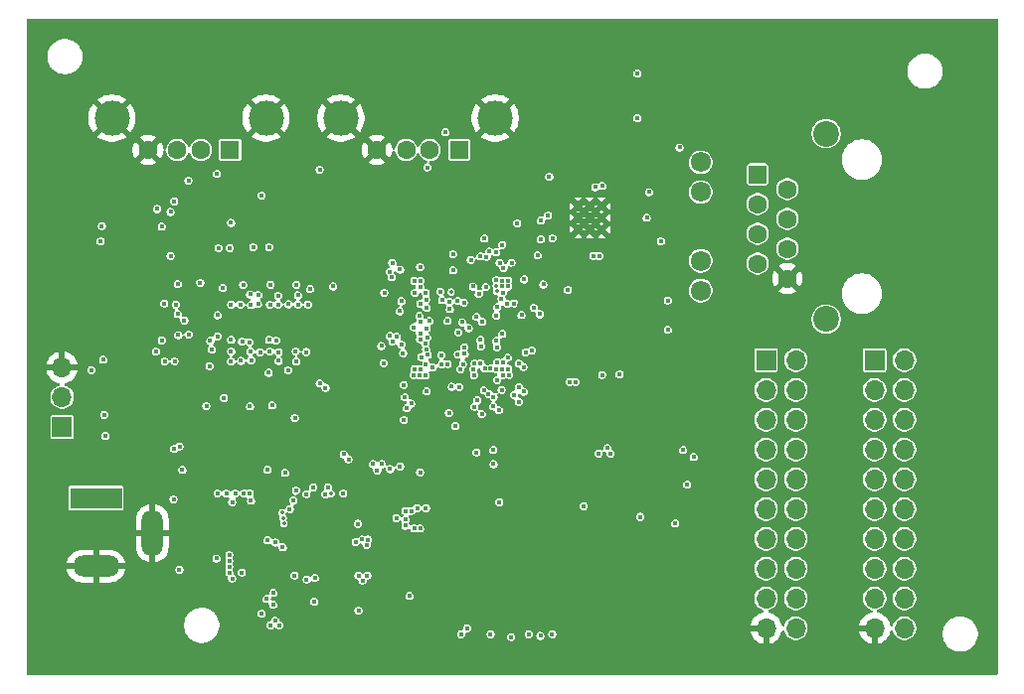
<source format=gbr>
%TF.GenerationSoftware,KiCad,Pcbnew,9.0.0*%
%TF.CreationDate,2025-03-22T23:10:53-04:00*%
%TF.ProjectId,simpleSBC,73696d70-6c65-4534-9243-2e6b69636164,rev?*%
%TF.SameCoordinates,Original*%
%TF.FileFunction,Copper,L2,Inr*%
%TF.FilePolarity,Positive*%
%FSLAX46Y46*%
G04 Gerber Fmt 4.6, Leading zero omitted, Abs format (unit mm)*
G04 Created by KiCad (PCBNEW 9.0.0) date 2025-03-22 23:10:53*
%MOMM*%
%LPD*%
G01*
G04 APERTURE LIST*
G04 Aperture macros list*
%AMRoundRect*
0 Rectangle with rounded corners*
0 $1 Rounding radius*
0 $2 $3 $4 $5 $6 $7 $8 $9 X,Y pos of 4 corners*
0 Add a 4 corners polygon primitive as box body*
4,1,4,$2,$3,$4,$5,$6,$7,$8,$9,$2,$3,0*
0 Add four circle primitives for the rounded corners*
1,1,$1+$1,$2,$3*
1,1,$1+$1,$4,$5*
1,1,$1+$1,$6,$7*
1,1,$1+$1,$8,$9*
0 Add four rect primitives between the rounded corners*
20,1,$1+$1,$2,$3,$4,$5,0*
20,1,$1+$1,$4,$5,$6,$7,0*
20,1,$1+$1,$6,$7,$8,$9,0*
20,1,$1+$1,$8,$9,$2,$3,0*%
G04 Aperture macros list end*
%TA.AperFunction,ComponentPad*%
%ADD10R,4.400000X1.800000*%
%TD*%
%TA.AperFunction,ComponentPad*%
%ADD11O,4.000000X1.800000*%
%TD*%
%TA.AperFunction,ComponentPad*%
%ADD12O,1.800000X4.000000*%
%TD*%
%TA.AperFunction,ComponentPad*%
%ADD13R,1.700000X1.700000*%
%TD*%
%TA.AperFunction,ComponentPad*%
%ADD14O,1.700000X1.700000*%
%TD*%
%TA.AperFunction,ComponentPad*%
%ADD15RoundRect,0.248000X0.552000X-0.552000X0.552000X0.552000X-0.552000X0.552000X-0.552000X-0.552000X0*%
%TD*%
%TA.AperFunction,ComponentPad*%
%ADD16C,1.600000*%
%TD*%
%TA.AperFunction,ComponentPad*%
%ADD17C,1.720000*%
%TD*%
%TA.AperFunction,ComponentPad*%
%ADD18C,2.200000*%
%TD*%
%TA.AperFunction,ComponentPad*%
%ADD19R,1.600000X1.500000*%
%TD*%
%TA.AperFunction,ComponentPad*%
%ADD20C,3.000000*%
%TD*%
%TA.AperFunction,HeatsinkPad*%
%ADD21C,0.500000*%
%TD*%
%TA.AperFunction,ViaPad*%
%ADD22C,0.400000*%
%TD*%
%TA.AperFunction,ViaPad*%
%ADD23C,0.350000*%
%TD*%
G04 APERTURE END LIST*
D10*
%TO.N,+5V*%
%TO.C,J4*%
X113400000Y-100400000D03*
D11*
%TO.N,GND*%
X113400000Y-106200000D03*
D12*
X118200000Y-103400000D03*
%TD*%
D13*
%TO.N,/I2C4_SDA*%
%TO.C,J8*%
X110500000Y-94330000D03*
D14*
%TO.N,/I2C4_SCL*%
X110500000Y-91790000D03*
%TO.N,GND*%
X110500000Y-89250000D03*
%TD*%
D13*
%TO.N,/PA15*%
%TO.C,J9*%
X179710000Y-88640000D03*
D14*
%TO.N,/PC7*%
X182250000Y-88640000D03*
%TO.N,/PE2*%
X179710000Y-91180000D03*
%TO.N,/PC2*%
X182250000Y-91180000D03*
%TO.N,/PA4*%
X179710000Y-93720000D03*
%TO.N,/PD15*%
X182250000Y-93720000D03*
%TO.N,/PE15*%
X179710000Y-96260000D03*
%TO.N,/PD4*%
X182250000Y-96260000D03*
%TO.N,/PE0*%
X179710000Y-98800000D03*
%TO.N,/PE12*%
X182250000Y-98800000D03*
%TO.N,/PG15*%
X179710000Y-101340000D03*
%TO.N,/PD1*%
X182250000Y-101340000D03*
%TO.N,/PC6*%
X179710000Y-103880000D03*
%TO.N,/PD0*%
X182250000Y-103880000D03*
%TO.N,/PB4*%
X179710000Y-106420000D03*
%TO.N,/PD3*%
X182250000Y-106420000D03*
%TO.N,/PE5*%
X179710000Y-108960000D03*
%TO.N,/PG6*%
X182250000Y-108960000D03*
%TO.N,GND*%
X179710000Y-111500000D03*
%TO.N,+3V3*%
X182250000Y-111500000D03*
%TD*%
D15*
%TO.N,/ETH_TX+*%
%TO.C,J7*%
X169735000Y-72790000D03*
D16*
%TO.N,+3V3*%
X172275000Y-74060000D03*
%TO.N,/ETH_TX-*%
X169735000Y-75330000D03*
%TO.N,/ETH_RX+*%
X172275000Y-76600000D03*
%TO.N,+3V3*%
X169735000Y-77870000D03*
%TO.N,/ETH_RX-*%
X172275000Y-79140000D03*
%TO.N,unconnected-(J7-NC-Pad7)*%
X169735000Y-80410000D03*
%TO.N,GND*%
X172275000Y-81680000D03*
D17*
%TO.N,Net-(J7-Pad9)*%
X164905000Y-71770000D03*
%TO.N,/LED_0*%
X164905000Y-74310000D03*
%TO.N,Net-(J7-Pad11)*%
X164905000Y-80160000D03*
%TO.N,/LED_1*%
X164905000Y-82700000D03*
D18*
%TO.N,unconnected-(J7-PadSH)*%
X175575000Y-69335000D03*
%TO.N,unconnected-(J7-PadSH)_1*%
X175575000Y-85135000D03*
%TD*%
D13*
%TO.N,/PB9*%
%TO.C,J3*%
X170460000Y-88640000D03*
D14*
%TO.N,/PA9*%
X173000000Y-88640000D03*
%TO.N,/PD11*%
X170460000Y-91180000D03*
%TO.N,/PC0*%
X173000000Y-91180000D03*
%TO.N,/PF11*%
X170460000Y-93720000D03*
%TO.N,/PA6*%
X173000000Y-93720000D03*
%TO.N,/PB1*%
X170460000Y-96260000D03*
%TO.N,/PB8*%
X173000000Y-96260000D03*
%TO.N,/PB12*%
X170460000Y-98800000D03*
%TO.N,/PB0*%
X173000000Y-98800000D03*
%TO.N,/PE13*%
X170460000Y-101340000D03*
%TO.N,/PD8*%
X173000000Y-101340000D03*
%TO.N,/PG12*%
X170460000Y-103880000D03*
%TO.N,/PB15*%
X173000000Y-103880000D03*
%TO.N,/PA8*%
X170460000Y-106420000D03*
%TO.N,/PE6*%
X173000000Y-106420000D03*
%TO.N,/PD7*%
X170460000Y-108960000D03*
%TO.N,/PD5*%
X173000000Y-108960000D03*
%TO.N,GND*%
X170460000Y-111500000D03*
%TO.N,+3V3*%
X173000000Y-111500000D03*
%TD*%
D19*
%TO.N,Net-(J6-VBUS)*%
%TO.C,J6*%
X124820000Y-70710000D03*
D16*
%TO.N,/USB1_D+*%
X122320000Y-70710000D03*
%TO.N,/USB1_D-*%
X120320000Y-70710000D03*
%TO.N,GND*%
X117820000Y-70710000D03*
D20*
X127890000Y-68000000D03*
X114750000Y-68000000D03*
%TD*%
D19*
%TO.N,Net-(J5-VBUS)*%
%TO.C,J5*%
X144320000Y-70710000D03*
D16*
%TO.N,/USB2_D-*%
X141820000Y-70710000D03*
%TO.N,/USB2_D+*%
X139820000Y-70710000D03*
%TO.N,GND*%
X137320000Y-70710000D03*
D20*
X147390000Y-68000000D03*
X134250000Y-68000000D03*
%TD*%
D21*
%TO.N,GND*%
%TO.C,U6*%
X156462500Y-75500000D03*
X155462500Y-75500000D03*
X154462500Y-75500000D03*
X156462500Y-76500000D03*
X155462500Y-76500000D03*
X154462500Y-76500000D03*
X156462500Y-77500000D03*
X155462500Y-77500000D03*
X154462500Y-77500000D03*
%TD*%
D22*
%TO.N,Net-(JP9-C)*%
X158000000Y-89850000D03*
X149981617Y-87978900D03*
%TO.N,Net-(JP8-C)*%
X156500000Y-89900000D03*
X150522467Y-87800002D03*
%TO.N,+3V3*%
X162100000Y-86050000D03*
X162100000Y-83550000D03*
%TO.N,GND*%
X157600000Y-83250000D03*
X157450000Y-85850000D03*
X127300000Y-78250000D03*
D23*
%TO.N,/PA4*%
X147527493Y-82752981D03*
D22*
%TO.N,/Memory/UDM*%
X120400000Y-86500000D03*
%TO.N,/Memory/UDQS-*%
X139291624Y-80913547D03*
%TO.N,/Memory/UDQS+*%
X120350000Y-84700000D03*
%TO.N,+1V35*%
X119221197Y-83800000D03*
%TO.N,/Memory/UDQS+*%
X138628762Y-80348530D03*
%TO.N,/Memory/LDQS+*%
X123260411Y-87738252D03*
%TO.N,/Memory/LDM*%
X123750000Y-86600000D03*
%TO.N,GND*%
X122500000Y-87950000D03*
%TO.N,/Memory/LDQS-*%
X123129043Y-87000000D03*
%TO.N,GND*%
X131001155Y-93672912D03*
%TO.N,+1V35*%
X130331654Y-93572912D03*
%TO.N,/Memory/DQ11*%
X121300000Y-86450000D03*
%TO.N,/Memory/~{CAS}*%
X125850000Y-87050000D03*
%TO.N,/Memory/~{RAS}*%
X124900000Y-86900000D03*
%TO.N,/Memory/A13*%
X131300000Y-87950000D03*
%TO.N,/Memory/A11*%
X129781827Y-83871202D03*
%TO.N,/Memory/A10*%
X126600000Y-83950000D03*
%TO.N,/Memory/A7*%
X130450000Y-88750000D03*
%TO.N,/Memory/A6*%
X130600000Y-83900000D03*
%TO.N,/Memory/A5*%
X128950000Y-88700000D03*
%TO.N,/Memory/A3*%
X128952114Y-87956488D03*
%TO.N,/Memory/A2*%
X128748521Y-86963643D03*
%TO.N,/Memory/A0*%
X128150000Y-86900000D03*
%TO.N,/Memory/A14*%
X131450000Y-83900000D03*
X137950000Y-82900000D03*
%TO.N,/Memory/A4*%
X130600598Y-83113498D03*
%TO.N,GND*%
X129150000Y-93400000D03*
X128606274Y-93378198D03*
X127009118Y-93448939D03*
%TO.N,/Memory/~{CS}*%
X139859118Y-92739869D03*
%TO.N,/Memory/DQ2*%
X140242568Y-92337171D03*
%TO.N,/Memory/CKE*%
X133600000Y-82350000D03*
%TO.N,VREF_DDR*%
X131336737Y-107336737D03*
X126785922Y-79005170D03*
X124900000Y-88750000D03*
X124300000Y-91850000D03*
X127226113Y-83080465D03*
X128000000Y-98000000D03*
X141000000Y-80700000D03*
%TO.N,+1V2*%
X125250000Y-100000000D03*
X123750000Y-100000000D03*
X144242233Y-86271553D03*
X143330000Y-85300000D03*
X126600000Y-100625000D03*
X126500000Y-100000000D03*
X144766382Y-87519659D03*
X126000000Y-100000000D03*
X145149999Y-85910000D03*
X146181129Y-87468223D03*
X144795166Y-88108400D03*
X144577979Y-85396927D03*
X124500000Y-100000000D03*
X125000000Y-100750000D03*
X143533975Y-84283975D03*
%TO.N,GND*%
X149013277Y-80796100D03*
X138902161Y-82398266D03*
X146468070Y-90350729D03*
X132250000Y-102750000D03*
X120250000Y-103000000D03*
X120900000Y-82300000D03*
X121000000Y-103750000D03*
X120850000Y-89550000D03*
X142800000Y-87600000D03*
X147013360Y-80702820D03*
X120250000Y-103750000D03*
X132500000Y-105750000D03*
X141650000Y-75650000D03*
X122690000Y-79076594D03*
X139100000Y-98900000D03*
X119350000Y-89600000D03*
X145500000Y-79420000D03*
X119966868Y-87173020D03*
X131207528Y-82250000D03*
X123342282Y-82300000D03*
X151800000Y-77200000D03*
X142901600Y-81047234D03*
X145150000Y-85250000D03*
X156500000Y-71750000D03*
X140500000Y-79500000D03*
X130450000Y-76900000D03*
X151399751Y-85289870D03*
X146200000Y-84400000D03*
X141020909Y-88874802D03*
X131750000Y-105798398D03*
X156125000Y-69875000D03*
X140014038Y-81335962D03*
X146250000Y-86350000D03*
X127800000Y-94700000D03*
X148119522Y-90707917D03*
X126850000Y-76900000D03*
X119500000Y-82250000D03*
X121750000Y-103000000D03*
X125654333Y-87854333D03*
X127406235Y-82332286D03*
X131250000Y-103750000D03*
X159500000Y-76500000D03*
X129024919Y-89500000D03*
X132500000Y-105000000D03*
X155000000Y-73250000D03*
X121000000Y-78500000D03*
X147510974Y-88106361D03*
X144688900Y-84320753D03*
X149449617Y-84022372D03*
X145163940Y-82833631D03*
X121750000Y-103750000D03*
X147930343Y-85846672D03*
X139500000Y-85700000D03*
X131250000Y-102250000D03*
X142000000Y-94050000D03*
X143200000Y-85985616D03*
X132000000Y-104500000D03*
X151466735Y-80557725D03*
X131390764Y-95073406D03*
X129668792Y-82222999D03*
X141450000Y-84928225D03*
X145446197Y-86830930D03*
X142600000Y-84000000D03*
X140539413Y-87875494D03*
X125818969Y-79006886D03*
X127997931Y-88722437D03*
X123601509Y-89670000D03*
X150706551Y-85917033D03*
X133750000Y-97500000D03*
X145474922Y-83559937D03*
X125247928Y-92002071D03*
X149053324Y-90563863D03*
X129762441Y-88686044D03*
X160500000Y-96500000D03*
X159500000Y-100750000D03*
X126900000Y-96000000D03*
X131325494Y-89550000D03*
X135500000Y-108250000D03*
X140064718Y-90373406D03*
D23*
X149380500Y-87417372D03*
D22*
X146452936Y-83901765D03*
X144144060Y-88945155D03*
X121000000Y-103000000D03*
X130344178Y-79100000D03*
%TO.N,+3V3*%
X147500000Y-84832054D03*
X147500000Y-87000000D03*
X151900000Y-76300000D03*
X151504490Y-82175247D03*
X154927387Y-101087518D03*
X139750000Y-101500000D03*
X163100000Y-70500000D03*
X138975000Y-102100000D03*
X141000000Y-103000000D03*
X131327970Y-100061600D03*
X145800000Y-84950000D03*
X141500000Y-101250000D03*
X140250000Y-101500000D03*
X140750000Y-101250000D03*
X152000000Y-73000000D03*
X146000000Y-83000000D03*
X140500000Y-103000000D03*
X159750000Y-102000000D03*
X142850502Y-88982002D03*
X153589593Y-82653900D03*
X114200000Y-95100000D03*
X139750000Y-102250000D03*
X114100000Y-93300000D03*
X162721084Y-102569645D03*
X139750000Y-102750000D03*
X151000000Y-79700000D03*
X146300000Y-85380000D03*
X135700000Y-102600000D03*
%TO.N,Net-(U1C-NRST_CORE)*%
X148000000Y-86400000D03*
%TO.N,+3.3VP*%
X135512545Y-104151600D03*
X140100000Y-108750000D03*
X135750000Y-110000000D03*
X148750000Y-112250000D03*
%TO.N,+5V*%
X136500000Y-107000000D03*
X136062500Y-103937500D03*
X120000000Y-100500000D03*
X133150000Y-99480000D03*
X131985000Y-109235000D03*
X127925000Y-109000000D03*
X138450000Y-97929014D03*
X135750000Y-107000000D03*
X136550000Y-103950000D03*
X128500000Y-109500000D03*
X136100000Y-107425000D03*
X137000000Y-97500000D03*
X137350000Y-98050000D03*
X128500000Y-108500000D03*
X137750000Y-97500000D03*
X139300000Y-97700000D03*
X128687500Y-104187500D03*
X136450000Y-104400000D03*
X128000000Y-104000000D03*
%TO.N,/Memory/DDR_CK+*%
X124900000Y-83900000D03*
X141000000Y-85400002D03*
%TO.N,/Memory/DDR_CK-*%
X140461374Y-85832472D03*
X125700000Y-83900000D03*
%TO.N,/Memory/CKE*%
X141006047Y-83830792D03*
X125926800Y-82224046D03*
%TO.N,Net-(U3-ZQ)*%
X123827310Y-79081546D03*
X127200000Y-83850000D03*
%TO.N,/Memory/~{RESET}*%
X132949733Y-90991735D03*
X141500000Y-89000000D03*
%TO.N,/Memory/A0*%
X138637694Y-87036946D03*
%TO.N,/Memory/A1*%
X128900000Y-83900000D03*
%TO.N,/Memory/A2*%
X141502350Y-87716738D03*
%TO.N,VTT_DDR*%
X128250000Y-111250000D03*
X129000000Y-111250000D03*
X128650000Y-110850000D03*
%TO.N,/Memory/A3*%
X139550000Y-88050000D03*
%TO.N,/Memory/A4*%
X141507744Y-83488194D03*
%TO.N,/Memory/A5*%
X141432912Y-87222085D03*
%TO.N,/Memory/A6*%
X141553782Y-84180812D03*
%TO.N,/Memory/A7*%
X132444099Y-90618329D03*
X141652867Y-88193548D03*
%TO.N,/Memory/A8*%
X141489859Y-82900143D03*
X131630137Y-82576496D03*
%TO.N,/Memory/A9*%
X130407978Y-87885056D03*
X137900000Y-88896801D03*
%TO.N,/Memory/A10*%
X140945099Y-84876326D03*
%TO.N,/Memory/A11*%
X139267726Y-84459644D03*
%TO.N,/Memory/A12*%
X128219229Y-83916590D03*
%TO.N,/Memory/A13*%
X141103066Y-88381596D03*
%TO.N,/PWR_ON*%
X130200000Y-100600000D03*
X150673224Y-84162684D03*
X147750000Y-100750000D03*
%TO.N,/Memory/~{RAS}*%
X141550000Y-85950000D03*
%TO.N,/Memory/~{CS}*%
X140999998Y-86350000D03*
%TO.N,/Memory/~{WE}*%
X126450000Y-87100000D03*
X138441693Y-86562271D03*
%TO.N,/Memory/ODT*%
X125750000Y-88700000D03*
X139000000Y-86650000D03*
%TO.N,/Memory/BA0*%
X139400000Y-87304187D03*
X127363426Y-87962298D03*
%TO.N,/Memory/BA1*%
X139400000Y-83600000D03*
X128900000Y-83150000D03*
%TO.N,/Memory/BA2*%
X141000000Y-86850000D03*
X128200000Y-87900336D03*
%TO.N,/ETH_3V3*%
X160500000Y-74300000D03*
X161500000Y-78500000D03*
X160300000Y-76500000D03*
%TO.N,VDD_USB*%
X143477848Y-83688641D03*
X129500000Y-98250000D03*
X143800000Y-79600000D03*
X131898398Y-99480000D03*
%TO.N,/SWDIO*%
X144000000Y-94250000D03*
X142065241Y-89255271D03*
%TO.N,/NRST*%
X147235780Y-96310600D03*
X149393280Y-92200000D03*
X148474540Y-88421661D03*
%TO.N,/UART4_TX*%
X146587066Y-82405166D03*
X153729267Y-90499293D03*
%TO.N,/UART4_RX*%
X143806707Y-80980953D03*
X154230869Y-90500001D03*
%TO.N,+1V35*%
X129750000Y-89500000D03*
X122800000Y-92550000D03*
X130300000Y-107000000D03*
X120092928Y-88742335D03*
X120350000Y-82150000D03*
X128144305Y-79005170D03*
X124191861Y-82487586D03*
X124750000Y-106250000D03*
X122271572Y-82049200D03*
X128254608Y-82210048D03*
X124900000Y-76925494D03*
X120500000Y-106500000D03*
X124750000Y-106750000D03*
X124750000Y-105250000D03*
X126519535Y-83026113D03*
X126509991Y-92576152D03*
X123750000Y-84800000D03*
X124900000Y-87900000D03*
X141600697Y-86724506D03*
X130458515Y-82208269D03*
X128402632Y-92497403D03*
X141550000Y-91300000D03*
X129300000Y-104600000D03*
X123650000Y-105550000D03*
X126550000Y-87900000D03*
X125000000Y-107250000D03*
X125825000Y-106750000D03*
X127500000Y-110250000D03*
X119750000Y-79750000D03*
X123067821Y-89147535D03*
X124750000Y-105750000D03*
X119250000Y-88750000D03*
X124788031Y-79076594D03*
X128101034Y-89710621D03*
X141786814Y-85299250D03*
%TO.N,/SDMMC_CLK*%
X147000000Y-112010000D03*
X146141138Y-88904379D03*
%TO.N,/SDMMC_CMD*%
X150250000Y-112010000D03*
X145639376Y-88918615D03*
%TO.N,/SDMMC_D3*%
X143344060Y-88965410D03*
X151250000Y-112151600D03*
%TO.N,/SDMMC_D2*%
X144328664Y-90926749D03*
X152249000Y-112009293D03*
%TO.N,/SDMMC_D1*%
X144500000Y-112010000D03*
X145867064Y-92056524D03*
%TO.N,/SDMMC_D0*%
X145000000Y-111500000D03*
X145624853Y-92601489D03*
%TO.N,/PA0_WAKEUP*%
X147564861Y-84127983D03*
X130436249Y-99754199D03*
X141000000Y-98200000D03*
D23*
%TO.N,/I2C4_SCL*%
X129400000Y-102550000D03*
%TO.N,/I2C4_SDA*%
X129330675Y-102103174D03*
D22*
%TO.N,Net-(U1C-USB_RREF)*%
X142720546Y-82789994D03*
X146485270Y-78274730D03*
%TO.N,/RTC_OUT1*%
X147533975Y-87533975D03*
D23*
X129252919Y-101632957D03*
D22*
%TO.N,/Memory/DQ11*%
X141001103Y-82400000D03*
%TO.N,/Memory/DQ4*%
X140521144Y-89399930D03*
X139700000Y-91800000D03*
%TO.N,/Memory/LDQS+*%
X139609118Y-90747056D03*
%TO.N,/Memory/UDQS-*%
X120203721Y-83902766D03*
%TO.N,/Memory/DQ9*%
X138420231Y-81098307D03*
X140554482Y-82898131D03*
%TO.N,/Memory/DQ13*%
X119000000Y-86950000D03*
X138600000Y-81572568D03*
%TO.N,/Memory/UDM*%
X140500000Y-81868062D03*
%TO.N,/Memory/DQ2*%
X141456236Y-89937312D03*
%TO.N,/Memory/DQ15*%
X141028095Y-81869080D03*
X118500000Y-87900000D03*
%TO.N,/Memory/LDQS-*%
X140445148Y-89898651D03*
%TO.N,Net-(U1A-VDDA1V1_REG)*%
X144200000Y-83600000D03*
%TO.N,Net-(U1A-VDDA1V8_DSI)*%
X144724138Y-83732760D03*
X144200000Y-88139361D03*
X145320228Y-80090312D03*
%TO.N,Net-(U1D-DDR_ZQ)*%
X143702204Y-90902204D03*
X142800000Y-88200000D03*
%TO.N,Net-(U4-PONKEYn)*%
X132048445Y-107213985D03*
%TO.N,VBUS*%
X120750000Y-98000000D03*
%TO.N,Net-(JP2-A)*%
X142879957Y-83516702D03*
X113000000Y-89490000D03*
%TO.N,/Power/VOUT_BST*%
X134500000Y-96651600D03*
X134906276Y-97093724D03*
%TO.N,/VBUS1*%
X118600000Y-75750000D03*
X143150000Y-69200000D03*
%TO.N,/VBUS2*%
X119000000Y-77250000D03*
X123700000Y-72750000D03*
%TO.N,Net-(JP3-A)*%
X114000000Y-88600000D03*
D23*
X143626119Y-82827985D03*
D22*
%TO.N,/Power/~{RST}*%
X147250000Y-97500000D03*
X129900002Y-101338398D03*
%TO.N,/LED_1*%
X155911583Y-73882641D03*
%TO.N,/LED_0*%
X156512012Y-73780030D03*
%TO.N,/MDIO*%
X148053350Y-82898630D03*
X151274207Y-78331600D03*
%TO.N,/RMII_RX_D0*%
X148500000Y-81850000D03*
X149270000Y-76970000D03*
%TO.N,Net-(U6-RXER{slash}PHYAD0)*%
X151275000Y-76740000D03*
%TO.N,Net-(U6-CRS_DV{slash}MODE2)*%
X152275000Y-78240000D03*
%TO.N,/RMII_CRS_DV*%
X148794730Y-80327300D03*
%TO.N,/RMII_TXD_0*%
X156250000Y-79750000D03*
X147935686Y-83384590D03*
%TO.N,/RMII_TX_EN*%
X155748397Y-79750000D03*
X148000000Y-82350000D03*
%TO.N,/PRT1*%
X113900000Y-77200000D03*
X146906484Y-79389048D03*
%TO.N,/PRT2*%
X146657737Y-79824628D03*
X113800000Y-78500000D03*
%TO.N,/USB_~{OC2}*%
X147449863Y-79457510D03*
X120064127Y-75096100D03*
%TO.N,/USB_~{OC1}*%
X146156914Y-79796673D03*
X119753900Y-76000000D03*
%TO.N,/PMIC_SWOUT*%
X120508371Y-95996280D03*
X127500000Y-74601600D03*
X132933536Y-100064195D03*
D23*
%TO.N,Net-(JP4-C)*%
X133409523Y-100039979D03*
D22*
%TO.N,/PMIC_VBUSOTG*%
X134450000Y-100000000D03*
X132450000Y-72393900D03*
X120050000Y-96200000D03*
%TO.N,Net-(U1B-PA13)*%
X149637786Y-84787786D03*
X159500000Y-64200000D03*
%TO.N,Net-(U1B-PA14)*%
X159500000Y-68000000D03*
X151196583Y-84715417D03*
%TO.N,/USB2_D+*%
X141625000Y-72200000D03*
%TO.N,/USB1_D+*%
X121270190Y-73329810D03*
%TO.N,/PA6*%
X148099218Y-80763293D03*
%TO.N,/PF11*%
X147777301Y-80323681D03*
D23*
%TO.N,/PC0*%
X147491399Y-82279352D03*
D22*
%TO.N,/PB0*%
X148500000Y-82350000D03*
%TO.N,/PD11*%
X148000000Y-78800000D03*
X145500000Y-82350000D03*
%TO.N,/PB8*%
X147500812Y-81804443D03*
%TO.N,/PB12*%
X148001813Y-81850000D03*
%TO.N,/PB1*%
X149850000Y-81750000D03*
%TO.N,/PD8*%
X149406815Y-88916913D03*
%TO.N,/PG12*%
X149806099Y-89215823D03*
%TO.N,/PE13*%
X147583260Y-88798138D03*
%TO.N,/PB15*%
X147945100Y-91178217D03*
X145551408Y-89412444D03*
%TO.N,/PA8*%
X147253875Y-91777372D03*
X145578593Y-89913309D03*
%TO.N,/PB4*%
X146427952Y-91210603D03*
%TO.N,/PD0*%
X147001602Y-89349885D03*
%TO.N,/PC6*%
X147542470Y-90350000D03*
%TO.N,/PE12*%
X149833194Y-91322654D03*
X163750000Y-99250000D03*
%TO.N,/PD1*%
X157213857Y-96610060D03*
X149000000Y-91600000D03*
%TO.N,/PG15*%
X149407746Y-90918285D03*
X156950000Y-96150000D03*
%TO.N,/PC2*%
X148441173Y-83837991D03*
%TO.N,/PE2*%
X149000000Y-83800000D03*
%TO.N,/PD15*%
X146141573Y-86911499D03*
%TO.N,/PE15*%
X148083990Y-88840752D03*
%TO.N,/PD4*%
X148002007Y-89399989D03*
%TO.N,/PE0*%
X148510458Y-89394619D03*
%TO.N,/PE6*%
X148585592Y-89890562D03*
%TO.N,/PD7*%
X148083091Y-89894565D03*
%TO.N,/PD5*%
X147500412Y-89402739D03*
%TO.N,/PE5*%
X146246100Y-93239906D03*
%TO.N,/PD3*%
X147231701Y-92577706D03*
%TO.N,/PG6*%
X146824720Y-91517698D03*
%TO.N,/PA15*%
X147700000Y-92900000D03*
X164300000Y-96900000D03*
%TO.N,/PC7*%
X145800000Y-96500000D03*
X144435834Y-89416159D03*
%TO.N,/PB9*%
X156200000Y-96600000D03*
X143450000Y-93150000D03*
X144641613Y-88958717D03*
%TO.N,/PA9*%
X163400000Y-96300000D03*
X146500000Y-89350000D03*
%TO.N,/Memory/~{CAS}*%
X137693121Y-87429508D03*
%TO.N,/Memory/DQ9*%
X120927496Y-85250581D03*
%TO.N,/Memory/DQ6*%
X139623406Y-93726763D03*
X140941880Y-89942620D03*
%TO.N,/Memory/~{CS}*%
X126622906Y-88656307D03*
%TO.N,/Memory/LDM*%
X141020565Y-89408942D03*
%TD*%
%TA.AperFunction,Conductor*%
%TO.N,GND*%
G36*
X190141621Y-59520502D02*
G01*
X190188114Y-59574158D01*
X190199500Y-59626500D01*
X190199500Y-115373500D01*
X190179498Y-115441621D01*
X190125842Y-115488114D01*
X190073500Y-115499500D01*
X107626500Y-115499500D01*
X107558379Y-115479498D01*
X107511886Y-115425842D01*
X107500500Y-115373500D01*
X107500500Y-111131908D01*
X120899500Y-111131908D01*
X120899500Y-111132351D01*
X120899500Y-111368092D01*
X120936447Y-111601368D01*
X121009432Y-111825992D01*
X121115821Y-112034792D01*
X121116659Y-112036436D01*
X121137808Y-112065545D01*
X121137809Y-112065547D01*
X121141297Y-112070349D01*
X121142098Y-112071828D01*
X121146211Y-112077113D01*
X121147432Y-112078793D01*
X121147446Y-112078811D01*
X121190293Y-112137784D01*
X121255483Y-112227510D01*
X121285080Y-112257107D01*
X121290614Y-112262641D01*
X121294523Y-112267663D01*
X121308534Y-112280561D01*
X121378024Y-112350051D01*
X121422489Y-112394516D01*
X121463239Y-112424123D01*
X121469144Y-112428413D01*
X121477102Y-112435739D01*
X121498192Y-112449518D01*
X121500718Y-112451353D01*
X121500719Y-112451354D01*
X121515441Y-112462050D01*
X121609611Y-112530469D01*
X121613566Y-112533342D01*
X121613565Y-112533342D01*
X121613567Y-112533343D01*
X121672299Y-112563268D01*
X121684855Y-112571471D01*
X121710322Y-112582642D01*
X121824008Y-112640568D01*
X121894879Y-112663595D01*
X121912116Y-112671157D01*
X121939466Y-112678082D01*
X122048632Y-112713553D01*
X122131140Y-112726620D01*
X122152685Y-112732077D01*
X122179738Y-112734318D01*
X122281908Y-112750500D01*
X122281910Y-112750500D01*
X122375008Y-112750500D01*
X122400000Y-112752571D01*
X122424992Y-112750500D01*
X122518089Y-112750500D01*
X122518092Y-112750500D01*
X122620253Y-112734319D01*
X122647315Y-112732077D01*
X122668859Y-112726620D01*
X122751368Y-112713553D01*
X122860541Y-112678080D01*
X122887884Y-112671157D01*
X122905121Y-112663595D01*
X122975992Y-112640568D01*
X123089697Y-112582632D01*
X123115145Y-112571471D01*
X123127692Y-112563272D01*
X123186433Y-112533343D01*
X123301825Y-112449505D01*
X123322898Y-112435739D01*
X123330850Y-112428417D01*
X123377510Y-112394517D01*
X123491476Y-112280550D01*
X123505477Y-112267663D01*
X123509380Y-112262646D01*
X123544517Y-112227510D01*
X123653773Y-112077131D01*
X123657902Y-112071828D01*
X123658703Y-112070346D01*
X123683343Y-112036433D01*
X123720323Y-111963856D01*
X144149500Y-111963856D01*
X144149500Y-112056144D01*
X144165192Y-112114707D01*
X144173386Y-112145288D01*
X144173388Y-112145292D01*
X144219529Y-112225210D01*
X144219531Y-112225213D01*
X144284786Y-112290468D01*
X144284789Y-112290470D01*
X144294617Y-112296144D01*
X144364712Y-112336614D01*
X144453856Y-112360500D01*
X144453858Y-112360500D01*
X144546142Y-112360500D01*
X144546144Y-112360500D01*
X144635288Y-112336614D01*
X144715212Y-112290469D01*
X144780469Y-112225212D01*
X144826614Y-112145288D01*
X144850500Y-112056144D01*
X144850500Y-111976500D01*
X144850799Y-111975480D01*
X144850517Y-111974457D01*
X144853817Y-111963856D01*
X146649500Y-111963856D01*
X146649500Y-112056144D01*
X146665192Y-112114707D01*
X146673386Y-112145288D01*
X146673388Y-112145292D01*
X146719529Y-112225210D01*
X146719531Y-112225213D01*
X146784786Y-112290468D01*
X146784789Y-112290470D01*
X146794617Y-112296144D01*
X146864712Y-112336614D01*
X146953856Y-112360500D01*
X146953858Y-112360500D01*
X147046142Y-112360500D01*
X147046144Y-112360500D01*
X147135288Y-112336614D01*
X147215212Y-112290469D01*
X147280469Y-112225212D01*
X147292799Y-112203856D01*
X148399500Y-112203856D01*
X148399500Y-112296144D01*
X148414297Y-112351368D01*
X148423386Y-112385288D01*
X148423388Y-112385292D01*
X148469529Y-112465210D01*
X148469531Y-112465213D01*
X148534786Y-112530468D01*
X148534789Y-112530470D01*
X148586272Y-112560194D01*
X148614712Y-112576614D01*
X148703856Y-112600500D01*
X148703858Y-112600500D01*
X148796142Y-112600500D01*
X148796144Y-112600500D01*
X148885288Y-112576614D01*
X148965212Y-112530469D01*
X149030469Y-112465212D01*
X149076614Y-112385288D01*
X149100500Y-112296144D01*
X149100500Y-112203856D01*
X149076614Y-112114712D01*
X149054906Y-112077113D01*
X149030472Y-112034792D01*
X149030465Y-112034783D01*
X148965213Y-111969531D01*
X148965210Y-111969529D01*
X148955384Y-111963856D01*
X149899500Y-111963856D01*
X149899500Y-112056144D01*
X149915192Y-112114707D01*
X149923386Y-112145288D01*
X149923388Y-112145292D01*
X149969529Y-112225210D01*
X149969531Y-112225213D01*
X150034786Y-112290468D01*
X150034789Y-112290470D01*
X150044617Y-112296144D01*
X150114712Y-112336614D01*
X150203856Y-112360500D01*
X150203858Y-112360500D01*
X150296142Y-112360500D01*
X150296144Y-112360500D01*
X150385288Y-112336614D01*
X150465212Y-112290469D01*
X150530469Y-112225212D01*
X150576614Y-112145288D01*
X150587287Y-112105456D01*
X150899500Y-112105456D01*
X150899500Y-112197744D01*
X150907476Y-112227510D01*
X150923386Y-112286888D01*
X150923388Y-112286892D01*
X150969529Y-112366810D01*
X150969531Y-112366813D01*
X151034786Y-112432068D01*
X151034789Y-112432070D01*
X151068188Y-112451353D01*
X151114712Y-112478214D01*
X151203856Y-112502100D01*
X151203858Y-112502100D01*
X151296142Y-112502100D01*
X151296144Y-112502100D01*
X151385288Y-112478214D01*
X151465212Y-112432069D01*
X151530469Y-112366812D01*
X151576614Y-112286888D01*
X151600500Y-112197744D01*
X151600500Y-112105456D01*
X151576614Y-112016312D01*
X151567196Y-112000000D01*
X151545920Y-111963149D01*
X151898500Y-111963149D01*
X151898500Y-112055437D01*
X151914383Y-112114712D01*
X151922386Y-112144581D01*
X151922388Y-112144585D01*
X151968529Y-112224503D01*
X151968531Y-112224506D01*
X152033786Y-112289761D01*
X152033789Y-112289763D01*
X152096824Y-112326156D01*
X152113712Y-112335907D01*
X152202856Y-112359793D01*
X152202858Y-112359793D01*
X152295142Y-112359793D01*
X152295144Y-112359793D01*
X152384288Y-112335907D01*
X152464212Y-112289762D01*
X152529469Y-112224505D01*
X152575614Y-112144581D01*
X152599500Y-112055437D01*
X152599500Y-111963149D01*
X152575614Y-111874005D01*
X152551179Y-111831683D01*
X152529470Y-111794081D01*
X152464213Y-111728824D01*
X152464210Y-111728822D01*
X152384292Y-111682681D01*
X152384288Y-111682679D01*
X152295144Y-111658793D01*
X152202856Y-111658793D01*
X152143426Y-111674717D01*
X152113711Y-111682679D01*
X152113707Y-111682681D01*
X152033789Y-111728822D01*
X152033786Y-111728824D01*
X151968531Y-111794079D01*
X151968529Y-111794082D01*
X151922388Y-111874000D01*
X151922386Y-111874004D01*
X151910443Y-111918577D01*
X151898500Y-111963149D01*
X151545920Y-111963149D01*
X151530470Y-111936389D01*
X151530468Y-111936386D01*
X151465213Y-111871131D01*
X151465210Y-111871129D01*
X151385292Y-111824988D01*
X151385288Y-111824986D01*
X151380989Y-111823834D01*
X151296144Y-111801100D01*
X151203856Y-111801100D01*
X151144426Y-111817024D01*
X151114711Y-111824986D01*
X151114707Y-111824988D01*
X151034789Y-111871129D01*
X151034786Y-111871131D01*
X150969531Y-111936386D01*
X150969529Y-111936389D01*
X150923388Y-112016307D01*
X150923386Y-112016311D01*
X150912714Y-112056142D01*
X150899500Y-112105456D01*
X150587287Y-112105456D01*
X150600500Y-112056144D01*
X150600500Y-111963856D01*
X150576614Y-111874712D01*
X150548844Y-111826613D01*
X150530470Y-111794789D01*
X150530468Y-111794786D01*
X150465213Y-111729531D01*
X150465210Y-111729529D01*
X150385292Y-111683388D01*
X150385288Y-111683386D01*
X150382649Y-111682679D01*
X150296144Y-111659500D01*
X150203856Y-111659500D01*
X150144426Y-111675424D01*
X150114711Y-111683386D01*
X150114707Y-111683388D01*
X150034789Y-111729529D01*
X150034786Y-111729531D01*
X149969531Y-111794786D01*
X149969529Y-111794789D01*
X149923388Y-111874707D01*
X149923386Y-111874711D01*
X149914823Y-111906670D01*
X149899500Y-111963856D01*
X148955384Y-111963856D01*
X148885292Y-111923388D01*
X148885288Y-111923386D01*
X148796144Y-111899500D01*
X148703856Y-111899500D01*
X148644426Y-111915424D01*
X148614711Y-111923386D01*
X148614707Y-111923388D01*
X148534789Y-111969529D01*
X148534786Y-111969531D01*
X148469531Y-112034786D01*
X148469529Y-112034789D01*
X148423388Y-112114707D01*
X148423386Y-112114711D01*
X148415193Y-112145288D01*
X148399500Y-112203856D01*
X147292799Y-112203856D01*
X147326614Y-112145288D01*
X147350500Y-112056144D01*
X147350500Y-111963856D01*
X147326614Y-111874712D01*
X147298844Y-111826613D01*
X147280470Y-111794789D01*
X147280468Y-111794786D01*
X147215213Y-111729531D01*
X147215210Y-111729529D01*
X147135292Y-111683388D01*
X147135288Y-111683386D01*
X147132649Y-111682679D01*
X147046144Y-111659500D01*
X146953856Y-111659500D01*
X146894426Y-111675424D01*
X146864711Y-111683386D01*
X146864707Y-111683388D01*
X146784789Y-111729529D01*
X146784786Y-111729531D01*
X146719531Y-111794786D01*
X146719529Y-111794789D01*
X146673388Y-111874707D01*
X146673386Y-111874711D01*
X146664823Y-111906670D01*
X146649500Y-111963856D01*
X144853817Y-111963856D01*
X144860775Y-111941505D01*
X144870502Y-111908379D01*
X144871304Y-111907683D01*
X144871620Y-111906670D01*
X144898057Y-111884501D01*
X144924158Y-111861886D01*
X144925477Y-111861510D01*
X144926023Y-111861053D01*
X144930005Y-111860220D01*
X144960593Y-111851508D01*
X144968513Y-111850500D01*
X145046144Y-111850500D01*
X145135288Y-111826614D01*
X145215212Y-111780469D01*
X145280469Y-111715212D01*
X145326614Y-111635288D01*
X145350500Y-111546144D01*
X145350500Y-111453856D01*
X145326614Y-111364712D01*
X145326611Y-111364706D01*
X145316192Y-111346660D01*
X145280470Y-111284789D01*
X145280468Y-111284786D01*
X145241682Y-111246000D01*
X169125302Y-111246000D01*
X170029297Y-111246000D01*
X169994075Y-111307007D01*
X169960000Y-111434174D01*
X169960000Y-111565826D01*
X169994075Y-111692993D01*
X170029297Y-111754000D01*
X169125302Y-111754000D01*
X169135440Y-111818004D01*
X169201490Y-112021286D01*
X169201493Y-112021292D01*
X169298536Y-112211750D01*
X169424177Y-112384679D01*
X169575320Y-112535822D01*
X169748249Y-112661463D01*
X169938707Y-112758506D01*
X169938713Y-112758509D01*
X170141998Y-112824560D01*
X170206000Y-112834696D01*
X170206000Y-111930702D01*
X170267007Y-111965925D01*
X170394174Y-112000000D01*
X170525826Y-112000000D01*
X170652993Y-111965925D01*
X170714000Y-111930702D01*
X170714000Y-112834696D01*
X170778001Y-112824560D01*
X170981286Y-112758509D01*
X170981292Y-112758506D01*
X171171750Y-112661463D01*
X171344679Y-112535822D01*
X171495822Y-112384679D01*
X171621463Y-112211750D01*
X171718506Y-112021292D01*
X171718509Y-112021286D01*
X171784560Y-111818002D01*
X171788814Y-111791143D01*
X171819225Y-111726989D01*
X171879493Y-111689462D01*
X171950483Y-111690475D01*
X172009655Y-111729707D01*
X172036841Y-111786266D01*
X172037948Y-111791831D01*
X172037950Y-111791838D01*
X172097824Y-111936388D01*
X172113368Y-111973914D01*
X172222861Y-112137782D01*
X172362218Y-112277139D01*
X172526086Y-112386632D01*
X172708165Y-112462051D01*
X172901459Y-112500500D01*
X173098541Y-112500500D01*
X173291835Y-112462051D01*
X173473914Y-112386632D01*
X173637782Y-112277139D01*
X173777139Y-112137782D01*
X173886632Y-111973914D01*
X173962051Y-111791835D01*
X173982415Y-111689462D01*
X173999937Y-111601371D01*
X174000500Y-111598541D01*
X174000500Y-111401459D01*
X173969577Y-111246000D01*
X178375302Y-111246000D01*
X179279297Y-111246000D01*
X179244075Y-111307007D01*
X179210000Y-111434174D01*
X179210000Y-111565826D01*
X179244075Y-111692993D01*
X179279297Y-111754000D01*
X178375302Y-111754000D01*
X178385440Y-111818004D01*
X178451490Y-112021286D01*
X178451493Y-112021292D01*
X178548536Y-112211750D01*
X178674177Y-112384679D01*
X178825320Y-112535822D01*
X178998249Y-112661463D01*
X179188707Y-112758506D01*
X179188713Y-112758509D01*
X179391998Y-112824560D01*
X179456000Y-112834696D01*
X179456000Y-111930702D01*
X179517007Y-111965925D01*
X179644174Y-112000000D01*
X179775826Y-112000000D01*
X179902993Y-111965925D01*
X179964000Y-111930702D01*
X179964000Y-112834696D01*
X180028001Y-112824560D01*
X180231286Y-112758509D01*
X180231292Y-112758506D01*
X180421750Y-112661463D01*
X180594679Y-112535822D01*
X180745822Y-112384679D01*
X180871463Y-112211750D01*
X180968506Y-112021292D01*
X180968509Y-112021286D01*
X181034560Y-111818002D01*
X181038814Y-111791143D01*
X181069225Y-111726989D01*
X181129493Y-111689462D01*
X181200483Y-111690475D01*
X181259655Y-111729707D01*
X181286841Y-111786266D01*
X181287948Y-111791831D01*
X181287950Y-111791838D01*
X181347824Y-111936388D01*
X181363368Y-111973914D01*
X181472861Y-112137782D01*
X181612218Y-112277139D01*
X181776086Y-112386632D01*
X181958165Y-112462051D01*
X182151459Y-112500500D01*
X182348541Y-112500500D01*
X182541835Y-112462051D01*
X182723914Y-112386632D01*
X182887782Y-112277139D01*
X183027139Y-112137782D01*
X183136632Y-111973914D01*
X183174742Y-111881908D01*
X185499500Y-111881908D01*
X185499500Y-111882351D01*
X185499500Y-112118092D01*
X185536447Y-112351368D01*
X185609432Y-112575992D01*
X185702429Y-112758509D01*
X185716659Y-112786436D01*
X185737808Y-112815545D01*
X185737809Y-112815547D01*
X185741297Y-112820349D01*
X185742098Y-112821828D01*
X185746211Y-112827113D01*
X185747432Y-112828793D01*
X185747446Y-112828811D01*
X185747457Y-112828826D01*
X185855483Y-112977510D01*
X185885080Y-113007107D01*
X185890614Y-113012641D01*
X185894523Y-113017663D01*
X185908534Y-113030561D01*
X186018202Y-113140229D01*
X186022489Y-113144516D01*
X186063239Y-113174123D01*
X186069144Y-113178413D01*
X186077102Y-113185739D01*
X186098192Y-113199518D01*
X186100718Y-113201353D01*
X186100719Y-113201354D01*
X186213566Y-113283342D01*
X186213565Y-113283342D01*
X186213567Y-113283343D01*
X186272299Y-113313268D01*
X186284855Y-113321471D01*
X186310322Y-113332642D01*
X186424008Y-113390568D01*
X186494879Y-113413595D01*
X186512116Y-113421157D01*
X186539466Y-113428082D01*
X186648632Y-113463553D01*
X186731140Y-113476620D01*
X186752685Y-113482077D01*
X186779738Y-113484318D01*
X186881908Y-113500500D01*
X186881910Y-113500500D01*
X186975008Y-113500500D01*
X187000000Y-113502571D01*
X187024992Y-113500500D01*
X187118089Y-113500500D01*
X187118092Y-113500500D01*
X187220253Y-113484319D01*
X187247315Y-113482077D01*
X187268859Y-113476620D01*
X187351368Y-113463553D01*
X187460541Y-113428080D01*
X187487884Y-113421157D01*
X187505121Y-113413595D01*
X187575992Y-113390568D01*
X187689697Y-113332632D01*
X187715145Y-113321471D01*
X187727692Y-113313272D01*
X187786433Y-113283343D01*
X187901825Y-113199505D01*
X187922898Y-113185739D01*
X187930850Y-113178417D01*
X187977510Y-113144517D01*
X188091476Y-113030550D01*
X188105477Y-113017663D01*
X188109380Y-113012646D01*
X188144517Y-112977510D01*
X188253773Y-112827131D01*
X188257902Y-112821828D01*
X188258703Y-112820346D01*
X188283343Y-112786433D01*
X188390568Y-112575992D01*
X188463553Y-112351368D01*
X188500500Y-112118092D01*
X188500500Y-111881908D01*
X188463553Y-111648632D01*
X188390568Y-111424008D01*
X188283343Y-111213567D01*
X188283339Y-111213561D01*
X188283338Y-111213559D01*
X188268395Y-111192993D01*
X188258702Y-111179651D01*
X188257902Y-111178172D01*
X188253765Y-111172857D01*
X188252544Y-111171176D01*
X188252543Y-111171175D01*
X188200759Y-111099901D01*
X188152934Y-111034075D01*
X188144515Y-111022487D01*
X188114921Y-110992893D01*
X188114921Y-110992894D01*
X188109381Y-110987354D01*
X188105477Y-110982337D01*
X188091465Y-110969438D01*
X187977510Y-110855483D01*
X187936760Y-110825876D01*
X187930853Y-110821584D01*
X187922898Y-110814261D01*
X187901822Y-110800491D01*
X187899274Y-110798640D01*
X187786433Y-110716657D01*
X187733734Y-110689804D01*
X187733734Y-110689805D01*
X187727692Y-110686726D01*
X187715145Y-110678529D01*
X187689687Y-110667362D01*
X187686427Y-110665701D01*
X187686425Y-110665699D01*
X187575993Y-110609432D01*
X187511076Y-110588339D01*
X187511076Y-110588338D01*
X187505114Y-110586401D01*
X187487884Y-110578843D01*
X187460544Y-110571919D01*
X187456578Y-110570631D01*
X187456570Y-110570629D01*
X187351373Y-110536448D01*
X187351369Y-110536447D01*
X187351368Y-110536447D01*
X187325468Y-110532344D01*
X187274519Y-110524275D01*
X187274519Y-110524274D01*
X187268847Y-110523375D01*
X187247315Y-110517923D01*
X187220265Y-110515681D01*
X187215627Y-110514947D01*
X187215625Y-110514946D01*
X187134302Y-110502067D01*
X187118092Y-110499500D01*
X187024981Y-110499500D01*
X187000000Y-110497430D01*
X186975019Y-110499500D01*
X186881908Y-110499500D01*
X186876182Y-110500406D01*
X186784369Y-110514946D01*
X186784370Y-110514947D01*
X186779728Y-110515682D01*
X186752685Y-110517923D01*
X186731149Y-110523376D01*
X186725483Y-110524274D01*
X186725480Y-110524273D01*
X186648631Y-110536446D01*
X186543431Y-110570628D01*
X186543429Y-110570629D01*
X186539458Y-110571918D01*
X186512116Y-110578843D01*
X186494890Y-110586398D01*
X186488931Y-110588335D01*
X186488932Y-110588335D01*
X186424008Y-110609432D01*
X186424006Y-110609432D01*
X186313570Y-110665700D01*
X186313571Y-110665701D01*
X186310298Y-110667368D01*
X186284855Y-110678529D01*
X186272311Y-110686724D01*
X186266267Y-110689804D01*
X186213574Y-110716653D01*
X186213561Y-110716661D01*
X186100713Y-110798646D01*
X186100714Y-110798647D01*
X186098155Y-110800506D01*
X186077102Y-110814261D01*
X186069149Y-110821581D01*
X186063245Y-110825872D01*
X186063241Y-110825875D01*
X186022491Y-110855481D01*
X185910373Y-110967598D01*
X185910372Y-110967597D01*
X185908484Y-110969484D01*
X185894523Y-110982337D01*
X185890628Y-110987340D01*
X185885097Y-110992872D01*
X185885090Y-110992881D01*
X185855485Y-111022487D01*
X185747432Y-111171205D01*
X185746191Y-111172912D01*
X185742098Y-111178172D01*
X185741300Y-111179646D01*
X185737818Y-111184440D01*
X185737811Y-111184450D01*
X185716660Y-111213561D01*
X185609433Y-111424006D01*
X185609432Y-111424008D01*
X185540783Y-111635288D01*
X185536447Y-111648632D01*
X185499500Y-111881908D01*
X183174742Y-111881908D01*
X183212051Y-111791835D01*
X183250500Y-111598541D01*
X183250500Y-111401459D01*
X183212051Y-111208165D01*
X183136632Y-111026086D01*
X183027139Y-110862218D01*
X182887782Y-110722861D01*
X182723914Y-110613368D01*
X182663479Y-110588335D01*
X182541838Y-110537950D01*
X182541835Y-110537949D01*
X182348544Y-110499500D01*
X182348541Y-110499500D01*
X182151459Y-110499500D01*
X182151455Y-110499500D01*
X181958164Y-110537949D01*
X181958161Y-110537950D01*
X181776085Y-110613368D01*
X181612222Y-110722858D01*
X181612215Y-110722863D01*
X181472863Y-110862215D01*
X181472858Y-110862222D01*
X181363368Y-111026085D01*
X181287950Y-111208161D01*
X181287949Y-111208165D01*
X181286841Y-111213735D01*
X181253930Y-111276643D01*
X181192233Y-111311771D01*
X181121338Y-111307968D01*
X181063754Y-111266439D01*
X181038814Y-111208857D01*
X181034559Y-111181997D01*
X180968509Y-110978713D01*
X180968506Y-110978707D01*
X180871463Y-110788249D01*
X180745822Y-110615320D01*
X180594679Y-110464177D01*
X180421750Y-110338536D01*
X180231292Y-110241493D01*
X180231286Y-110241490D01*
X180027998Y-110175438D01*
X180027999Y-110175438D01*
X180001139Y-110171184D01*
X179936986Y-110140771D01*
X179899461Y-110080502D01*
X179900476Y-110009513D01*
X179939710Y-109950342D01*
X179996273Y-109923157D01*
X180001835Y-109922051D01*
X180183914Y-109846632D01*
X180347782Y-109737139D01*
X180487139Y-109597782D01*
X180596632Y-109433914D01*
X180672051Y-109251835D01*
X180710500Y-109058541D01*
X180710500Y-108861459D01*
X180710499Y-108861455D01*
X181249500Y-108861455D01*
X181249500Y-109058544D01*
X181287949Y-109251835D01*
X181287950Y-109251838D01*
X181301598Y-109284788D01*
X181363368Y-109433914D01*
X181472861Y-109597782D01*
X181612218Y-109737139D01*
X181776086Y-109846632D01*
X181958165Y-109922051D01*
X182151459Y-109960500D01*
X182348541Y-109960500D01*
X182541835Y-109922051D01*
X182723914Y-109846632D01*
X182887782Y-109737139D01*
X183027139Y-109597782D01*
X183136632Y-109433914D01*
X183212051Y-109251835D01*
X183250500Y-109058541D01*
X183250500Y-108861459D01*
X183212051Y-108668165D01*
X183136632Y-108486086D01*
X183027139Y-108322218D01*
X182887782Y-108182861D01*
X182723914Y-108073368D01*
X182541838Y-107997950D01*
X182541835Y-107997949D01*
X182348544Y-107959500D01*
X182348541Y-107959500D01*
X182151459Y-107959500D01*
X182151455Y-107959500D01*
X181958164Y-107997949D01*
X181958161Y-107997950D01*
X181776085Y-108073368D01*
X181612222Y-108182858D01*
X181612215Y-108182863D01*
X181472863Y-108322215D01*
X181472858Y-108322222D01*
X181363368Y-108486085D01*
X181287950Y-108668161D01*
X181287949Y-108668164D01*
X181249500Y-108861455D01*
X180710499Y-108861455D01*
X180672051Y-108668165D01*
X180596632Y-108486086D01*
X180487139Y-108322218D01*
X180347782Y-108182861D01*
X180183914Y-108073368D01*
X180001838Y-107997950D01*
X180001835Y-107997949D01*
X179808544Y-107959500D01*
X179808541Y-107959500D01*
X179611459Y-107959500D01*
X179611455Y-107959500D01*
X179418164Y-107997949D01*
X179418161Y-107997950D01*
X179236085Y-108073368D01*
X179072222Y-108182858D01*
X179072215Y-108182863D01*
X178932863Y-108322215D01*
X178932858Y-108322222D01*
X178823368Y-108486085D01*
X178747950Y-108668161D01*
X178747949Y-108668164D01*
X178709500Y-108861455D01*
X178709500Y-109058544D01*
X178747949Y-109251835D01*
X178747950Y-109251838D01*
X178761598Y-109284788D01*
X178823368Y-109433914D01*
X178932861Y-109597782D01*
X179072218Y-109737139D01*
X179236086Y-109846632D01*
X179418165Y-109922051D01*
X179423727Y-109923157D01*
X179486635Y-109956062D01*
X179521769Y-110017756D01*
X179517971Y-110088651D01*
X179476447Y-110146238D01*
X179418861Y-110171184D01*
X179392000Y-110175438D01*
X179188713Y-110241490D01*
X179188707Y-110241493D01*
X178998249Y-110338536D01*
X178825320Y-110464177D01*
X178674177Y-110615320D01*
X178548536Y-110788249D01*
X178451493Y-110978707D01*
X178451490Y-110978713D01*
X178385440Y-111181995D01*
X178375302Y-111246000D01*
X173969577Y-111246000D01*
X173962051Y-111208165D01*
X173886632Y-111026086D01*
X173777139Y-110862218D01*
X173637782Y-110722861D01*
X173473914Y-110613368D01*
X173413479Y-110588335D01*
X173291838Y-110537950D01*
X173291835Y-110537949D01*
X173098544Y-110499500D01*
X173098541Y-110499500D01*
X172901459Y-110499500D01*
X172901455Y-110499500D01*
X172708164Y-110537949D01*
X172708161Y-110537950D01*
X172526085Y-110613368D01*
X172362222Y-110722858D01*
X172362215Y-110722863D01*
X172222863Y-110862215D01*
X172222858Y-110862222D01*
X172113368Y-111026085D01*
X172037950Y-111208161D01*
X172037949Y-111208165D01*
X172036841Y-111213735D01*
X172003930Y-111276643D01*
X171942233Y-111311771D01*
X171871338Y-111307968D01*
X171813754Y-111266439D01*
X171788814Y-111208857D01*
X171784559Y-111181997D01*
X171718509Y-110978713D01*
X171718506Y-110978707D01*
X171621463Y-110788249D01*
X171495822Y-110615320D01*
X171344679Y-110464177D01*
X171171750Y-110338536D01*
X170981292Y-110241493D01*
X170981286Y-110241490D01*
X170777998Y-110175438D01*
X170777999Y-110175438D01*
X170751139Y-110171184D01*
X170686986Y-110140771D01*
X170649461Y-110080502D01*
X170650476Y-110009513D01*
X170689710Y-109950342D01*
X170746273Y-109923157D01*
X170751835Y-109922051D01*
X170933914Y-109846632D01*
X171097782Y-109737139D01*
X171237139Y-109597782D01*
X171346632Y-109433914D01*
X171422051Y-109251835D01*
X171460500Y-109058541D01*
X171460500Y-108861459D01*
X171460499Y-108861455D01*
X171999500Y-108861455D01*
X171999500Y-109058544D01*
X172037949Y-109251835D01*
X172037950Y-109251838D01*
X172051598Y-109284788D01*
X172113368Y-109433914D01*
X172222861Y-109597782D01*
X172362218Y-109737139D01*
X172526086Y-109846632D01*
X172708165Y-109922051D01*
X172901459Y-109960500D01*
X173098541Y-109960500D01*
X173291835Y-109922051D01*
X173473914Y-109846632D01*
X173637782Y-109737139D01*
X173777139Y-109597782D01*
X173886632Y-109433914D01*
X173962051Y-109251835D01*
X174000500Y-109058541D01*
X174000500Y-108861459D01*
X173962051Y-108668165D01*
X173886632Y-108486086D01*
X173777139Y-108322218D01*
X173637782Y-108182861D01*
X173473914Y-108073368D01*
X173291838Y-107997950D01*
X173291835Y-107997949D01*
X173098544Y-107959500D01*
X173098541Y-107959500D01*
X172901459Y-107959500D01*
X172901455Y-107959500D01*
X172708164Y-107997949D01*
X172708161Y-107997950D01*
X172526085Y-108073368D01*
X172362222Y-108182858D01*
X172362215Y-108182863D01*
X172222863Y-108322215D01*
X172222858Y-108322222D01*
X172113368Y-108486085D01*
X172037950Y-108668161D01*
X172037949Y-108668164D01*
X171999500Y-108861455D01*
X171460499Y-108861455D01*
X171422051Y-108668165D01*
X171346632Y-108486086D01*
X171237139Y-108322218D01*
X171097782Y-108182861D01*
X170933914Y-108073368D01*
X170751838Y-107997950D01*
X170751835Y-107997949D01*
X170558544Y-107959500D01*
X170558541Y-107959500D01*
X170361459Y-107959500D01*
X170361455Y-107959500D01*
X170168164Y-107997949D01*
X170168161Y-107997950D01*
X169986085Y-108073368D01*
X169822222Y-108182858D01*
X169822215Y-108182863D01*
X169682863Y-108322215D01*
X169682858Y-108322222D01*
X169573368Y-108486085D01*
X169497950Y-108668161D01*
X169497949Y-108668164D01*
X169459500Y-108861455D01*
X169459500Y-109058544D01*
X169497949Y-109251835D01*
X169497950Y-109251838D01*
X169511598Y-109284788D01*
X169573368Y-109433914D01*
X169682861Y-109597782D01*
X169822218Y-109737139D01*
X169986086Y-109846632D01*
X170168165Y-109922051D01*
X170173727Y-109923157D01*
X170236635Y-109956062D01*
X170271769Y-110017756D01*
X170267971Y-110088651D01*
X170226447Y-110146238D01*
X170168861Y-110171184D01*
X170142000Y-110175438D01*
X169938713Y-110241490D01*
X169938707Y-110241493D01*
X169748249Y-110338536D01*
X169575320Y-110464177D01*
X169424177Y-110615320D01*
X169298536Y-110788249D01*
X169201493Y-110978707D01*
X169201490Y-110978713D01*
X169135440Y-111181995D01*
X169125302Y-111246000D01*
X145241682Y-111246000D01*
X145215213Y-111219531D01*
X145215210Y-111219529D01*
X145135292Y-111173388D01*
X145135288Y-111173386D01*
X145127036Y-111171175D01*
X145046144Y-111149500D01*
X144953856Y-111149500D01*
X144894426Y-111165424D01*
X144864711Y-111173386D01*
X144864707Y-111173388D01*
X144784789Y-111219529D01*
X144784786Y-111219531D01*
X144719531Y-111284786D01*
X144719529Y-111284789D01*
X144673388Y-111364707D01*
X144673386Y-111364711D01*
X144663541Y-111401455D01*
X144656920Y-111426166D01*
X144649500Y-111453857D01*
X144649500Y-111533500D01*
X144629498Y-111601621D01*
X144575842Y-111648114D01*
X144523500Y-111659500D01*
X144453856Y-111659500D01*
X144394426Y-111675424D01*
X144364711Y-111683386D01*
X144364707Y-111683388D01*
X144284789Y-111729529D01*
X144284786Y-111729531D01*
X144219531Y-111794786D01*
X144219529Y-111794789D01*
X144173388Y-111874707D01*
X144173386Y-111874711D01*
X144164823Y-111906670D01*
X144149500Y-111963856D01*
X123720323Y-111963856D01*
X123790568Y-111825992D01*
X123863553Y-111601368D01*
X123900500Y-111368092D01*
X123900500Y-111203856D01*
X127899500Y-111203856D01*
X127899500Y-111296144D01*
X127917873Y-111364712D01*
X127923386Y-111385288D01*
X127923388Y-111385292D01*
X127969529Y-111465210D01*
X127969531Y-111465213D01*
X128034786Y-111530468D01*
X128034789Y-111530470D01*
X128061934Y-111546142D01*
X128114712Y-111576614D01*
X128203856Y-111600500D01*
X128203858Y-111600500D01*
X128296142Y-111600500D01*
X128296144Y-111600500D01*
X128385288Y-111576614D01*
X128465212Y-111530469D01*
X128495681Y-111500000D01*
X128535905Y-111459777D01*
X128598217Y-111425751D01*
X128669032Y-111430816D01*
X128714095Y-111459777D01*
X128784786Y-111530468D01*
X128784789Y-111530470D01*
X128811934Y-111546142D01*
X128864712Y-111576614D01*
X128953856Y-111600500D01*
X128953858Y-111600500D01*
X129046142Y-111600500D01*
X129046144Y-111600500D01*
X129135288Y-111576614D01*
X129215212Y-111530469D01*
X129280469Y-111465212D01*
X129326614Y-111385288D01*
X129350500Y-111296144D01*
X129350500Y-111203856D01*
X129326614Y-111114712D01*
X129280469Y-111034788D01*
X129280468Y-111034786D01*
X129215213Y-110969531D01*
X129215210Y-110969529D01*
X129135292Y-110923388D01*
X129135283Y-110923384D01*
X129093204Y-110912109D01*
X129032581Y-110875157D01*
X129001560Y-110811297D01*
X129000894Y-110806849D01*
X129000500Y-110803858D01*
X129000500Y-110803856D01*
X128976614Y-110714712D01*
X128953112Y-110674006D01*
X128930470Y-110634789D01*
X128930468Y-110634786D01*
X128865213Y-110569531D01*
X128865210Y-110569529D01*
X128785292Y-110523388D01*
X128785288Y-110523386D01*
X128785247Y-110523375D01*
X128696144Y-110499500D01*
X128603856Y-110499500D01*
X128546211Y-110514946D01*
X128514711Y-110523386D01*
X128514707Y-110523388D01*
X128434789Y-110569529D01*
X128434786Y-110569531D01*
X128369531Y-110634786D01*
X128369529Y-110634789D01*
X128323388Y-110714707D01*
X128323384Y-110714716D01*
X128298115Y-110809021D01*
X128261164Y-110869644D01*
X128209021Y-110898115D01*
X128114716Y-110923384D01*
X128114707Y-110923388D01*
X128034789Y-110969529D01*
X128034786Y-110969531D01*
X127969531Y-111034786D01*
X127969529Y-111034789D01*
X127923388Y-111114707D01*
X127923386Y-111114711D01*
X127914065Y-111149500D01*
X127899500Y-111203856D01*
X123900500Y-111203856D01*
X123900500Y-111131908D01*
X123863553Y-110898632D01*
X123790568Y-110674008D01*
X123683343Y-110463567D01*
X123683339Y-110463561D01*
X123683338Y-110463559D01*
X123672817Y-110449079D01*
X123658702Y-110429651D01*
X123657902Y-110428172D01*
X123653765Y-110422857D01*
X123652544Y-110421176D01*
X123652543Y-110421175D01*
X123544517Y-110272490D01*
X123514161Y-110242134D01*
X123513394Y-110241340D01*
X123513168Y-110240908D01*
X123508416Y-110235530D01*
X123505473Y-110232332D01*
X123493367Y-110221188D01*
X123489624Y-110217597D01*
X123475883Y-110203856D01*
X127149500Y-110203856D01*
X127149500Y-110296144D01*
X127160859Y-110338536D01*
X127173386Y-110385288D01*
X127173388Y-110385292D01*
X127219529Y-110465210D01*
X127219531Y-110465213D01*
X127284786Y-110530468D01*
X127284789Y-110530470D01*
X127297743Y-110537949D01*
X127364712Y-110576614D01*
X127453856Y-110600500D01*
X127453858Y-110600500D01*
X127546142Y-110600500D01*
X127546144Y-110600500D01*
X127635288Y-110576614D01*
X127715212Y-110530469D01*
X127780469Y-110465212D01*
X127826614Y-110385288D01*
X127850500Y-110296144D01*
X127850500Y-110203856D01*
X127826614Y-110114712D01*
X127811567Y-110088651D01*
X127780470Y-110034789D01*
X127780468Y-110034786D01*
X127715213Y-109969531D01*
X127715210Y-109969529D01*
X127688064Y-109953856D01*
X135399500Y-109953856D01*
X135399500Y-110046144D01*
X135417873Y-110114712D01*
X135423386Y-110135288D01*
X135423388Y-110135292D01*
X135469529Y-110215210D01*
X135469531Y-110215213D01*
X135534786Y-110280468D01*
X135534789Y-110280470D01*
X135561934Y-110296142D01*
X135614712Y-110326614D01*
X135703856Y-110350500D01*
X135703858Y-110350500D01*
X135796142Y-110350500D01*
X135796144Y-110350500D01*
X135885288Y-110326614D01*
X135965212Y-110280469D01*
X136030469Y-110215212D01*
X136076614Y-110135288D01*
X136100500Y-110046144D01*
X136100500Y-109953856D01*
X136076614Y-109864712D01*
X136051907Y-109821919D01*
X136030470Y-109784789D01*
X136030468Y-109784786D01*
X135965213Y-109719531D01*
X135965210Y-109719529D01*
X135885292Y-109673388D01*
X135885288Y-109673386D01*
X135796144Y-109649500D01*
X135703856Y-109649500D01*
X135644426Y-109665424D01*
X135614711Y-109673386D01*
X135614707Y-109673388D01*
X135534789Y-109719529D01*
X135534786Y-109719531D01*
X135469531Y-109784786D01*
X135469529Y-109784789D01*
X135423388Y-109864707D01*
X135423386Y-109864711D01*
X135423386Y-109864712D01*
X135399500Y-109953856D01*
X127688064Y-109953856D01*
X127635292Y-109923388D01*
X127635288Y-109923386D01*
X127612806Y-109917362D01*
X127546144Y-109899500D01*
X127453856Y-109899500D01*
X127394426Y-109915424D01*
X127364711Y-109923386D01*
X127364707Y-109923388D01*
X127284789Y-109969529D01*
X127284786Y-109969531D01*
X127219531Y-110034786D01*
X127219529Y-110034789D01*
X127173388Y-110114707D01*
X127173386Y-110114711D01*
X127164939Y-110146238D01*
X127149500Y-110203856D01*
X123475883Y-110203856D01*
X123377510Y-110105483D01*
X123336760Y-110075876D01*
X123330853Y-110071584D01*
X123322898Y-110064261D01*
X123301822Y-110050491D01*
X123299274Y-110048640D01*
X123186433Y-109966657D01*
X123133734Y-109939804D01*
X123133734Y-109939805D01*
X123127692Y-109936726D01*
X123115145Y-109928529D01*
X123089687Y-109917362D01*
X123086427Y-109915701D01*
X123086425Y-109915699D01*
X122975993Y-109859432D01*
X122911076Y-109838339D01*
X122911076Y-109838338D01*
X122905114Y-109836401D01*
X122887884Y-109828843D01*
X122860544Y-109821919D01*
X122856578Y-109820631D01*
X122856570Y-109820629D01*
X122751373Y-109786448D01*
X122751369Y-109786447D01*
X122751368Y-109786447D01*
X122725468Y-109782344D01*
X122674519Y-109774275D01*
X122674519Y-109774274D01*
X122668847Y-109773375D01*
X122647315Y-109767923D01*
X122620265Y-109765681D01*
X122615627Y-109764947D01*
X122615625Y-109764946D01*
X122534302Y-109752067D01*
X122518092Y-109749500D01*
X122424981Y-109749500D01*
X122400000Y-109747430D01*
X122375019Y-109749500D01*
X122281908Y-109749500D01*
X122276182Y-109750406D01*
X122184369Y-109764946D01*
X122184370Y-109764947D01*
X122179728Y-109765682D01*
X122152685Y-109767923D01*
X122131149Y-109773376D01*
X122125483Y-109774274D01*
X122125480Y-109774273D01*
X122048631Y-109786446D01*
X121943431Y-109820628D01*
X121943429Y-109820629D01*
X121939458Y-109821918D01*
X121912116Y-109828843D01*
X121894890Y-109836398D01*
X121888931Y-109838335D01*
X121888932Y-109838335D01*
X121824008Y-109859432D01*
X121824006Y-109859432D01*
X121713570Y-109915700D01*
X121713571Y-109915701D01*
X121710298Y-109917368D01*
X121684855Y-109928529D01*
X121672311Y-109936724D01*
X121666267Y-109939804D01*
X121613574Y-109966653D01*
X121613561Y-109966661D01*
X121500713Y-110048646D01*
X121500714Y-110048647D01*
X121498155Y-110050506D01*
X121477102Y-110064261D01*
X121469149Y-110071581D01*
X121463245Y-110075872D01*
X121463241Y-110075875D01*
X121422491Y-110105481D01*
X121310373Y-110217598D01*
X121310372Y-110217597D01*
X121308484Y-110219484D01*
X121294523Y-110232337D01*
X121290628Y-110237340D01*
X121285097Y-110242872D01*
X121285090Y-110242881D01*
X121255485Y-110272487D01*
X121147432Y-110421205D01*
X121146191Y-110422912D01*
X121142098Y-110428172D01*
X121141300Y-110429646D01*
X121137818Y-110434440D01*
X121137811Y-110434450D01*
X121116660Y-110463561D01*
X121009433Y-110674006D01*
X121009432Y-110674008D01*
X120944075Y-110875157D01*
X120936447Y-110898632D01*
X120899500Y-111131908D01*
X107500500Y-111131908D01*
X107500500Y-108953856D01*
X127574500Y-108953856D01*
X127574500Y-109046144D01*
X127589065Y-109100500D01*
X127598386Y-109135288D01*
X127598388Y-109135292D01*
X127644529Y-109215210D01*
X127644531Y-109215213D01*
X127709786Y-109280468D01*
X127709789Y-109280470D01*
X127717270Y-109284789D01*
X127789712Y-109326614D01*
X127878856Y-109350500D01*
X127878858Y-109350500D01*
X127971141Y-109350500D01*
X127971144Y-109350500D01*
X127990889Y-109345209D01*
X128061862Y-109346897D01*
X128120659Y-109386689D01*
X128148608Y-109451953D01*
X128149500Y-109466915D01*
X128149500Y-109546144D01*
X128163337Y-109597784D01*
X128173386Y-109635288D01*
X128173388Y-109635292D01*
X128219529Y-109715210D01*
X128219531Y-109715213D01*
X128284786Y-109780468D01*
X128284789Y-109780470D01*
X128304640Y-109791931D01*
X128364712Y-109826614D01*
X128453856Y-109850500D01*
X128453858Y-109850500D01*
X128546142Y-109850500D01*
X128546144Y-109850500D01*
X128635288Y-109826614D01*
X128715212Y-109780469D01*
X128780469Y-109715212D01*
X128826614Y-109635288D01*
X128850500Y-109546144D01*
X128850500Y-109453856D01*
X128826614Y-109364712D01*
X128780469Y-109284788D01*
X128780468Y-109284786D01*
X128715213Y-109219531D01*
X128715210Y-109219529D01*
X128662083Y-109188856D01*
X131634500Y-109188856D01*
X131634500Y-109281144D01*
X131653084Y-109350500D01*
X131658386Y-109370288D01*
X131658388Y-109370292D01*
X131704529Y-109450210D01*
X131704531Y-109450213D01*
X131769786Y-109515468D01*
X131769789Y-109515470D01*
X131822914Y-109546142D01*
X131849712Y-109561614D01*
X131938856Y-109585500D01*
X131938858Y-109585500D01*
X132031142Y-109585500D01*
X132031144Y-109585500D01*
X132120288Y-109561614D01*
X132200212Y-109515469D01*
X132265469Y-109450212D01*
X132311614Y-109370288D01*
X132335500Y-109281144D01*
X132335500Y-109188856D01*
X132311614Y-109099712D01*
X132287845Y-109058544D01*
X132265470Y-109019789D01*
X132265468Y-109019786D01*
X132200213Y-108954531D01*
X132200210Y-108954529D01*
X132120292Y-108908388D01*
X132120288Y-108908386D01*
X132031144Y-108884500D01*
X131938856Y-108884500D01*
X131885510Y-108898794D01*
X131849711Y-108908386D01*
X131849707Y-108908388D01*
X131769789Y-108954529D01*
X131769786Y-108954531D01*
X131704531Y-109019786D01*
X131704529Y-109019789D01*
X131658388Y-109099707D01*
X131658386Y-109099711D01*
X131658386Y-109099712D01*
X131634500Y-109188856D01*
X128662083Y-109188856D01*
X128635292Y-109173388D01*
X128635288Y-109173386D01*
X128546144Y-109149500D01*
X128453856Y-109149500D01*
X128434109Y-109154790D01*
X128408715Y-109154186D01*
X128383568Y-109157802D01*
X128373832Y-109153355D01*
X128363134Y-109153101D01*
X128342094Y-109138860D01*
X128318988Y-109128308D01*
X128313202Y-109119306D01*
X128304339Y-109113307D01*
X128294337Y-109089952D01*
X128280604Y-109068582D01*
X128278287Y-109052470D01*
X128276391Y-109048042D01*
X128275500Y-109033084D01*
X128275500Y-108966915D01*
X128295502Y-108898794D01*
X128349158Y-108852301D01*
X128419432Y-108842197D01*
X128434092Y-108845204D01*
X128453856Y-108850500D01*
X128453859Y-108850500D01*
X128546142Y-108850500D01*
X128546144Y-108850500D01*
X128635288Y-108826614D01*
X128715212Y-108780469D01*
X128780469Y-108715212D01*
X128787026Y-108703856D01*
X139749500Y-108703856D01*
X139749500Y-108796144D01*
X139767873Y-108864712D01*
X139773386Y-108885288D01*
X139773388Y-108885292D01*
X139819529Y-108965210D01*
X139819531Y-108965213D01*
X139884786Y-109030468D01*
X139884789Y-109030470D01*
X139922894Y-109052470D01*
X139964712Y-109076614D01*
X140053856Y-109100500D01*
X140053858Y-109100500D01*
X140146142Y-109100500D01*
X140146144Y-109100500D01*
X140235288Y-109076614D01*
X140315212Y-109030469D01*
X140380469Y-108965212D01*
X140426614Y-108885288D01*
X140450500Y-108796144D01*
X140450500Y-108703856D01*
X140426614Y-108614712D01*
X140387026Y-108546144D01*
X140380470Y-108534789D01*
X140380468Y-108534786D01*
X140315213Y-108469531D01*
X140315210Y-108469529D01*
X140235292Y-108423388D01*
X140235288Y-108423386D01*
X140146144Y-108399500D01*
X140053856Y-108399500D01*
X139994426Y-108415424D01*
X139964711Y-108423386D01*
X139964707Y-108423388D01*
X139884789Y-108469529D01*
X139884786Y-108469531D01*
X139819531Y-108534786D01*
X139819529Y-108534789D01*
X139773388Y-108614707D01*
X139773386Y-108614711D01*
X139773386Y-108614712D01*
X139749500Y-108703856D01*
X128787026Y-108703856D01*
X128826614Y-108635288D01*
X128850500Y-108546144D01*
X128850500Y-108453856D01*
X128826614Y-108364712D01*
X128780469Y-108284788D01*
X128780468Y-108284786D01*
X128715213Y-108219531D01*
X128715210Y-108219529D01*
X128635292Y-108173388D01*
X128635288Y-108173386D01*
X128546144Y-108149500D01*
X128453856Y-108149500D01*
X128394426Y-108165424D01*
X128364711Y-108173386D01*
X128364707Y-108173388D01*
X128284789Y-108219529D01*
X128284786Y-108219531D01*
X128219531Y-108284786D01*
X128219529Y-108284789D01*
X128173388Y-108364707D01*
X128173386Y-108364711D01*
X128149500Y-108453857D01*
X128149500Y-108533084D01*
X128129498Y-108601205D01*
X128075842Y-108647698D01*
X128005568Y-108657802D01*
X127990894Y-108654792D01*
X127971144Y-108649500D01*
X127878856Y-108649500D01*
X127819426Y-108665424D01*
X127789711Y-108673386D01*
X127789707Y-108673388D01*
X127709789Y-108719529D01*
X127709786Y-108719531D01*
X127644531Y-108784786D01*
X127644529Y-108784789D01*
X127598388Y-108864707D01*
X127598386Y-108864711D01*
X127589254Y-108898794D01*
X127574500Y-108953856D01*
X107500500Y-108953856D01*
X107500500Y-105946000D01*
X110914678Y-105946000D01*
X111988314Y-105946000D01*
X111979920Y-105954394D01*
X111927259Y-106045606D01*
X111900000Y-106147339D01*
X111900000Y-106252661D01*
X111927259Y-106354394D01*
X111979920Y-106445606D01*
X111988314Y-106454000D01*
X110914678Y-106454000D01*
X110926669Y-106529709D01*
X110995155Y-106740483D01*
X110995156Y-106740485D01*
X111095772Y-106937956D01*
X111226039Y-107117253D01*
X111382746Y-107273960D01*
X111562043Y-107404227D01*
X111759514Y-107504843D01*
X111759516Y-107504844D01*
X111970289Y-107573329D01*
X112189191Y-107608000D01*
X113146000Y-107608000D01*
X113146000Y-106600000D01*
X113654000Y-106600000D01*
X113654000Y-107608000D01*
X114610809Y-107608000D01*
X114829710Y-107573329D01*
X115040483Y-107504844D01*
X115040485Y-107504843D01*
X115237956Y-107404227D01*
X115417253Y-107273960D01*
X115573960Y-107117253D01*
X115704227Y-106937956D01*
X115804843Y-106740485D01*
X115804844Y-106740483D01*
X115873329Y-106529710D01*
X115885322Y-106454000D01*
X114811686Y-106454000D01*
X114811830Y-106453856D01*
X120149500Y-106453856D01*
X120149500Y-106546144D01*
X120167873Y-106614712D01*
X120173386Y-106635288D01*
X120173388Y-106635292D01*
X120219529Y-106715210D01*
X120219531Y-106715213D01*
X120284786Y-106780468D01*
X120284789Y-106780470D01*
X120292270Y-106784789D01*
X120364712Y-106826614D01*
X120453856Y-106850500D01*
X120453858Y-106850500D01*
X120546142Y-106850500D01*
X120546144Y-106850500D01*
X120635288Y-106826614D01*
X120715212Y-106780469D01*
X120780469Y-106715212D01*
X120826614Y-106635288D01*
X120850500Y-106546144D01*
X120850500Y-106453856D01*
X120826614Y-106364712D01*
X120816863Y-106347824D01*
X120780470Y-106284789D01*
X120780468Y-106284786D01*
X120715213Y-106219531D01*
X120715210Y-106219529D01*
X120635292Y-106173388D01*
X120635288Y-106173386D01*
X120546144Y-106149500D01*
X120453856Y-106149500D01*
X120394426Y-106165424D01*
X120364711Y-106173386D01*
X120364707Y-106173388D01*
X120284789Y-106219529D01*
X120284786Y-106219531D01*
X120219531Y-106284786D01*
X120219529Y-106284789D01*
X120173388Y-106364707D01*
X120173386Y-106364711D01*
X120173386Y-106364712D01*
X120149500Y-106453856D01*
X114811830Y-106453856D01*
X114820080Y-106445606D01*
X114872741Y-106354394D01*
X114900000Y-106252661D01*
X114900000Y-106147339D01*
X114872741Y-106045606D01*
X114820080Y-105954394D01*
X114811686Y-105946000D01*
X115885321Y-105946000D01*
X115873330Y-105870290D01*
X115804844Y-105659516D01*
X115804843Y-105659514D01*
X115704227Y-105462043D01*
X115573960Y-105282746D01*
X115417253Y-105126039D01*
X115237956Y-104995772D01*
X115040485Y-104895156D01*
X115040483Y-104895155D01*
X114829710Y-104826670D01*
X114610809Y-104792000D01*
X113654000Y-104792000D01*
X113654000Y-105800000D01*
X113146000Y-105800000D01*
X113146000Y-104792000D01*
X112189191Y-104792000D01*
X111970289Y-104826670D01*
X111759516Y-104895155D01*
X111759514Y-104895156D01*
X111562043Y-104995772D01*
X111382746Y-105126039D01*
X111226039Y-105282746D01*
X111095772Y-105462043D01*
X110995156Y-105659514D01*
X110995155Y-105659516D01*
X110926669Y-105870290D01*
X110914678Y-105946000D01*
X107500500Y-105946000D01*
X107500500Y-102189191D01*
X116792000Y-102189191D01*
X116792000Y-103146000D01*
X117800000Y-103146000D01*
X117800000Y-103654000D01*
X116792000Y-103654000D01*
X116792000Y-104610808D01*
X116826670Y-104829710D01*
X116895155Y-105040483D01*
X116895156Y-105040485D01*
X116995772Y-105237956D01*
X117126039Y-105417253D01*
X117282746Y-105573960D01*
X117462043Y-105704227D01*
X117659514Y-105804843D01*
X117659516Y-105804844D01*
X117870289Y-105873329D01*
X117946000Y-105885320D01*
X117946000Y-104811686D01*
X117954394Y-104820080D01*
X118045606Y-104872741D01*
X118147339Y-104900000D01*
X118252661Y-104900000D01*
X118354394Y-104872741D01*
X118445606Y-104820080D01*
X118454000Y-104811686D01*
X118454000Y-105885320D01*
X118529709Y-105873329D01*
X118529711Y-105873329D01*
X118740483Y-105804844D01*
X118740485Y-105804843D01*
X118937956Y-105704227D01*
X119117253Y-105573960D01*
X119187357Y-105503856D01*
X123299500Y-105503856D01*
X123299500Y-105596144D01*
X123323386Y-105685288D01*
X123323388Y-105685292D01*
X123369529Y-105765210D01*
X123369531Y-105765213D01*
X123434786Y-105830468D01*
X123434789Y-105830470D01*
X123497824Y-105866863D01*
X123514712Y-105876614D01*
X123603856Y-105900500D01*
X123603858Y-105900500D01*
X123696142Y-105900500D01*
X123696144Y-105900500D01*
X123785288Y-105876614D01*
X123865212Y-105830469D01*
X123930469Y-105765212D01*
X123976614Y-105685288D01*
X124000500Y-105596144D01*
X124000500Y-105503856D01*
X123976614Y-105414712D01*
X123930469Y-105334788D01*
X123930468Y-105334786D01*
X123865213Y-105269531D01*
X123865210Y-105269529D01*
X123785292Y-105223388D01*
X123785288Y-105223386D01*
X123712401Y-105203856D01*
X124399500Y-105203856D01*
X124399500Y-105296144D01*
X124409854Y-105334786D01*
X124423386Y-105385288D01*
X124423387Y-105385290D01*
X124453242Y-105437001D01*
X124469979Y-105505996D01*
X124453242Y-105562999D01*
X124423387Y-105614709D01*
X124423386Y-105614711D01*
X124415843Y-105642863D01*
X124399500Y-105703856D01*
X124399500Y-105796144D01*
X124408698Y-105830470D01*
X124423386Y-105885288D01*
X124423387Y-105885290D01*
X124453242Y-105937001D01*
X124469979Y-106005996D01*
X124453242Y-106062999D01*
X124423387Y-106114709D01*
X124423386Y-106114711D01*
X124419781Y-106128165D01*
X124399500Y-106203856D01*
X124399500Y-106296144D01*
X124417873Y-106364712D01*
X124423386Y-106385288D01*
X124423387Y-106385290D01*
X124453242Y-106437001D01*
X124469979Y-106505996D01*
X124453242Y-106562999D01*
X124423387Y-106614709D01*
X124423386Y-106614711D01*
X124414065Y-106649500D01*
X124399500Y-106703856D01*
X124399500Y-106796144D01*
X124417873Y-106864712D01*
X124423386Y-106885288D01*
X124423388Y-106885292D01*
X124469529Y-106965210D01*
X124469531Y-106965213D01*
X124534786Y-107030468D01*
X124542265Y-107034786D01*
X124590636Y-107062713D01*
X124639629Y-107114095D01*
X124653066Y-107183808D01*
X124649639Y-107202798D01*
X124649500Y-107203855D01*
X124649500Y-107203856D01*
X124649500Y-107296144D01*
X124671663Y-107378856D01*
X124673386Y-107385288D01*
X124673388Y-107385292D01*
X124719529Y-107465210D01*
X124719531Y-107465213D01*
X124784786Y-107530468D01*
X124784789Y-107530470D01*
X124821993Y-107551950D01*
X124864712Y-107576614D01*
X124953856Y-107600500D01*
X124953858Y-107600500D01*
X125046142Y-107600500D01*
X125046144Y-107600500D01*
X125135288Y-107576614D01*
X125215212Y-107530469D01*
X125280469Y-107465212D01*
X125326614Y-107385288D01*
X125350500Y-107296144D01*
X125350500Y-107203856D01*
X125326614Y-107114712D01*
X125287026Y-107046144D01*
X125280470Y-107034789D01*
X125280468Y-107034786D01*
X125215213Y-106969531D01*
X125215210Y-106969529D01*
X125159364Y-106937286D01*
X125110370Y-106885903D01*
X125096425Y-106824238D01*
X125096879Y-106809654D01*
X125100500Y-106796144D01*
X125100500Y-106703856D01*
X125474500Y-106703856D01*
X125474500Y-106796144D01*
X125492873Y-106864712D01*
X125498386Y-106885288D01*
X125498388Y-106885292D01*
X125544529Y-106965210D01*
X125544531Y-106965213D01*
X125609786Y-107030468D01*
X125609789Y-107030470D01*
X125657098Y-107057784D01*
X125689712Y-107076614D01*
X125778856Y-107100500D01*
X125778858Y-107100500D01*
X125871142Y-107100500D01*
X125871144Y-107100500D01*
X125960288Y-107076614D01*
X126040212Y-107030469D01*
X126105469Y-106965212D01*
X126112026Y-106953856D01*
X129949500Y-106953856D01*
X129949500Y-107046144D01*
X129973386Y-107135288D01*
X129973388Y-107135292D01*
X130019529Y-107215210D01*
X130019531Y-107215213D01*
X130084786Y-107280468D01*
X130084789Y-107280470D01*
X130111934Y-107296142D01*
X130164712Y-107326614D01*
X130253856Y-107350500D01*
X130253858Y-107350500D01*
X130346142Y-107350500D01*
X130346144Y-107350500D01*
X130435288Y-107326614D01*
X130497677Y-107290593D01*
X130986237Y-107290593D01*
X130986237Y-107382881D01*
X131008298Y-107465213D01*
X131010123Y-107472025D01*
X131010125Y-107472029D01*
X131056266Y-107551947D01*
X131056268Y-107551950D01*
X131121523Y-107617205D01*
X131121526Y-107617207D01*
X131184561Y-107653600D01*
X131201449Y-107663351D01*
X131290593Y-107687237D01*
X131290595Y-107687237D01*
X131382879Y-107687237D01*
X131382881Y-107687237D01*
X131472025Y-107663351D01*
X131551949Y-107617206D01*
X131617206Y-107551949D01*
X131635219Y-107520749D01*
X131686600Y-107471757D01*
X131756314Y-107458320D01*
X131822225Y-107484706D01*
X131833042Y-107494308D01*
X131833234Y-107494455D01*
X131878780Y-107520751D01*
X131913157Y-107540599D01*
X132002301Y-107564485D01*
X132002303Y-107564485D01*
X132094587Y-107564485D01*
X132094589Y-107564485D01*
X132183733Y-107540599D01*
X132263657Y-107494454D01*
X132328914Y-107429197D01*
X132375059Y-107349273D01*
X132398945Y-107260129D01*
X132398945Y-107167841D01*
X132375059Y-107078697D01*
X132374461Y-107077662D01*
X132349708Y-107034788D01*
X132328914Y-106998773D01*
X132328913Y-106998771D01*
X132283998Y-106953856D01*
X135399500Y-106953856D01*
X135399500Y-107046144D01*
X135423386Y-107135288D01*
X135423388Y-107135292D01*
X135469529Y-107215210D01*
X135469531Y-107215213D01*
X135534786Y-107280468D01*
X135534789Y-107280470D01*
X135561934Y-107296142D01*
X135614712Y-107326614D01*
X135656113Y-107337707D01*
X135716733Y-107374657D01*
X135747755Y-107438518D01*
X135749500Y-107459413D01*
X135749500Y-107471144D01*
X135758530Y-107504843D01*
X135773386Y-107560288D01*
X135773388Y-107560292D01*
X135819529Y-107640210D01*
X135819531Y-107640213D01*
X135884786Y-107705468D01*
X135884789Y-107705470D01*
X135947824Y-107741863D01*
X135964712Y-107751614D01*
X136053856Y-107775500D01*
X136053858Y-107775500D01*
X136146142Y-107775500D01*
X136146144Y-107775500D01*
X136235288Y-107751614D01*
X136315212Y-107705469D01*
X136380469Y-107640212D01*
X136426614Y-107560288D01*
X136450500Y-107471144D01*
X136450500Y-107471141D01*
X136451578Y-107462955D01*
X136453326Y-107463185D01*
X136470502Y-107404689D01*
X136524158Y-107358196D01*
X136543890Y-107351103D01*
X136546140Y-107350500D01*
X136546144Y-107350500D01*
X136635288Y-107326614D01*
X136715212Y-107280469D01*
X136780469Y-107215212D01*
X136826614Y-107135288D01*
X136850500Y-107046144D01*
X136850500Y-106953856D01*
X136826614Y-106864712D01*
X136787026Y-106796144D01*
X136780470Y-106784789D01*
X136780468Y-106784786D01*
X136715213Y-106719531D01*
X136715210Y-106719529D01*
X136635292Y-106673388D01*
X136635288Y-106673386D01*
X136546144Y-106649500D01*
X136453856Y-106649500D01*
X136394426Y-106665424D01*
X136364711Y-106673386D01*
X136364707Y-106673388D01*
X136284789Y-106719529D01*
X136284786Y-106719531D01*
X136214095Y-106790223D01*
X136151783Y-106824249D01*
X136080968Y-106819184D01*
X136035905Y-106790223D01*
X135965213Y-106719531D01*
X135965210Y-106719529D01*
X135885292Y-106673388D01*
X135885288Y-106673386D01*
X135796144Y-106649500D01*
X135703856Y-106649500D01*
X135644426Y-106665424D01*
X135614711Y-106673386D01*
X135614707Y-106673388D01*
X135534789Y-106719529D01*
X135534786Y-106719531D01*
X135469531Y-106784786D01*
X135469529Y-106784789D01*
X135423388Y-106864707D01*
X135423386Y-106864711D01*
X135417314Y-106887373D01*
X135399500Y-106953856D01*
X132283998Y-106953856D01*
X132263658Y-106933516D01*
X132263655Y-106933514D01*
X132183737Y-106887373D01*
X132183733Y-106887371D01*
X132175974Y-106885292D01*
X132094589Y-106863485D01*
X132002301Y-106863485D01*
X131942871Y-106879409D01*
X131913156Y-106887371D01*
X131913152Y-106887373D01*
X131833234Y-106933514D01*
X131833231Y-106933516D01*
X131767976Y-106998771D01*
X131767974Y-106998774D01*
X131749961Y-107029973D01*
X131698577Y-107078965D01*
X131628863Y-107092400D01*
X131562953Y-107066012D01*
X131552140Y-107056414D01*
X131551947Y-107056266D01*
X131472029Y-107010125D01*
X131472025Y-107010123D01*
X131466330Y-107008597D01*
X131382881Y-106986237D01*
X131290593Y-106986237D01*
X131231163Y-107002161D01*
X131201448Y-107010123D01*
X131201444Y-107010125D01*
X131121526Y-107056266D01*
X131121523Y-107056268D01*
X131056268Y-107121523D01*
X131056266Y-107121526D01*
X131010125Y-107201444D01*
X131010123Y-107201448D01*
X131009478Y-107203856D01*
X130986237Y-107290593D01*
X130497677Y-107290593D01*
X130515212Y-107280469D01*
X130580469Y-107215212D01*
X130626614Y-107135288D01*
X130650500Y-107046144D01*
X130650500Y-106953856D01*
X130626614Y-106864712D01*
X130587026Y-106796144D01*
X130580470Y-106784789D01*
X130580468Y-106784786D01*
X130515213Y-106719531D01*
X130515210Y-106719529D01*
X130435292Y-106673388D01*
X130435288Y-106673386D01*
X130346144Y-106649500D01*
X130253856Y-106649500D01*
X130194426Y-106665424D01*
X130164711Y-106673386D01*
X130164707Y-106673388D01*
X130084789Y-106719529D01*
X130084786Y-106719531D01*
X130019531Y-106784786D01*
X130019529Y-106784789D01*
X129973388Y-106864707D01*
X129973386Y-106864711D01*
X129967314Y-106887373D01*
X129949500Y-106953856D01*
X126112026Y-106953856D01*
X126151614Y-106885288D01*
X126175500Y-106796144D01*
X126175500Y-106703856D01*
X126151614Y-106614712D01*
X126112026Y-106546144D01*
X126105470Y-106534789D01*
X126105468Y-106534786D01*
X126040213Y-106469531D01*
X126040210Y-106469529D01*
X125962024Y-106424388D01*
X125962023Y-106424388D01*
X125960288Y-106423386D01*
X125871144Y-106399500D01*
X125778856Y-106399500D01*
X125719426Y-106415424D01*
X125689711Y-106423386D01*
X125689707Y-106423388D01*
X125609789Y-106469529D01*
X125609786Y-106469531D01*
X125544531Y-106534786D01*
X125544529Y-106534789D01*
X125498388Y-106614707D01*
X125498386Y-106614711D01*
X125489065Y-106649500D01*
X125474500Y-106703856D01*
X125100500Y-106703856D01*
X125076614Y-106614712D01*
X125046757Y-106563000D01*
X125030020Y-106494005D01*
X125046758Y-106436999D01*
X125054039Y-106424388D01*
X125076614Y-106385288D01*
X125093718Y-106321455D01*
X169459500Y-106321455D01*
X169459500Y-106518544D01*
X169470281Y-106572741D01*
X169497949Y-106711835D01*
X169573368Y-106893914D01*
X169682861Y-107057782D01*
X169822218Y-107197139D01*
X169986086Y-107306632D01*
X170168165Y-107382051D01*
X170361459Y-107420500D01*
X170558541Y-107420500D01*
X170751835Y-107382051D01*
X170933914Y-107306632D01*
X171097782Y-107197139D01*
X171237139Y-107057782D01*
X171346632Y-106893914D01*
X171422051Y-106711835D01*
X171460500Y-106518541D01*
X171460500Y-106321459D01*
X171460499Y-106321455D01*
X171999500Y-106321455D01*
X171999500Y-106518544D01*
X172010281Y-106572741D01*
X172037949Y-106711835D01*
X172113368Y-106893914D01*
X172222861Y-107057782D01*
X172362218Y-107197139D01*
X172526086Y-107306632D01*
X172708165Y-107382051D01*
X172901459Y-107420500D01*
X173098541Y-107420500D01*
X173291835Y-107382051D01*
X173473914Y-107306632D01*
X173637782Y-107197139D01*
X173777139Y-107057782D01*
X173886632Y-106893914D01*
X173962051Y-106711835D01*
X174000500Y-106518541D01*
X174000500Y-106321459D01*
X174000499Y-106321455D01*
X178709500Y-106321455D01*
X178709500Y-106518544D01*
X178720281Y-106572741D01*
X178747949Y-106711835D01*
X178823368Y-106893914D01*
X178932861Y-107057782D01*
X179072218Y-107197139D01*
X179236086Y-107306632D01*
X179418165Y-107382051D01*
X179611459Y-107420500D01*
X179808541Y-107420500D01*
X180001835Y-107382051D01*
X180183914Y-107306632D01*
X180347782Y-107197139D01*
X180487139Y-107057782D01*
X180596632Y-106893914D01*
X180672051Y-106711835D01*
X180710500Y-106518541D01*
X180710500Y-106321459D01*
X180710499Y-106321455D01*
X181249500Y-106321455D01*
X181249500Y-106518544D01*
X181260281Y-106572741D01*
X181287949Y-106711835D01*
X181363368Y-106893914D01*
X181472861Y-107057782D01*
X181612218Y-107197139D01*
X181776086Y-107306632D01*
X181958165Y-107382051D01*
X182151459Y-107420500D01*
X182348541Y-107420500D01*
X182541835Y-107382051D01*
X182723914Y-107306632D01*
X182887782Y-107197139D01*
X183027139Y-107057782D01*
X183136632Y-106893914D01*
X183212051Y-106711835D01*
X183250500Y-106518541D01*
X183250500Y-106321459D01*
X183212051Y-106128165D01*
X183136632Y-105946086D01*
X183027139Y-105782218D01*
X182887782Y-105642861D01*
X182723914Y-105533368D01*
X182551719Y-105462043D01*
X182541838Y-105457950D01*
X182541835Y-105457949D01*
X182348544Y-105419500D01*
X182348541Y-105419500D01*
X182151459Y-105419500D01*
X182151455Y-105419500D01*
X181958164Y-105457949D01*
X181958161Y-105457950D01*
X181776085Y-105533368D01*
X181612222Y-105642858D01*
X181612215Y-105642863D01*
X181472863Y-105782215D01*
X181472858Y-105782222D01*
X181363368Y-105946085D01*
X181287950Y-106128161D01*
X181287949Y-106128164D01*
X181249500Y-106321455D01*
X180710499Y-106321455D01*
X180672051Y-106128165D01*
X180596632Y-105946086D01*
X180487139Y-105782218D01*
X180347782Y-105642861D01*
X180183914Y-105533368D01*
X180011719Y-105462043D01*
X180001838Y-105457950D01*
X180001835Y-105457949D01*
X179808544Y-105419500D01*
X179808541Y-105419500D01*
X179611459Y-105419500D01*
X179611455Y-105419500D01*
X179418164Y-105457949D01*
X179418161Y-105457950D01*
X179236085Y-105533368D01*
X179072222Y-105642858D01*
X179072215Y-105642863D01*
X178932863Y-105782215D01*
X178932858Y-105782222D01*
X178823368Y-105946085D01*
X178747950Y-106128161D01*
X178747949Y-106128164D01*
X178709500Y-106321455D01*
X174000499Y-106321455D01*
X173962051Y-106128165D01*
X173886632Y-105946086D01*
X173777139Y-105782218D01*
X173637782Y-105642861D01*
X173473914Y-105533368D01*
X173301719Y-105462043D01*
X173291838Y-105457950D01*
X173291835Y-105457949D01*
X173098544Y-105419500D01*
X173098541Y-105419500D01*
X172901459Y-105419500D01*
X172901455Y-105419500D01*
X172708164Y-105457949D01*
X172708161Y-105457950D01*
X172526085Y-105533368D01*
X172362222Y-105642858D01*
X172362215Y-105642863D01*
X172222863Y-105782215D01*
X172222858Y-105782222D01*
X172113368Y-105946085D01*
X172037950Y-106128161D01*
X172037949Y-106128164D01*
X171999500Y-106321455D01*
X171460499Y-106321455D01*
X171422051Y-106128165D01*
X171346632Y-105946086D01*
X171237139Y-105782218D01*
X171097782Y-105642861D01*
X170933914Y-105533368D01*
X170761719Y-105462043D01*
X170751838Y-105457950D01*
X170751835Y-105457949D01*
X170558544Y-105419500D01*
X170558541Y-105419500D01*
X170361459Y-105419500D01*
X170361455Y-105419500D01*
X170168164Y-105457949D01*
X170168161Y-105457950D01*
X169986085Y-105533368D01*
X169822222Y-105642858D01*
X169822215Y-105642863D01*
X169682863Y-105782215D01*
X169682858Y-105782222D01*
X169573368Y-105946085D01*
X169497950Y-106128161D01*
X169497949Y-106128164D01*
X169459500Y-106321455D01*
X125093718Y-106321455D01*
X125100500Y-106296144D01*
X125100500Y-106203856D01*
X125076614Y-106114712D01*
X125046757Y-106063000D01*
X125030020Y-105994005D01*
X125046758Y-105936999D01*
X125067831Y-105900500D01*
X125076614Y-105885288D01*
X125100500Y-105796144D01*
X125100500Y-105703856D01*
X125076614Y-105614712D01*
X125046757Y-105563000D01*
X125030020Y-105494005D01*
X125046758Y-105436999D01*
X125058153Y-105417263D01*
X125076614Y-105385288D01*
X125100500Y-105296144D01*
X125100500Y-105203856D01*
X125076614Y-105114712D01*
X125066863Y-105097824D01*
X125030470Y-105034789D01*
X125030468Y-105034786D01*
X124965213Y-104969531D01*
X124965210Y-104969529D01*
X124885292Y-104923388D01*
X124885288Y-104923386D01*
X124796144Y-104899500D01*
X124703856Y-104899500D01*
X124644426Y-104915424D01*
X124614711Y-104923386D01*
X124614707Y-104923388D01*
X124534789Y-104969529D01*
X124534786Y-104969531D01*
X124469531Y-105034786D01*
X124469529Y-105034789D01*
X124423388Y-105114707D01*
X124423386Y-105114711D01*
X124423386Y-105114712D01*
X124399500Y-105203856D01*
X123712401Y-105203856D01*
X123696144Y-105199500D01*
X123603856Y-105199500D01*
X123544426Y-105215424D01*
X123514711Y-105223386D01*
X123514707Y-105223388D01*
X123434789Y-105269529D01*
X123434786Y-105269531D01*
X123369531Y-105334786D01*
X123369529Y-105334789D01*
X123323388Y-105414707D01*
X123323386Y-105414711D01*
X123323386Y-105414712D01*
X123299500Y-105503856D01*
X119187357Y-105503856D01*
X119273950Y-105417263D01*
X119273965Y-105417245D01*
X119404227Y-105237956D01*
X119504843Y-105040485D01*
X119504844Y-105040483D01*
X119573329Y-104829710D01*
X119608000Y-104610808D01*
X119608000Y-103953856D01*
X127649500Y-103953856D01*
X127649500Y-104046144D01*
X127651125Y-104052207D01*
X127673386Y-104135288D01*
X127673388Y-104135292D01*
X127719529Y-104215210D01*
X127719531Y-104215213D01*
X127784786Y-104280468D01*
X127784789Y-104280470D01*
X127814201Y-104297451D01*
X127864712Y-104326614D01*
X127953856Y-104350500D01*
X127953858Y-104350500D01*
X128046142Y-104350500D01*
X128046144Y-104350500D01*
X128135288Y-104326614D01*
X128197023Y-104290970D01*
X128266016Y-104274232D01*
X128333108Y-104297451D01*
X128369142Y-104337088D01*
X128407031Y-104402713D01*
X128472286Y-104467968D01*
X128472289Y-104467970D01*
X128535324Y-104504363D01*
X128552212Y-104514114D01*
X128641356Y-104538000D01*
X128641358Y-104538000D01*
X128733643Y-104538000D01*
X128733644Y-104538000D01*
X128790889Y-104522661D01*
X128861864Y-104524349D01*
X128920660Y-104564143D01*
X128948609Y-104629407D01*
X128949500Y-104644367D01*
X128949500Y-104646144D01*
X128958698Y-104680470D01*
X128973386Y-104735288D01*
X128973388Y-104735292D01*
X129019529Y-104815210D01*
X129019531Y-104815213D01*
X129084786Y-104880468D01*
X129084789Y-104880470D01*
X129110224Y-104895155D01*
X129164712Y-104926614D01*
X129253856Y-104950500D01*
X129253858Y-104950500D01*
X129346142Y-104950500D01*
X129346144Y-104950500D01*
X129435288Y-104926614D01*
X129515212Y-104880469D01*
X129580469Y-104815212D01*
X129626614Y-104735288D01*
X129650500Y-104646144D01*
X129650500Y-104553856D01*
X129626614Y-104464712D01*
X129580469Y-104384788D01*
X129580468Y-104384786D01*
X129515213Y-104319531D01*
X129515210Y-104319529D01*
X129435292Y-104273388D01*
X129435288Y-104273386D01*
X129418199Y-104268807D01*
X129346144Y-104249500D01*
X129253856Y-104249500D01*
X129196610Y-104264838D01*
X129125634Y-104263149D01*
X129066839Y-104223355D01*
X129039598Y-104163138D01*
X129038000Y-104153201D01*
X129038000Y-104141356D01*
X129028381Y-104105456D01*
X135162045Y-104105456D01*
X135162045Y-104197744D01*
X135180879Y-104268032D01*
X135185931Y-104286888D01*
X135185933Y-104286892D01*
X135232074Y-104366810D01*
X135232076Y-104366813D01*
X135297331Y-104432068D01*
X135297334Y-104432070D01*
X135353871Y-104464712D01*
X135377257Y-104478214D01*
X135466401Y-104502100D01*
X135466403Y-104502100D01*
X135558687Y-104502100D01*
X135558689Y-104502100D01*
X135647833Y-104478214D01*
X135727757Y-104432069D01*
X135793014Y-104366812D01*
X135814001Y-104330461D01*
X135834482Y-104310932D01*
X135852496Y-104289116D01*
X135859817Y-104286775D01*
X135865383Y-104281469D01*
X135893173Y-104276112D01*
X135920121Y-104267498D01*
X135931073Y-104268807D01*
X135935096Y-104268032D01*
X135955723Y-104271753D01*
X136006113Y-104285255D01*
X136066733Y-104322205D01*
X136097755Y-104386066D01*
X136099500Y-104406961D01*
X136099500Y-104446144D01*
X136118694Y-104517777D01*
X136123386Y-104535288D01*
X136123388Y-104535292D01*
X136169529Y-104615210D01*
X136169531Y-104615213D01*
X136234786Y-104680468D01*
X136234789Y-104680470D01*
X136297824Y-104716863D01*
X136314712Y-104726614D01*
X136403856Y-104750500D01*
X136403858Y-104750500D01*
X136496142Y-104750500D01*
X136496144Y-104750500D01*
X136585288Y-104726614D01*
X136665212Y-104680469D01*
X136730469Y-104615212D01*
X136776614Y-104535288D01*
X136800500Y-104446144D01*
X136800500Y-104353856D01*
X136785796Y-104298979D01*
X136787485Y-104228005D01*
X136818407Y-104177273D01*
X136830469Y-104165212D01*
X136831667Y-104163138D01*
X136847746Y-104135288D01*
X136876614Y-104085288D01*
X136900500Y-103996144D01*
X136900500Y-103903856D01*
X136876614Y-103814712D01*
X136857415Y-103781459D01*
X136857413Y-103781455D01*
X169459500Y-103781455D01*
X169459500Y-103978544D01*
X169497949Y-104171835D01*
X169497950Y-104171838D01*
X169544928Y-104285254D01*
X169573368Y-104353914D01*
X169682861Y-104517782D01*
X169822218Y-104657139D01*
X169986086Y-104766632D01*
X170168165Y-104842051D01*
X170361459Y-104880500D01*
X170558541Y-104880500D01*
X170751835Y-104842051D01*
X170933914Y-104766632D01*
X171097782Y-104657139D01*
X171237139Y-104517782D01*
X171346632Y-104353914D01*
X171422051Y-104171835D01*
X171460500Y-103978541D01*
X171460500Y-103781459D01*
X171460499Y-103781455D01*
X171999500Y-103781455D01*
X171999500Y-103978544D01*
X172037949Y-104171835D01*
X172037950Y-104171838D01*
X172084928Y-104285254D01*
X172113368Y-104353914D01*
X172222861Y-104517782D01*
X172362218Y-104657139D01*
X172526086Y-104766632D01*
X172708165Y-104842051D01*
X172901459Y-104880500D01*
X173098541Y-104880500D01*
X173291835Y-104842051D01*
X173473914Y-104766632D01*
X173637782Y-104657139D01*
X173777139Y-104517782D01*
X173886632Y-104353914D01*
X173962051Y-104171835D01*
X174000500Y-103978541D01*
X174000500Y-103781459D01*
X174000499Y-103781455D01*
X178709500Y-103781455D01*
X178709500Y-103978544D01*
X178747949Y-104171835D01*
X178747950Y-104171838D01*
X178794928Y-104285254D01*
X178823368Y-104353914D01*
X178932861Y-104517782D01*
X179072218Y-104657139D01*
X179236086Y-104766632D01*
X179418165Y-104842051D01*
X179611459Y-104880500D01*
X179808541Y-104880500D01*
X180001835Y-104842051D01*
X180183914Y-104766632D01*
X180347782Y-104657139D01*
X180487139Y-104517782D01*
X180596632Y-104353914D01*
X180672051Y-104171835D01*
X180710500Y-103978541D01*
X180710500Y-103781459D01*
X180710499Y-103781455D01*
X181249500Y-103781455D01*
X181249500Y-103978544D01*
X181287949Y-104171835D01*
X181287950Y-104171838D01*
X181334928Y-104285254D01*
X181363368Y-104353914D01*
X181472861Y-104517782D01*
X181612218Y-104657139D01*
X181776086Y-104766632D01*
X181958165Y-104842051D01*
X182151459Y-104880500D01*
X182348541Y-104880500D01*
X182541835Y-104842051D01*
X182723914Y-104766632D01*
X182887782Y-104657139D01*
X183027139Y-104517782D01*
X183136632Y-104353914D01*
X183212051Y-104171835D01*
X183250500Y-103978541D01*
X183250500Y-103781459D01*
X183212051Y-103588165D01*
X183136632Y-103406086D01*
X183027139Y-103242218D01*
X182887782Y-103102861D01*
X182723914Y-102993368D01*
X182541838Y-102917950D01*
X182541835Y-102917949D01*
X182348544Y-102879500D01*
X182348541Y-102879500D01*
X182151459Y-102879500D01*
X182151455Y-102879500D01*
X181958164Y-102917949D01*
X181958161Y-102917950D01*
X181776085Y-102993368D01*
X181612222Y-103102858D01*
X181612215Y-103102863D01*
X181472863Y-103242215D01*
X181472858Y-103242222D01*
X181363368Y-103406085D01*
X181287950Y-103588161D01*
X181287949Y-103588164D01*
X181249500Y-103781455D01*
X180710499Y-103781455D01*
X180672051Y-103588165D01*
X180596632Y-103406086D01*
X180487139Y-103242218D01*
X180347782Y-103102861D01*
X180183914Y-102993368D01*
X180001838Y-102917950D01*
X180001835Y-102917949D01*
X179808544Y-102879500D01*
X179808541Y-102879500D01*
X179611459Y-102879500D01*
X179611455Y-102879500D01*
X179418164Y-102917949D01*
X179418161Y-102917950D01*
X179236085Y-102993368D01*
X179072222Y-103102858D01*
X179072215Y-103102863D01*
X178932863Y-103242215D01*
X178932858Y-103242222D01*
X178823368Y-103406085D01*
X178747950Y-103588161D01*
X178747949Y-103588164D01*
X178709500Y-103781455D01*
X174000499Y-103781455D01*
X173962051Y-103588165D01*
X173886632Y-103406086D01*
X173777139Y-103242218D01*
X173637782Y-103102861D01*
X173473914Y-102993368D01*
X173291838Y-102917950D01*
X173291835Y-102917949D01*
X173098544Y-102879500D01*
X173098541Y-102879500D01*
X172901459Y-102879500D01*
X172901455Y-102879500D01*
X172708164Y-102917949D01*
X172708161Y-102917950D01*
X172526085Y-102993368D01*
X172362222Y-103102858D01*
X172362215Y-103102863D01*
X172222863Y-103242215D01*
X172222858Y-103242222D01*
X172113368Y-103406085D01*
X172037950Y-103588161D01*
X172037949Y-103588164D01*
X171999500Y-103781455D01*
X171460499Y-103781455D01*
X171422051Y-103588165D01*
X171346632Y-103406086D01*
X171237139Y-103242218D01*
X171097782Y-103102861D01*
X170933914Y-102993368D01*
X170751838Y-102917950D01*
X170751835Y-102917949D01*
X170558544Y-102879500D01*
X170558541Y-102879500D01*
X170361459Y-102879500D01*
X170361455Y-102879500D01*
X170168164Y-102917949D01*
X170168161Y-102917950D01*
X169986085Y-102993368D01*
X169822222Y-103102858D01*
X169822215Y-103102863D01*
X169682863Y-103242215D01*
X169682858Y-103242222D01*
X169573368Y-103406085D01*
X169497950Y-103588161D01*
X169497949Y-103588164D01*
X169459500Y-103781455D01*
X136857413Y-103781455D01*
X136830470Y-103734789D01*
X136830468Y-103734786D01*
X136765213Y-103669531D01*
X136765210Y-103669529D01*
X136685292Y-103623388D01*
X136685288Y-103623386D01*
X136596144Y-103599500D01*
X136503856Y-103599500D01*
X136444426Y-103615424D01*
X136414711Y-103623386D01*
X136414709Y-103623387D01*
X136380074Y-103643384D01*
X136311079Y-103660121D01*
X136254075Y-103643383D01*
X136197793Y-103610888D01*
X136197788Y-103610886D01*
X136108644Y-103587000D01*
X136016356Y-103587000D01*
X135956926Y-103602924D01*
X135927211Y-103610886D01*
X135927207Y-103610888D01*
X135847289Y-103657029D01*
X135847286Y-103657031D01*
X135782031Y-103722286D01*
X135782029Y-103722289D01*
X135761042Y-103758639D01*
X135709658Y-103807631D01*
X135639945Y-103821066D01*
X135619314Y-103817344D01*
X135558689Y-103801100D01*
X135466401Y-103801100D01*
X135415619Y-103814707D01*
X135377256Y-103824986D01*
X135377252Y-103824988D01*
X135297334Y-103871129D01*
X135297331Y-103871131D01*
X135232076Y-103936386D01*
X135232074Y-103936389D01*
X135185933Y-104016307D01*
X135185931Y-104016311D01*
X135176313Y-104052207D01*
X135162045Y-104105456D01*
X129028381Y-104105456D01*
X129014114Y-104052212D01*
X128981743Y-103996144D01*
X128967970Y-103972289D01*
X128967968Y-103972286D01*
X128902713Y-103907031D01*
X128902710Y-103907029D01*
X128822792Y-103860888D01*
X128822788Y-103860886D01*
X128733644Y-103837000D01*
X128641356Y-103837000D01*
X128591309Y-103850410D01*
X128552211Y-103860886D01*
X128552206Y-103860888D01*
X128490476Y-103896529D01*
X128421481Y-103913267D01*
X128354389Y-103890047D01*
X128318357Y-103850410D01*
X128280470Y-103784789D01*
X128280468Y-103784786D01*
X128215213Y-103719531D01*
X128215210Y-103719529D01*
X128135292Y-103673388D01*
X128135288Y-103673386D01*
X128120893Y-103669529D01*
X128046144Y-103649500D01*
X127953856Y-103649500D01*
X127914218Y-103660121D01*
X127864711Y-103673386D01*
X127864707Y-103673388D01*
X127784789Y-103719529D01*
X127784786Y-103719531D01*
X127719531Y-103784786D01*
X127719529Y-103784789D01*
X127673388Y-103864707D01*
X127673386Y-103864711D01*
X127664861Y-103896529D01*
X127649500Y-103953856D01*
X119608000Y-103953856D01*
X119608000Y-103654000D01*
X118600000Y-103654000D01*
X118600000Y-103146000D01*
X119608000Y-103146000D01*
X119608000Y-102189191D01*
X119573329Y-101970289D01*
X119504844Y-101759516D01*
X119504841Y-101759508D01*
X119443465Y-101639050D01*
X119443464Y-101639049D01*
X119418525Y-101590104D01*
X128927419Y-101590104D01*
X128927419Y-101675810D01*
X128939134Y-101719531D01*
X128949602Y-101758599D01*
X128992451Y-101832815D01*
X128992459Y-101832825D01*
X128999988Y-101840354D01*
X129034014Y-101902666D01*
X129029234Y-101969489D01*
X129029495Y-101969559D01*
X129029132Y-101970910D01*
X129028949Y-101973481D01*
X129027366Y-101977501D01*
X129026718Y-101979920D01*
X129005175Y-102060321D01*
X129005175Y-102146027D01*
X129016741Y-102189191D01*
X129027358Y-102228816D01*
X129070207Y-102303032D01*
X129075238Y-102309588D01*
X129072640Y-102311580D01*
X129099313Y-102360426D01*
X129097899Y-102419819D01*
X129074692Y-102506430D01*
X129074500Y-102507147D01*
X129074500Y-102592853D01*
X129094062Y-102665861D01*
X129096683Y-102675642D01*
X129139532Y-102749858D01*
X129139540Y-102749868D01*
X129200131Y-102810459D01*
X129200136Y-102810463D01*
X129200138Y-102810465D01*
X129200139Y-102810466D01*
X129200141Y-102810467D01*
X129274357Y-102853316D01*
X129274359Y-102853316D01*
X129274362Y-102853318D01*
X129357147Y-102875500D01*
X129357149Y-102875500D01*
X129442851Y-102875500D01*
X129442853Y-102875500D01*
X129525638Y-102853318D01*
X129525641Y-102853316D01*
X129525642Y-102853316D01*
X129591638Y-102815213D01*
X129599862Y-102810465D01*
X129660465Y-102749862D01*
X129703318Y-102675638D01*
X129725500Y-102592853D01*
X129725500Y-102553856D01*
X135349500Y-102553856D01*
X135349500Y-102646144D01*
X135367443Y-102713109D01*
X135373386Y-102735288D01*
X135373388Y-102735292D01*
X135419529Y-102815210D01*
X135419531Y-102815213D01*
X135484786Y-102880468D01*
X135484789Y-102880470D01*
X135547824Y-102916863D01*
X135564712Y-102926614D01*
X135653856Y-102950500D01*
X135653858Y-102950500D01*
X135746142Y-102950500D01*
X135746144Y-102950500D01*
X135835288Y-102926614D01*
X135915212Y-102880469D01*
X135980469Y-102815212D01*
X136026614Y-102735288D01*
X136050500Y-102646144D01*
X136050500Y-102553856D01*
X136026614Y-102464712D01*
X136004616Y-102426611D01*
X135980470Y-102384789D01*
X135980468Y-102384786D01*
X135915213Y-102319531D01*
X135915210Y-102319529D01*
X135835292Y-102273388D01*
X135835288Y-102273386D01*
X135746144Y-102249500D01*
X135653856Y-102249500D01*
X135594426Y-102265424D01*
X135564711Y-102273386D01*
X135564707Y-102273388D01*
X135484789Y-102319529D01*
X135484786Y-102319531D01*
X135419531Y-102384786D01*
X135419529Y-102384789D01*
X135373388Y-102464707D01*
X135373386Y-102464711D01*
X135373386Y-102464712D01*
X135349500Y-102553856D01*
X129725500Y-102553856D01*
X129725500Y-102507147D01*
X129703318Y-102424362D01*
X129703316Y-102424359D01*
X129703316Y-102424357D01*
X129660467Y-102350141D01*
X129655437Y-102343586D01*
X129657098Y-102342310D01*
X129646930Y-102321259D01*
X129631361Y-102292747D01*
X129631169Y-102288630D01*
X129630181Y-102286584D01*
X129630638Y-102277208D01*
X129629406Y-102250729D01*
X129631562Y-102233020D01*
X129633993Y-102228812D01*
X129656175Y-102146027D01*
X129656175Y-102060321D01*
X129654443Y-102053856D01*
X138624500Y-102053856D01*
X138624500Y-102146144D01*
X138639964Y-102203856D01*
X138648386Y-102235288D01*
X138648388Y-102235292D01*
X138694529Y-102315210D01*
X138694531Y-102315213D01*
X138759786Y-102380468D01*
X138759789Y-102380470D01*
X138768136Y-102385289D01*
X138839712Y-102426614D01*
X138928856Y-102450500D01*
X138928858Y-102450500D01*
X139021142Y-102450500D01*
X139021144Y-102450500D01*
X139110288Y-102426614D01*
X139181864Y-102385289D01*
X139190209Y-102380471D01*
X139190209Y-102380470D01*
X139190212Y-102380469D01*
X139220339Y-102350341D01*
X139242818Y-102338067D01*
X139263008Y-102322302D01*
X139273447Y-102321341D01*
X139282649Y-102316317D01*
X139308198Y-102318144D01*
X139333706Y-102315797D01*
X139343008Y-102320633D01*
X139353465Y-102321381D01*
X139373970Y-102336730D01*
X139396698Y-102348547D01*
X139403960Y-102359180D01*
X139410301Y-102363927D01*
X139418770Y-102376814D01*
X139423177Y-102384508D01*
X139423386Y-102385288D01*
X139453189Y-102436908D01*
X139453458Y-102437377D01*
X139461658Y-102471698D01*
X139469979Y-102505996D01*
X139469910Y-102506230D01*
X139469958Y-102506430D01*
X139469297Y-102508318D01*
X139453242Y-102562999D01*
X139423387Y-102614709D01*
X139423386Y-102614711D01*
X139423386Y-102614712D01*
X139399500Y-102703856D01*
X139399500Y-102796144D01*
X139422095Y-102880469D01*
X139423386Y-102885288D01*
X139423388Y-102885292D01*
X139469529Y-102965210D01*
X139469531Y-102965213D01*
X139534786Y-103030468D01*
X139534789Y-103030470D01*
X139561934Y-103046142D01*
X139614712Y-103076614D01*
X139703856Y-103100500D01*
X139703858Y-103100500D01*
X139796142Y-103100500D01*
X139796144Y-103100500D01*
X139885288Y-103076614D01*
X139938063Y-103046144D01*
X139972365Y-103026340D01*
X139973051Y-103027528D01*
X140031191Y-103005045D01*
X140100742Y-103019303D01*
X140151542Y-103068899D01*
X140163392Y-103097990D01*
X140164698Y-103102863D01*
X140173387Y-103135290D01*
X140173388Y-103135292D01*
X140219529Y-103215210D01*
X140219531Y-103215213D01*
X140284786Y-103280468D01*
X140284789Y-103280470D01*
X140347824Y-103316863D01*
X140364712Y-103326614D01*
X140453856Y-103350500D01*
X140453858Y-103350500D01*
X140546142Y-103350500D01*
X140546144Y-103350500D01*
X140635288Y-103326614D01*
X140686999Y-103296757D01*
X140755995Y-103280020D01*
X140813000Y-103296757D01*
X140864712Y-103326614D01*
X140953856Y-103350500D01*
X140953858Y-103350500D01*
X141046142Y-103350500D01*
X141046144Y-103350500D01*
X141135288Y-103326614D01*
X141215212Y-103280469D01*
X141280469Y-103215212D01*
X141326614Y-103135288D01*
X141350500Y-103046144D01*
X141350500Y-102953856D01*
X141326614Y-102864712D01*
X141298035Y-102815212D01*
X141280470Y-102784789D01*
X141280468Y-102784786D01*
X141215213Y-102719531D01*
X141215210Y-102719529D01*
X141135292Y-102673388D01*
X141135288Y-102673386D01*
X141046144Y-102649500D01*
X140953856Y-102649500D01*
X140894426Y-102665424D01*
X140864711Y-102673386D01*
X140864709Y-102673387D01*
X140812999Y-102703242D01*
X140744004Y-102719979D01*
X140687001Y-102703242D01*
X140635290Y-102673387D01*
X140635288Y-102673386D01*
X140546144Y-102649500D01*
X140453856Y-102649500D01*
X140394426Y-102665424D01*
X140364711Y-102673386D01*
X140364707Y-102673388D01*
X140277635Y-102723660D01*
X140276950Y-102722475D01*
X140261544Y-102728429D01*
X140239966Y-102741351D01*
X140229010Y-102741004D01*
X140218786Y-102744956D01*
X140194144Y-102739900D01*
X140169005Y-102739104D01*
X140159976Y-102732889D01*
X140149238Y-102730686D01*
X140131241Y-102713109D01*
X140110524Y-102698849D01*
X140104440Y-102686935D01*
X140098446Y-102681080D01*
X140092099Y-102668080D01*
X140088810Y-102660231D01*
X140076614Y-102614712D01*
X140051560Y-102571318D01*
X140051558Y-102571313D01*
X140046759Y-102563002D01*
X140037176Y-102523501D01*
X162370584Y-102523501D01*
X162370584Y-102615789D01*
X162392840Y-102698849D01*
X162394470Y-102704933D01*
X162394472Y-102704937D01*
X162440613Y-102784855D01*
X162440615Y-102784858D01*
X162505870Y-102850113D01*
X162505873Y-102850115D01*
X162511421Y-102853318D01*
X162585796Y-102896259D01*
X162674940Y-102920145D01*
X162674942Y-102920145D01*
X162767226Y-102920145D01*
X162767228Y-102920145D01*
X162856372Y-102896259D01*
X162936296Y-102850114D01*
X163001553Y-102784857D01*
X163047698Y-102704933D01*
X163071584Y-102615789D01*
X163071584Y-102523501D01*
X163047698Y-102434357D01*
X163019368Y-102385289D01*
X163001554Y-102354434D01*
X163001552Y-102354431D01*
X162936297Y-102289176D01*
X162936294Y-102289174D01*
X162856376Y-102243033D01*
X162856372Y-102243031D01*
X162767228Y-102219145D01*
X162674940Y-102219145D01*
X162615510Y-102235069D01*
X162585795Y-102243031D01*
X162585791Y-102243033D01*
X162505873Y-102289174D01*
X162505870Y-102289176D01*
X162440615Y-102354431D01*
X162440613Y-102354434D01*
X162394472Y-102434352D01*
X162394470Y-102434356D01*
X162382527Y-102478929D01*
X162370584Y-102523501D01*
X140037176Y-102523501D01*
X140030020Y-102494007D01*
X140046758Y-102436999D01*
X140052754Y-102426614D01*
X140076614Y-102385288D01*
X140100500Y-102296144D01*
X140100500Y-102203856D01*
X140076614Y-102114712D01*
X140070782Y-102104612D01*
X140026340Y-102027635D01*
X140028703Y-102026270D01*
X140007947Y-101972578D01*
X140011787Y-101953856D01*
X159399500Y-101953856D01*
X159399500Y-102046144D01*
X159417873Y-102114712D01*
X159423386Y-102135288D01*
X159423388Y-102135292D01*
X159469529Y-102215210D01*
X159469531Y-102215213D01*
X159534786Y-102280468D01*
X159534789Y-102280470D01*
X159594965Y-102315213D01*
X159614712Y-102326614D01*
X159703856Y-102350500D01*
X159703858Y-102350500D01*
X159796142Y-102350500D01*
X159796144Y-102350500D01*
X159885288Y-102326614D01*
X159965212Y-102280469D01*
X160030469Y-102215212D01*
X160076614Y-102135288D01*
X160100500Y-102046144D01*
X160100500Y-101953856D01*
X160076614Y-101864712D01*
X160058198Y-101832815D01*
X160030470Y-101784789D01*
X160030468Y-101784786D01*
X159965213Y-101719531D01*
X159965210Y-101719529D01*
X159885292Y-101673388D01*
X159885288Y-101673386D01*
X159869975Y-101669283D01*
X159796144Y-101649500D01*
X159703856Y-101649500D01*
X159645972Y-101665010D01*
X159614711Y-101673386D01*
X159614707Y-101673388D01*
X159534789Y-101719529D01*
X159534786Y-101719531D01*
X159469531Y-101784786D01*
X159469529Y-101784789D01*
X159423388Y-101864707D01*
X159423386Y-101864711D01*
X159423386Y-101864712D01*
X159399500Y-101953856D01*
X140011787Y-101953856D01*
X140022212Y-101903030D01*
X140071813Y-101852234D01*
X140141003Y-101836318D01*
X140166119Y-101840388D01*
X140203856Y-101850500D01*
X140203857Y-101850500D01*
X140296142Y-101850500D01*
X140296144Y-101850500D01*
X140385288Y-101826614D01*
X140465212Y-101780469D01*
X140530469Y-101715212D01*
X140562713Y-101659363D01*
X140614095Y-101610371D01*
X140683808Y-101596934D01*
X140702798Y-101600360D01*
X140703855Y-101600499D01*
X140703856Y-101600500D01*
X140703857Y-101600500D01*
X140796142Y-101600500D01*
X140796144Y-101600500D01*
X140885288Y-101576614D01*
X140965212Y-101530469D01*
X140988367Y-101507314D01*
X141035905Y-101459777D01*
X141098217Y-101425751D01*
X141169032Y-101430816D01*
X141214095Y-101459777D01*
X141284786Y-101530468D01*
X141284789Y-101530470D01*
X141324870Y-101553611D01*
X141364712Y-101576614D01*
X141453856Y-101600500D01*
X141453858Y-101600500D01*
X141546142Y-101600500D01*
X141546144Y-101600500D01*
X141635288Y-101576614D01*
X141715212Y-101530469D01*
X141780469Y-101465212D01*
X141826614Y-101385288D01*
X141850500Y-101296144D01*
X141850500Y-101203856D01*
X141826614Y-101114712D01*
X141815679Y-101095772D01*
X141780470Y-101034789D01*
X141780468Y-101034786D01*
X141715213Y-100969531D01*
X141715210Y-100969529D01*
X141635292Y-100923388D01*
X141635288Y-100923386D01*
X141546144Y-100899500D01*
X141453856Y-100899500D01*
X141397211Y-100914678D01*
X141364711Y-100923386D01*
X141364707Y-100923388D01*
X141284789Y-100969529D01*
X141284786Y-100969531D01*
X141214095Y-101040223D01*
X141151783Y-101074249D01*
X141080968Y-101069184D01*
X141035905Y-101040223D01*
X140965213Y-100969531D01*
X140965210Y-100969529D01*
X140885292Y-100923388D01*
X140885288Y-100923386D01*
X140796144Y-100899500D01*
X140703856Y-100899500D01*
X140647211Y-100914678D01*
X140614711Y-100923386D01*
X140614707Y-100923388D01*
X140534789Y-100969529D01*
X140534786Y-100969531D01*
X140469531Y-101034786D01*
X140437286Y-101090636D01*
X140385902Y-101139629D01*
X140316189Y-101153064D01*
X140297199Y-101149639D01*
X140296144Y-101149500D01*
X140203856Y-101149500D01*
X140144426Y-101165424D01*
X140114711Y-101173386D01*
X140114709Y-101173387D01*
X140062999Y-101203242D01*
X139994004Y-101219979D01*
X139937001Y-101203242D01*
X139885290Y-101173387D01*
X139885288Y-101173386D01*
X139796144Y-101149500D01*
X139703856Y-101149500D01*
X139644426Y-101165424D01*
X139614711Y-101173386D01*
X139614707Y-101173388D01*
X139534789Y-101219529D01*
X139534786Y-101219531D01*
X139469531Y-101284786D01*
X139469529Y-101284789D01*
X139423388Y-101364707D01*
X139423386Y-101364711D01*
X139411652Y-101408504D01*
X139399500Y-101453856D01*
X139399500Y-101546144D01*
X139413109Y-101596934D01*
X139423386Y-101635288D01*
X139423388Y-101635292D01*
X139469529Y-101715210D01*
X139469531Y-101715213D01*
X139540223Y-101785905D01*
X139544631Y-101793978D01*
X139551997Y-101799492D01*
X139561380Y-101824650D01*
X139574249Y-101848217D01*
X139573592Y-101857394D01*
X139576807Y-101866013D01*
X139571099Y-101892247D01*
X139569184Y-101919032D01*
X139563271Y-101928231D01*
X139561715Y-101935387D01*
X139540222Y-101964097D01*
X139504659Y-101999659D01*
X139442346Y-102033683D01*
X139371531Y-102028617D01*
X139314696Y-101986070D01*
X139306395Y-101971486D01*
X139305743Y-101971863D01*
X139255470Y-101884789D01*
X139255468Y-101884786D01*
X139190213Y-101819531D01*
X139190210Y-101819529D01*
X139110292Y-101773388D01*
X139110288Y-101773386D01*
X139101924Y-101771145D01*
X139021144Y-101749500D01*
X138928856Y-101749500D01*
X138891476Y-101759516D01*
X138839711Y-101773386D01*
X138839707Y-101773388D01*
X138759789Y-101819529D01*
X138759786Y-101819531D01*
X138694531Y-101884786D01*
X138694529Y-101884789D01*
X138648388Y-101964707D01*
X138648386Y-101964711D01*
X138646725Y-101970910D01*
X138624500Y-102053856D01*
X129654443Y-102053856D01*
X129633993Y-101977536D01*
X129633991Y-101977533D01*
X129633991Y-101977531D01*
X129591142Y-101903315D01*
X129591134Y-101903305D01*
X129583605Y-101895776D01*
X129577037Y-101883748D01*
X129566681Y-101874769D01*
X129560353Y-101853196D01*
X129549579Y-101833464D01*
X129550122Y-101818311D01*
X129546700Y-101806642D01*
X129551385Y-101783103D01*
X129551815Y-101771145D01*
X129554744Y-101761180D01*
X129556237Y-101758595D01*
X129563783Y-101730430D01*
X129564205Y-101728997D01*
X129582619Y-101700363D01*
X129600334Y-101671300D01*
X129601753Y-101670610D01*
X129602607Y-101669283D01*
X129633579Y-101655150D01*
X129664194Y-101640278D01*
X129665760Y-101640465D01*
X129667197Y-101639810D01*
X129700891Y-101644665D01*
X129734689Y-101648706D01*
X129737016Y-101649870D01*
X129737468Y-101649936D01*
X129737907Y-101650317D01*
X129748092Y-101655415D01*
X129764710Y-101665010D01*
X129764711Y-101665010D01*
X129764714Y-101665012D01*
X129853858Y-101688898D01*
X129853860Y-101688898D01*
X129946144Y-101688898D01*
X129946146Y-101688898D01*
X130035290Y-101665012D01*
X130115214Y-101618867D01*
X130180471Y-101553610D01*
X130226616Y-101473686D01*
X130250502Y-101384542D01*
X130250502Y-101292254D01*
X130226616Y-101203110D01*
X130209455Y-101173386D01*
X130185030Y-101131081D01*
X130168292Y-101062086D01*
X130191512Y-100994994D01*
X130247319Y-100951107D01*
X130261524Y-100946378D01*
X130335288Y-100926614D01*
X130415212Y-100880469D01*
X130480469Y-100815212D01*
X130526614Y-100735288D01*
X130535036Y-100703856D01*
X147399500Y-100703856D01*
X147399500Y-100796144D01*
X147422095Y-100880469D01*
X147423386Y-100885288D01*
X147423388Y-100885292D01*
X147469529Y-100965210D01*
X147469531Y-100965213D01*
X147534786Y-101030468D01*
X147534789Y-101030470D01*
X147582346Y-101057927D01*
X147614712Y-101076614D01*
X147703856Y-101100500D01*
X147703858Y-101100500D01*
X147796142Y-101100500D01*
X147796144Y-101100500D01*
X147885288Y-101076614D01*
X147946324Y-101041374D01*
X154576887Y-101041374D01*
X154576887Y-101133662D01*
X154595496Y-101203113D01*
X154600773Y-101222806D01*
X154600775Y-101222810D01*
X154646916Y-101302728D01*
X154646918Y-101302731D01*
X154712173Y-101367986D01*
X154712176Y-101367988D01*
X154775211Y-101404381D01*
X154792099Y-101414132D01*
X154881243Y-101438018D01*
X154881245Y-101438018D01*
X154973529Y-101438018D01*
X154973531Y-101438018D01*
X155062675Y-101414132D01*
X155142599Y-101367987D01*
X155207856Y-101302730D01*
X155243234Y-101241455D01*
X169459500Y-101241455D01*
X169459500Y-101438544D01*
X169497949Y-101631835D01*
X169497950Y-101631838D01*
X169545105Y-101745681D01*
X169573368Y-101813914D01*
X169682861Y-101977782D01*
X169822218Y-102117139D01*
X169986086Y-102226632D01*
X170168165Y-102302051D01*
X170361459Y-102340500D01*
X170558541Y-102340500D01*
X170751835Y-102302051D01*
X170933914Y-102226632D01*
X171097782Y-102117139D01*
X171237139Y-101977782D01*
X171346632Y-101813914D01*
X171422051Y-101631835D01*
X171460500Y-101438541D01*
X171460500Y-101241459D01*
X171460499Y-101241455D01*
X171999500Y-101241455D01*
X171999500Y-101438544D01*
X172037949Y-101631835D01*
X172037950Y-101631838D01*
X172085105Y-101745681D01*
X172113368Y-101813914D01*
X172222861Y-101977782D01*
X172362218Y-102117139D01*
X172526086Y-102226632D01*
X172708165Y-102302051D01*
X172901459Y-102340500D01*
X173098541Y-102340500D01*
X173291835Y-102302051D01*
X173473914Y-102226632D01*
X173637782Y-102117139D01*
X173777139Y-101977782D01*
X173886632Y-101813914D01*
X173962051Y-101631835D01*
X174000500Y-101438541D01*
X174000500Y-101241459D01*
X174000499Y-101241455D01*
X178709500Y-101241455D01*
X178709500Y-101438544D01*
X178747949Y-101631835D01*
X178747950Y-101631838D01*
X178795105Y-101745681D01*
X178823368Y-101813914D01*
X178932861Y-101977782D01*
X179072218Y-102117139D01*
X179236086Y-102226632D01*
X179418165Y-102302051D01*
X179611459Y-102340500D01*
X179808541Y-102340500D01*
X180001835Y-102302051D01*
X180183914Y-102226632D01*
X180347782Y-102117139D01*
X180487139Y-101977782D01*
X180596632Y-101813914D01*
X180672051Y-101631835D01*
X180710500Y-101438541D01*
X180710500Y-101241459D01*
X180710499Y-101241455D01*
X181249500Y-101241455D01*
X181249500Y-101438544D01*
X181287949Y-101631835D01*
X181287950Y-101631838D01*
X181335105Y-101745681D01*
X181363368Y-101813914D01*
X181472861Y-101977782D01*
X181612218Y-102117139D01*
X181776086Y-102226632D01*
X181958165Y-102302051D01*
X182151459Y-102340500D01*
X182348541Y-102340500D01*
X182541835Y-102302051D01*
X182723914Y-102226632D01*
X182887782Y-102117139D01*
X183027139Y-101977782D01*
X183136632Y-101813914D01*
X183212051Y-101631835D01*
X183250500Y-101438541D01*
X183250500Y-101241459D01*
X183212051Y-101048165D01*
X183136632Y-100866086D01*
X183027139Y-100702218D01*
X182887782Y-100562861D01*
X182723914Y-100453368D01*
X182685274Y-100437363D01*
X182541838Y-100377950D01*
X182541835Y-100377949D01*
X182348544Y-100339500D01*
X182348541Y-100339500D01*
X182151459Y-100339500D01*
X182151455Y-100339500D01*
X181958164Y-100377949D01*
X181958161Y-100377950D01*
X181776085Y-100453368D01*
X181612222Y-100562858D01*
X181612215Y-100562863D01*
X181472863Y-100702215D01*
X181472858Y-100702222D01*
X181363368Y-100866085D01*
X181287950Y-101048161D01*
X181287949Y-101048164D01*
X181249500Y-101241455D01*
X180710499Y-101241455D01*
X180672051Y-101048165D01*
X180596632Y-100866086D01*
X180487139Y-100702218D01*
X180347782Y-100562861D01*
X180183914Y-100453368D01*
X180145274Y-100437363D01*
X180001838Y-100377950D01*
X180001835Y-100377949D01*
X179808544Y-100339500D01*
X179808541Y-100339500D01*
X179611459Y-100339500D01*
X179611455Y-100339500D01*
X179418164Y-100377949D01*
X179418161Y-100377950D01*
X179236085Y-100453368D01*
X179072222Y-100562858D01*
X179072215Y-100562863D01*
X178932863Y-100702215D01*
X178932858Y-100702222D01*
X178823368Y-100866085D01*
X178747950Y-101048161D01*
X178747949Y-101048164D01*
X178709500Y-101241455D01*
X174000499Y-101241455D01*
X173962051Y-101048165D01*
X173886632Y-100866086D01*
X173777139Y-100702218D01*
X173637782Y-100562861D01*
X173473914Y-100453368D01*
X173435274Y-100437363D01*
X173291838Y-100377950D01*
X173291835Y-100377949D01*
X173098544Y-100339500D01*
X173098541Y-100339500D01*
X172901459Y-100339500D01*
X172901455Y-100339500D01*
X172708164Y-100377949D01*
X172708161Y-100377950D01*
X172526085Y-100453368D01*
X172362222Y-100562858D01*
X172362215Y-100562863D01*
X172222863Y-100702215D01*
X172222858Y-100702222D01*
X172113368Y-100866085D01*
X172037950Y-101048161D01*
X172037949Y-101048164D01*
X171999500Y-101241455D01*
X171460499Y-101241455D01*
X171422051Y-101048165D01*
X171346632Y-100866086D01*
X171237139Y-100702218D01*
X171097782Y-100562861D01*
X170933914Y-100453368D01*
X170895274Y-100437363D01*
X170751838Y-100377950D01*
X170751835Y-100377949D01*
X170558544Y-100339500D01*
X170558541Y-100339500D01*
X170361459Y-100339500D01*
X170361455Y-100339500D01*
X170168164Y-100377949D01*
X170168161Y-100377950D01*
X169986085Y-100453368D01*
X169822222Y-100562858D01*
X169822215Y-100562863D01*
X169682863Y-100702215D01*
X169682858Y-100702222D01*
X169573368Y-100866085D01*
X169497950Y-101048161D01*
X169497949Y-101048164D01*
X169459500Y-101241455D01*
X155243234Y-101241455D01*
X155254001Y-101222806D01*
X155277887Y-101133662D01*
X155277887Y-101041374D01*
X155254001Y-100952230D01*
X155227003Y-100905469D01*
X155207857Y-100872307D01*
X155207855Y-100872304D01*
X155142600Y-100807049D01*
X155142597Y-100807047D01*
X155062679Y-100760906D01*
X155062675Y-100760904D01*
X155060376Y-100760288D01*
X154973531Y-100737018D01*
X154881243Y-100737018D01*
X154821813Y-100752942D01*
X154792098Y-100760904D01*
X154792094Y-100760906D01*
X154712176Y-100807047D01*
X154712173Y-100807049D01*
X154646918Y-100872304D01*
X154646916Y-100872307D01*
X154600775Y-100952225D01*
X154600773Y-100952229D01*
X154600773Y-100952230D01*
X154576887Y-101041374D01*
X147946324Y-101041374D01*
X147965212Y-101030469D01*
X148030469Y-100965212D01*
X148076614Y-100885288D01*
X148100500Y-100796144D01*
X148100500Y-100703856D01*
X148076614Y-100614712D01*
X148055912Y-100578855D01*
X148030470Y-100534789D01*
X148030468Y-100534786D01*
X147965213Y-100469531D01*
X147965210Y-100469529D01*
X147885292Y-100423388D01*
X147885288Y-100423386D01*
X147796144Y-100399500D01*
X147703856Y-100399500D01*
X147656832Y-100412100D01*
X147614711Y-100423386D01*
X147614707Y-100423388D01*
X147534789Y-100469529D01*
X147534786Y-100469531D01*
X147469531Y-100534786D01*
X147469529Y-100534789D01*
X147423388Y-100614707D01*
X147423386Y-100614711D01*
X147414964Y-100646142D01*
X147399500Y-100703856D01*
X130535036Y-100703856D01*
X130550500Y-100646144D01*
X130550500Y-100553856D01*
X130526614Y-100464712D01*
X130488963Y-100399500D01*
X130480470Y-100384789D01*
X130480468Y-100384786D01*
X130413856Y-100318174D01*
X130379830Y-100255862D01*
X130384895Y-100185047D01*
X130427442Y-100128211D01*
X130474959Y-100108863D01*
X130474416Y-100106836D01*
X130482391Y-100104699D01*
X130482393Y-100104699D01*
X130571537Y-100080813D01*
X130651461Y-100034668D01*
X130670673Y-100015456D01*
X130977470Y-100015456D01*
X130977470Y-100107744D01*
X130992977Y-100165617D01*
X131001356Y-100196888D01*
X131001358Y-100196892D01*
X131047499Y-100276810D01*
X131047501Y-100276813D01*
X131112756Y-100342068D01*
X131112759Y-100342070D01*
X131174903Y-100377949D01*
X131192682Y-100388214D01*
X131281826Y-100412100D01*
X131281828Y-100412100D01*
X131374112Y-100412100D01*
X131374114Y-100412100D01*
X131463258Y-100388214D01*
X131543182Y-100342069D01*
X131608439Y-100276812D01*
X131654584Y-100196888D01*
X131678470Y-100107744D01*
X131678470Y-100018051D01*
X132583036Y-100018051D01*
X132583036Y-100110339D01*
X132599930Y-100173388D01*
X132606922Y-100199483D01*
X132606924Y-100199487D01*
X132653065Y-100279405D01*
X132653067Y-100279408D01*
X132718322Y-100344663D01*
X132718325Y-100344665D01*
X132754376Y-100365479D01*
X132798248Y-100390809D01*
X132887392Y-100414695D01*
X132887394Y-100414695D01*
X132979678Y-100414695D01*
X132979680Y-100414695D01*
X133068824Y-100390809D01*
X133148748Y-100344664D01*
X133148749Y-100344662D01*
X133154497Y-100341344D01*
X133223492Y-100324605D01*
X133280498Y-100341342D01*
X133283881Y-100343295D01*
X133283885Y-100343297D01*
X133366670Y-100365479D01*
X133366672Y-100365479D01*
X133452374Y-100365479D01*
X133452376Y-100365479D01*
X133535161Y-100343297D01*
X133535164Y-100343295D01*
X133535165Y-100343295D01*
X133576329Y-100319529D01*
X133609385Y-100300444D01*
X133669988Y-100239841D01*
X133693289Y-100199483D01*
X133712839Y-100165621D01*
X133712839Y-100165620D01*
X133712841Y-100165617D01*
X133735023Y-100082832D01*
X133735023Y-99997126D01*
X133723429Y-99953856D01*
X134099500Y-99953856D01*
X134099500Y-100046144D01*
X134116701Y-100110339D01*
X134123386Y-100135288D01*
X134123388Y-100135292D01*
X134169529Y-100215210D01*
X134169531Y-100215213D01*
X134234786Y-100280468D01*
X134234789Y-100280470D01*
X134297824Y-100316863D01*
X134314712Y-100326614D01*
X134403856Y-100350500D01*
X134403858Y-100350500D01*
X134496142Y-100350500D01*
X134496144Y-100350500D01*
X134585288Y-100326614D01*
X134665212Y-100280469D01*
X134730469Y-100215212D01*
X134776614Y-100135288D01*
X134800500Y-100046144D01*
X134800500Y-99953856D01*
X134776614Y-99864712D01*
X134750284Y-99819108D01*
X134730470Y-99784789D01*
X134730468Y-99784786D01*
X134665213Y-99719531D01*
X134665210Y-99719529D01*
X134585292Y-99673388D01*
X134585288Y-99673386D01*
X134496144Y-99649500D01*
X134403856Y-99649500D01*
X134344426Y-99665424D01*
X134314711Y-99673386D01*
X134314707Y-99673388D01*
X134234789Y-99719529D01*
X134234786Y-99719531D01*
X134169531Y-99784786D01*
X134169529Y-99784789D01*
X134123388Y-99864707D01*
X134123386Y-99864711D01*
X134116536Y-99890276D01*
X134099500Y-99953856D01*
X133723429Y-99953856D01*
X133712841Y-99914341D01*
X133698947Y-99890276D01*
X133669990Y-99840120D01*
X133669982Y-99840110D01*
X133609391Y-99779519D01*
X133609384Y-99779513D01*
X133540022Y-99739467D01*
X133491029Y-99688084D01*
X133477594Y-99618370D01*
X133481313Y-99597747D01*
X133500500Y-99526144D01*
X133500500Y-99433856D01*
X133476614Y-99344712D01*
X133430469Y-99264788D01*
X133430468Y-99264786D01*
X133369538Y-99203856D01*
X163399500Y-99203856D01*
X163399500Y-99296144D01*
X163416137Y-99358233D01*
X163423386Y-99385288D01*
X163423388Y-99385292D01*
X163469529Y-99465210D01*
X163469531Y-99465213D01*
X163534786Y-99530468D01*
X163534789Y-99530470D01*
X163549541Y-99538987D01*
X163614712Y-99576614D01*
X163703856Y-99600500D01*
X163703858Y-99600500D01*
X163796142Y-99600500D01*
X163796144Y-99600500D01*
X163885288Y-99576614D01*
X163965212Y-99530469D01*
X164030469Y-99465212D01*
X164076614Y-99385288D01*
X164100500Y-99296144D01*
X164100500Y-99203856D01*
X164076614Y-99114712D01*
X164030469Y-99034788D01*
X164030468Y-99034786D01*
X163965213Y-98969531D01*
X163965210Y-98969529D01*
X163885292Y-98923388D01*
X163885288Y-98923386D01*
X163796144Y-98899500D01*
X163703856Y-98899500D01*
X163644426Y-98915424D01*
X163614711Y-98923386D01*
X163614707Y-98923388D01*
X163534789Y-98969529D01*
X163534786Y-98969531D01*
X163469531Y-99034786D01*
X163469529Y-99034789D01*
X163423388Y-99114707D01*
X163423386Y-99114711D01*
X163413023Y-99153386D01*
X163399500Y-99203856D01*
X133369538Y-99203856D01*
X133365213Y-99199531D01*
X133365210Y-99199529D01*
X133285292Y-99153388D01*
X133285288Y-99153386D01*
X133196144Y-99129500D01*
X133103856Y-99129500D01*
X133044426Y-99145424D01*
X133014711Y-99153386D01*
X133014707Y-99153388D01*
X132934789Y-99199529D01*
X132934786Y-99199531D01*
X132869531Y-99264786D01*
X132869529Y-99264789D01*
X132823388Y-99344707D01*
X132823386Y-99344711D01*
X132823386Y-99344712D01*
X132799500Y-99433856D01*
X132799500Y-99526144D01*
X132813164Y-99577139D01*
X132823373Y-99615239D01*
X132821683Y-99686216D01*
X132781889Y-99745011D01*
X132764667Y-99756969D01*
X132718322Y-99783726D01*
X132653067Y-99848981D01*
X132653065Y-99848984D01*
X132606924Y-99928902D01*
X132606922Y-99928906D01*
X132606922Y-99928907D01*
X132583036Y-100018051D01*
X131678470Y-100018051D01*
X131678470Y-100015456D01*
X131667431Y-99974260D01*
X131666855Y-99971678D01*
X131669024Y-99938804D01*
X131669809Y-99905852D01*
X131671349Y-99903576D01*
X131671530Y-99900836D01*
X131691133Y-99874345D01*
X131709603Y-99847056D01*
X131712127Y-99845975D01*
X131713762Y-99843766D01*
X131744582Y-99832076D01*
X131774867Y-99819108D01*
X131778156Y-99819343D01*
X131780145Y-99818589D01*
X131786536Y-99819942D01*
X131822433Y-99822509D01*
X131852254Y-99830500D01*
X131852257Y-99830500D01*
X131944540Y-99830500D01*
X131944542Y-99830500D01*
X132033686Y-99806614D01*
X132113610Y-99760469D01*
X132178867Y-99695212D01*
X132225012Y-99615288D01*
X132248898Y-99526144D01*
X132248898Y-99433856D01*
X132225012Y-99344712D01*
X132178867Y-99264788D01*
X132178866Y-99264786D01*
X132113611Y-99199531D01*
X132113608Y-99199529D01*
X132033690Y-99153388D01*
X132033686Y-99153386D01*
X131944542Y-99129500D01*
X131852254Y-99129500D01*
X131792824Y-99145424D01*
X131763109Y-99153386D01*
X131763105Y-99153388D01*
X131683187Y-99199529D01*
X131683184Y-99199531D01*
X131617929Y-99264786D01*
X131617927Y-99264789D01*
X131571786Y-99344707D01*
X131571784Y-99344711D01*
X131571784Y-99344712D01*
X131549579Y-99427585D01*
X131547898Y-99433857D01*
X131547898Y-99526144D01*
X131558248Y-99564772D01*
X131556558Y-99635749D01*
X131516763Y-99694544D01*
X131451498Y-99722491D01*
X131403932Y-99719089D01*
X131374116Y-99711100D01*
X131374114Y-99711100D01*
X131281826Y-99711100D01*
X131222396Y-99727024D01*
X131192681Y-99734986D01*
X131192677Y-99734988D01*
X131112759Y-99781129D01*
X131112756Y-99781131D01*
X131047501Y-99846386D01*
X131047499Y-99846389D01*
X131022160Y-99890276D01*
X131022157Y-99890284D01*
X131001356Y-99926312D01*
X130977470Y-100015456D01*
X130670673Y-100015456D01*
X130716718Y-99969411D01*
X130716720Y-99969409D01*
X130734389Y-99938804D01*
X130762863Y-99889487D01*
X130786749Y-99800343D01*
X130786749Y-99708055D01*
X130762863Y-99618911D01*
X130738747Y-99577141D01*
X130716719Y-99538988D01*
X130716717Y-99538985D01*
X130651462Y-99473730D01*
X130651459Y-99473728D01*
X130571541Y-99427587D01*
X130571537Y-99427585D01*
X130482393Y-99403699D01*
X130390105Y-99403699D01*
X130330675Y-99419623D01*
X130300960Y-99427585D01*
X130300956Y-99427587D01*
X130221038Y-99473728D01*
X130221035Y-99473730D01*
X130155780Y-99538985D01*
X130155778Y-99538988D01*
X130109637Y-99618906D01*
X130109635Y-99618910D01*
X130109635Y-99618911D01*
X130085749Y-99708055D01*
X130085749Y-99800343D01*
X130102995Y-99864707D01*
X130109635Y-99889487D01*
X130109637Y-99889491D01*
X130155778Y-99969409D01*
X130155780Y-99969412D01*
X130222392Y-100036024D01*
X130256418Y-100098336D01*
X130251353Y-100169151D01*
X130208806Y-100225987D01*
X130161291Y-100245341D01*
X130161833Y-100247363D01*
X130153857Y-100249500D01*
X130153856Y-100249500D01*
X130130113Y-100255862D01*
X130064711Y-100273386D01*
X130064707Y-100273388D01*
X129984789Y-100319529D01*
X129984786Y-100319531D01*
X129919531Y-100384786D01*
X129919529Y-100384789D01*
X129873388Y-100464707D01*
X129873386Y-100464711D01*
X129866687Y-100489712D01*
X129849500Y-100553856D01*
X129849500Y-100646144D01*
X129856199Y-100671144D01*
X129873386Y-100735288D01*
X129873388Y-100735293D01*
X129914971Y-100807316D01*
X129931709Y-100876311D01*
X129908489Y-100943403D01*
X129852681Y-100987290D01*
X129838464Y-100992022D01*
X129764718Y-101011782D01*
X129764709Y-101011786D01*
X129684791Y-101057927D01*
X129684788Y-101057929D01*
X129619533Y-101123184D01*
X129619531Y-101123187D01*
X129573390Y-101203105D01*
X129573387Y-101203113D01*
X129560423Y-101251493D01*
X129523471Y-101312115D01*
X129459610Y-101343136D01*
X129389115Y-101334706D01*
X129381080Y-101330683D01*
X129378564Y-101329641D01*
X129378557Y-101329639D01*
X129295772Y-101307457D01*
X129210066Y-101307457D01*
X129159398Y-101321033D01*
X129127276Y-101329640D01*
X129053060Y-101372489D01*
X129053050Y-101372497D01*
X128992459Y-101433088D01*
X128992451Y-101433098D01*
X128949602Y-101507314D01*
X128949601Y-101507319D01*
X128927419Y-101590104D01*
X119418525Y-101590104D01*
X119404227Y-101562043D01*
X119273960Y-101382746D01*
X119117253Y-101226039D01*
X118937956Y-101095772D01*
X118740485Y-100995156D01*
X118740483Y-100995155D01*
X118529709Y-100926669D01*
X118454000Y-100914678D01*
X118454000Y-101988314D01*
X118445606Y-101979920D01*
X118354394Y-101927259D01*
X118252661Y-101900000D01*
X118147339Y-101900000D01*
X118045606Y-101927259D01*
X117954394Y-101979920D01*
X117946000Y-101988314D01*
X117946000Y-100914678D01*
X117870290Y-100926669D01*
X117659516Y-100995155D01*
X117659514Y-100995156D01*
X117462043Y-101095772D01*
X117282746Y-101226039D01*
X117126039Y-101382746D01*
X116995772Y-101562043D01*
X116895156Y-101759514D01*
X116895155Y-101759516D01*
X116826670Y-101970289D01*
X116792000Y-102189191D01*
X107500500Y-102189191D01*
X107500500Y-99485179D01*
X111049500Y-99485179D01*
X111049500Y-101314820D01*
X111058232Y-101358721D01*
X111058234Y-101358725D01*
X111091495Y-101408504D01*
X111141274Y-101441765D01*
X111141278Y-101441767D01*
X111185180Y-101450500D01*
X111185185Y-101450500D01*
X115614815Y-101450500D01*
X115614820Y-101450500D01*
X115658722Y-101441767D01*
X115708504Y-101408504D01*
X115741767Y-101358722D01*
X115750500Y-101314820D01*
X115750500Y-100453856D01*
X119649500Y-100453856D01*
X119649500Y-100546144D01*
X119667873Y-100614712D01*
X119673386Y-100635288D01*
X119673388Y-100635292D01*
X119719529Y-100715210D01*
X119719531Y-100715213D01*
X119784786Y-100780468D01*
X119784789Y-100780470D01*
X119844965Y-100815213D01*
X119864712Y-100826614D01*
X119953856Y-100850500D01*
X119953858Y-100850500D01*
X120046142Y-100850500D01*
X120046144Y-100850500D01*
X120135288Y-100826614D01*
X120215212Y-100780469D01*
X120280469Y-100715212D01*
X120326614Y-100635288D01*
X120350500Y-100546144D01*
X120350500Y-100453856D01*
X120326614Y-100364712D01*
X120315039Y-100344664D01*
X120280470Y-100284789D01*
X120280468Y-100284786D01*
X120215213Y-100219531D01*
X120215210Y-100219529D01*
X120135292Y-100173388D01*
X120135288Y-100173386D01*
X120046144Y-100149500D01*
X119953856Y-100149500D01*
X119894426Y-100165424D01*
X119864711Y-100173386D01*
X119864707Y-100173388D01*
X119784789Y-100219529D01*
X119784786Y-100219531D01*
X119719531Y-100284786D01*
X119719529Y-100284789D01*
X119673388Y-100364707D01*
X119673386Y-100364711D01*
X119669839Y-100377949D01*
X119649500Y-100453856D01*
X115750500Y-100453856D01*
X115750500Y-99953856D01*
X123399500Y-99953856D01*
X123399500Y-100046144D01*
X123416701Y-100110339D01*
X123423386Y-100135288D01*
X123423388Y-100135292D01*
X123469529Y-100215210D01*
X123469531Y-100215213D01*
X123534786Y-100280468D01*
X123534789Y-100280470D01*
X123597824Y-100316863D01*
X123614712Y-100326614D01*
X123703856Y-100350500D01*
X123703858Y-100350500D01*
X123796142Y-100350500D01*
X123796144Y-100350500D01*
X123885288Y-100326614D01*
X123965212Y-100280469D01*
X124000340Y-100245341D01*
X124035905Y-100209777D01*
X124098217Y-100175751D01*
X124169032Y-100180816D01*
X124214095Y-100209777D01*
X124284786Y-100280468D01*
X124284789Y-100280470D01*
X124347824Y-100316863D01*
X124364712Y-100326614D01*
X124453856Y-100350500D01*
X124453858Y-100350500D01*
X124546143Y-100350500D01*
X124546144Y-100350500D01*
X124583878Y-100340389D01*
X124654852Y-100342077D01*
X124713649Y-100381871D01*
X124741598Y-100447134D01*
X124729825Y-100517148D01*
X124723430Y-100527502D01*
X124723660Y-100527635D01*
X124673388Y-100614707D01*
X124673386Y-100614711D01*
X124664964Y-100646142D01*
X124649500Y-100703856D01*
X124649500Y-100796144D01*
X124672095Y-100880469D01*
X124673386Y-100885288D01*
X124673388Y-100885292D01*
X124719529Y-100965210D01*
X124719531Y-100965213D01*
X124784786Y-101030468D01*
X124784789Y-101030470D01*
X124832346Y-101057927D01*
X124864712Y-101076614D01*
X124953856Y-101100500D01*
X124953858Y-101100500D01*
X125046142Y-101100500D01*
X125046144Y-101100500D01*
X125135288Y-101076614D01*
X125215212Y-101030469D01*
X125280469Y-100965212D01*
X125326614Y-100885288D01*
X125350500Y-100796144D01*
X125350500Y-100703856D01*
X125326614Y-100614712D01*
X125305912Y-100578855D01*
X125276340Y-100527635D01*
X125277526Y-100526949D01*
X125255044Y-100468798D01*
X125269308Y-100399249D01*
X125318908Y-100348452D01*
X125347992Y-100336607D01*
X125385288Y-100326614D01*
X125465212Y-100280469D01*
X125500340Y-100245341D01*
X125535905Y-100209777D01*
X125598217Y-100175751D01*
X125669032Y-100180816D01*
X125714095Y-100209777D01*
X125784786Y-100280468D01*
X125784789Y-100280470D01*
X125847824Y-100316863D01*
X125864712Y-100326614D01*
X125953856Y-100350500D01*
X125953858Y-100350500D01*
X126046143Y-100350500D01*
X126046144Y-100350500D01*
X126120348Y-100330617D01*
X126191323Y-100332306D01*
X126250119Y-100372099D01*
X126278068Y-100437363D01*
X126274666Y-100484933D01*
X126253786Y-100562861D01*
X126249500Y-100578856D01*
X126249500Y-100671144D01*
X126266689Y-100735293D01*
X126273386Y-100760288D01*
X126273388Y-100760292D01*
X126319529Y-100840210D01*
X126319531Y-100840213D01*
X126384786Y-100905468D01*
X126384789Y-100905470D01*
X126447824Y-100941863D01*
X126464712Y-100951614D01*
X126553856Y-100975500D01*
X126553858Y-100975500D01*
X126646142Y-100975500D01*
X126646144Y-100975500D01*
X126735288Y-100951614D01*
X126815212Y-100905469D01*
X126880469Y-100840212D01*
X126926614Y-100760288D01*
X126950500Y-100671144D01*
X126950500Y-100578856D01*
X126926614Y-100489712D01*
X126905912Y-100453856D01*
X126880470Y-100409789D01*
X126880468Y-100409786D01*
X126814218Y-100343536D01*
X126780192Y-100281224D01*
X126785257Y-100210409D01*
X126794194Y-100191440D01*
X126803252Y-100175751D01*
X126826614Y-100135288D01*
X126850500Y-100046144D01*
X126850500Y-99953856D01*
X126826614Y-99864712D01*
X126800284Y-99819108D01*
X126780470Y-99784789D01*
X126780468Y-99784786D01*
X126715213Y-99719531D01*
X126715210Y-99719529D01*
X126635292Y-99673388D01*
X126635288Y-99673386D01*
X126546144Y-99649500D01*
X126453856Y-99649500D01*
X126394426Y-99665424D01*
X126364711Y-99673386D01*
X126364709Y-99673387D01*
X126312999Y-99703242D01*
X126244004Y-99719979D01*
X126187001Y-99703242D01*
X126135290Y-99673387D01*
X126135288Y-99673386D01*
X126046144Y-99649500D01*
X125953856Y-99649500D01*
X125894426Y-99665424D01*
X125864711Y-99673386D01*
X125864707Y-99673388D01*
X125784789Y-99719529D01*
X125784786Y-99719531D01*
X125714095Y-99790223D01*
X125651783Y-99824249D01*
X125580968Y-99819184D01*
X125535905Y-99790223D01*
X125465213Y-99719531D01*
X125465210Y-99719529D01*
X125385292Y-99673388D01*
X125385288Y-99673386D01*
X125296144Y-99649500D01*
X125203856Y-99649500D01*
X125144426Y-99665424D01*
X125114711Y-99673386D01*
X125114707Y-99673388D01*
X125034789Y-99719529D01*
X125034786Y-99719531D01*
X124964095Y-99790223D01*
X124901783Y-99824249D01*
X124830968Y-99819184D01*
X124785905Y-99790223D01*
X124715213Y-99719531D01*
X124715210Y-99719529D01*
X124635292Y-99673388D01*
X124635288Y-99673386D01*
X124546144Y-99649500D01*
X124453856Y-99649500D01*
X124394426Y-99665424D01*
X124364711Y-99673386D01*
X124364707Y-99673388D01*
X124284789Y-99719529D01*
X124284786Y-99719531D01*
X124214095Y-99790223D01*
X124151783Y-99824249D01*
X124080968Y-99819184D01*
X124035905Y-99790223D01*
X123965213Y-99719531D01*
X123965210Y-99719529D01*
X123885292Y-99673388D01*
X123885288Y-99673386D01*
X123796144Y-99649500D01*
X123703856Y-99649500D01*
X123644426Y-99665424D01*
X123614711Y-99673386D01*
X123614707Y-99673388D01*
X123534789Y-99719529D01*
X123534786Y-99719531D01*
X123469531Y-99784786D01*
X123469529Y-99784789D01*
X123423388Y-99864707D01*
X123423386Y-99864711D01*
X123416536Y-99890276D01*
X123399500Y-99953856D01*
X115750500Y-99953856D01*
X115750500Y-99485180D01*
X115741767Y-99441278D01*
X115741765Y-99441274D01*
X115708504Y-99391495D01*
X115658725Y-99358234D01*
X115658721Y-99358232D01*
X115614820Y-99349500D01*
X111185180Y-99349500D01*
X111185179Y-99349500D01*
X111141278Y-99358232D01*
X111141274Y-99358234D01*
X111091495Y-99391495D01*
X111058234Y-99441274D01*
X111058232Y-99441278D01*
X111049500Y-99485179D01*
X107500500Y-99485179D01*
X107500500Y-98701455D01*
X169459500Y-98701455D01*
X169459500Y-98898544D01*
X169486602Y-99034789D01*
X169497949Y-99091835D01*
X169573368Y-99273914D01*
X169682861Y-99437782D01*
X169822218Y-99577139D01*
X169986086Y-99686632D01*
X170168165Y-99762051D01*
X170361459Y-99800500D01*
X170558541Y-99800500D01*
X170751835Y-99762051D01*
X170933914Y-99686632D01*
X171097782Y-99577139D01*
X171237139Y-99437782D01*
X171346632Y-99273914D01*
X171422051Y-99091835D01*
X171460500Y-98898541D01*
X171460500Y-98701459D01*
X171460499Y-98701455D01*
X171999500Y-98701455D01*
X171999500Y-98898544D01*
X172026602Y-99034789D01*
X172037949Y-99091835D01*
X172113368Y-99273914D01*
X172222861Y-99437782D01*
X172362218Y-99577139D01*
X172526086Y-99686632D01*
X172708165Y-99762051D01*
X172901459Y-99800500D01*
X173098541Y-99800500D01*
X173291835Y-99762051D01*
X173473914Y-99686632D01*
X173637782Y-99577139D01*
X173777139Y-99437782D01*
X173886632Y-99273914D01*
X173962051Y-99091835D01*
X174000500Y-98898541D01*
X174000500Y-98701459D01*
X174000499Y-98701455D01*
X178709500Y-98701455D01*
X178709500Y-98898544D01*
X178736602Y-99034789D01*
X178747949Y-99091835D01*
X178823368Y-99273914D01*
X178932861Y-99437782D01*
X179072218Y-99577139D01*
X179236086Y-99686632D01*
X179418165Y-99762051D01*
X179611459Y-99800500D01*
X179808541Y-99800500D01*
X180001835Y-99762051D01*
X180183914Y-99686632D01*
X180347782Y-99577139D01*
X180487139Y-99437782D01*
X180596632Y-99273914D01*
X180672051Y-99091835D01*
X180710500Y-98898541D01*
X180710500Y-98701459D01*
X180710499Y-98701455D01*
X181249500Y-98701455D01*
X181249500Y-98898544D01*
X181276602Y-99034789D01*
X181287949Y-99091835D01*
X181363368Y-99273914D01*
X181472861Y-99437782D01*
X181612218Y-99577139D01*
X181776086Y-99686632D01*
X181958165Y-99762051D01*
X182151459Y-99800500D01*
X182348541Y-99800500D01*
X182541835Y-99762051D01*
X182723914Y-99686632D01*
X182887782Y-99577139D01*
X183027139Y-99437782D01*
X183136632Y-99273914D01*
X183212051Y-99091835D01*
X183250500Y-98898541D01*
X183250500Y-98701459D01*
X183212051Y-98508165D01*
X183136632Y-98326086D01*
X183027139Y-98162218D01*
X182887782Y-98022861D01*
X182723914Y-97913368D01*
X182697881Y-97902585D01*
X182541838Y-97837950D01*
X182541835Y-97837949D01*
X182348544Y-97799500D01*
X182348541Y-97799500D01*
X182151459Y-97799500D01*
X182151455Y-97799500D01*
X181958164Y-97837949D01*
X181958161Y-97837950D01*
X181776085Y-97913368D01*
X181612222Y-98022858D01*
X181612215Y-98022863D01*
X181472863Y-98162215D01*
X181472858Y-98162222D01*
X181363368Y-98326085D01*
X181287950Y-98508161D01*
X181287949Y-98508164D01*
X181249500Y-98701455D01*
X180710499Y-98701455D01*
X180672051Y-98508165D01*
X180596632Y-98326086D01*
X180487139Y-98162218D01*
X180347782Y-98022861D01*
X180183914Y-97913368D01*
X180157881Y-97902585D01*
X180001838Y-97837950D01*
X180001835Y-97837949D01*
X179808544Y-97799500D01*
X179808541Y-97799500D01*
X179611459Y-97799500D01*
X179611455Y-97799500D01*
X179418164Y-97837949D01*
X179418161Y-97837950D01*
X179236085Y-97913368D01*
X179072222Y-98022858D01*
X179072215Y-98022863D01*
X178932863Y-98162215D01*
X178932858Y-98162222D01*
X178823368Y-98326085D01*
X178747950Y-98508161D01*
X178747949Y-98508164D01*
X178709500Y-98701455D01*
X174000499Y-98701455D01*
X173962051Y-98508165D01*
X173886632Y-98326086D01*
X173777139Y-98162218D01*
X173637782Y-98022861D01*
X173473914Y-97913368D01*
X173447881Y-97902585D01*
X173291838Y-97837950D01*
X173291835Y-97837949D01*
X173098544Y-97799500D01*
X173098541Y-97799500D01*
X172901459Y-97799500D01*
X172901455Y-97799500D01*
X172708164Y-97837949D01*
X172708161Y-97837950D01*
X172526085Y-97913368D01*
X172362222Y-98022858D01*
X172362215Y-98022863D01*
X172222863Y-98162215D01*
X172222858Y-98162222D01*
X172113368Y-98326085D01*
X172037950Y-98508161D01*
X172037949Y-98508164D01*
X171999500Y-98701455D01*
X171460499Y-98701455D01*
X171422051Y-98508165D01*
X171346632Y-98326086D01*
X171237139Y-98162218D01*
X171097782Y-98022861D01*
X170933914Y-97913368D01*
X170907881Y-97902585D01*
X170751838Y-97837950D01*
X170751835Y-97837949D01*
X170558544Y-97799500D01*
X170558541Y-97799500D01*
X170361459Y-97799500D01*
X170361455Y-97799500D01*
X170168164Y-97837949D01*
X170168161Y-97837950D01*
X169986085Y-97913368D01*
X169822222Y-98022858D01*
X169822215Y-98022863D01*
X169682863Y-98162215D01*
X169682858Y-98162222D01*
X169573368Y-98326085D01*
X169497950Y-98508161D01*
X169497949Y-98508164D01*
X169459500Y-98701455D01*
X107500500Y-98701455D01*
X107500500Y-97953856D01*
X120399500Y-97953856D01*
X120399500Y-98046144D01*
X120417873Y-98114712D01*
X120423386Y-98135288D01*
X120423388Y-98135292D01*
X120469529Y-98215210D01*
X120469531Y-98215213D01*
X120534786Y-98280468D01*
X120534789Y-98280470D01*
X120561934Y-98296142D01*
X120614712Y-98326614D01*
X120703856Y-98350500D01*
X120703858Y-98350500D01*
X120796142Y-98350500D01*
X120796144Y-98350500D01*
X120885288Y-98326614D01*
X120965212Y-98280469D01*
X121030469Y-98215212D01*
X121076614Y-98135288D01*
X121100500Y-98046144D01*
X121100500Y-97953856D01*
X127649500Y-97953856D01*
X127649500Y-98046144D01*
X127667873Y-98114712D01*
X127673386Y-98135288D01*
X127673388Y-98135292D01*
X127719529Y-98215210D01*
X127719531Y-98215213D01*
X127784786Y-98280468D01*
X127784789Y-98280470D01*
X127811934Y-98296142D01*
X127864712Y-98326614D01*
X127953856Y-98350500D01*
X127953858Y-98350500D01*
X128046142Y-98350500D01*
X128046144Y-98350500D01*
X128135288Y-98326614D01*
X128215212Y-98280469D01*
X128280469Y-98215212D01*
X128287026Y-98203856D01*
X129149500Y-98203856D01*
X129149500Y-98296144D01*
X129158698Y-98330470D01*
X129173386Y-98385288D01*
X129173388Y-98385292D01*
X129219529Y-98465210D01*
X129219531Y-98465213D01*
X129284786Y-98530468D01*
X129284789Y-98530470D01*
X129319482Y-98550500D01*
X129364712Y-98576614D01*
X129453856Y-98600500D01*
X129453858Y-98600500D01*
X129546142Y-98600500D01*
X129546144Y-98600500D01*
X129635288Y-98576614D01*
X129715212Y-98530469D01*
X129780469Y-98465212D01*
X129826614Y-98385288D01*
X129850500Y-98296144D01*
X129850500Y-98203856D01*
X129826614Y-98114712D01*
X129797746Y-98064712D01*
X129780470Y-98034789D01*
X129780468Y-98034786D01*
X129715213Y-97969531D01*
X129715210Y-97969529D01*
X129635292Y-97923388D01*
X129635288Y-97923386D01*
X129611675Y-97917059D01*
X129546144Y-97899500D01*
X129453856Y-97899500D01*
X129412020Y-97910710D01*
X129364711Y-97923386D01*
X129364707Y-97923388D01*
X129284789Y-97969529D01*
X129284786Y-97969531D01*
X129219531Y-98034786D01*
X129219529Y-98034789D01*
X129173388Y-98114707D01*
X129173386Y-98114711D01*
X129162897Y-98153856D01*
X129149500Y-98203856D01*
X128287026Y-98203856D01*
X128326614Y-98135288D01*
X128350500Y-98046144D01*
X128350500Y-97953856D01*
X128326614Y-97864712D01*
X128295400Y-97810649D01*
X128280470Y-97784789D01*
X128280468Y-97784786D01*
X128215213Y-97719531D01*
X128215210Y-97719529D01*
X128135292Y-97673388D01*
X128135288Y-97673386D01*
X128046144Y-97649500D01*
X127953856Y-97649500D01*
X127894426Y-97665424D01*
X127864711Y-97673386D01*
X127864707Y-97673388D01*
X127784789Y-97719529D01*
X127784786Y-97719531D01*
X127719531Y-97784786D01*
X127719529Y-97784789D01*
X127673388Y-97864707D01*
X127673386Y-97864711D01*
X127666643Y-97889878D01*
X127649500Y-97953856D01*
X121100500Y-97953856D01*
X121076614Y-97864712D01*
X121045400Y-97810649D01*
X121030470Y-97784789D01*
X121030468Y-97784786D01*
X120965213Y-97719531D01*
X120965210Y-97719529D01*
X120885292Y-97673388D01*
X120885288Y-97673386D01*
X120796144Y-97649500D01*
X120703856Y-97649500D01*
X120644426Y-97665424D01*
X120614711Y-97673386D01*
X120614707Y-97673388D01*
X120534789Y-97719529D01*
X120534786Y-97719531D01*
X120469531Y-97784786D01*
X120469529Y-97784789D01*
X120423388Y-97864707D01*
X120423386Y-97864711D01*
X120416643Y-97889878D01*
X120399500Y-97953856D01*
X107500500Y-97953856D01*
X107500500Y-97453856D01*
X136649500Y-97453856D01*
X136649500Y-97546144D01*
X136664574Y-97602400D01*
X136673386Y-97635288D01*
X136673388Y-97635292D01*
X136719529Y-97715210D01*
X136719531Y-97715213D01*
X136784786Y-97780468D01*
X136784789Y-97780470D01*
X136817750Y-97799500D01*
X136864712Y-97826614D01*
X136913075Y-97839572D01*
X136973697Y-97876524D01*
X137004718Y-97940384D01*
X137002171Y-97993885D01*
X136999500Y-98003853D01*
X136999500Y-98003856D01*
X136999500Y-98096144D01*
X137017206Y-98162222D01*
X137023386Y-98185288D01*
X137023388Y-98185292D01*
X137069529Y-98265210D01*
X137069531Y-98265213D01*
X137134786Y-98330468D01*
X137134789Y-98330470D01*
X137169482Y-98350500D01*
X137214712Y-98376614D01*
X137303856Y-98400500D01*
X137303858Y-98400500D01*
X137396142Y-98400500D01*
X137396144Y-98400500D01*
X137485288Y-98376614D01*
X137565212Y-98330469D01*
X137630469Y-98265212D01*
X137676614Y-98185288D01*
X137700500Y-98096144D01*
X137700500Y-98003856D01*
X137700499Y-98003853D01*
X137699893Y-97999252D01*
X137699229Y-97997972D01*
X137699433Y-97995759D01*
X137699422Y-97995669D01*
X137699442Y-97995666D01*
X137702120Y-97966764D01*
X137702864Y-97935425D01*
X137705367Y-97931724D01*
X137705780Y-97927278D01*
X137725086Y-97902585D01*
X137742653Y-97876626D01*
X137747533Y-97873875D01*
X137749510Y-97871348D01*
X137765110Y-97863971D01*
X137781341Y-97854825D01*
X137793725Y-97850500D01*
X137796144Y-97850500D01*
X137885288Y-97826614D01*
X137920762Y-97806132D01*
X137931956Y-97802223D01*
X137956050Y-97801007D01*
X137979495Y-97795320D01*
X137990855Y-97799251D01*
X138002862Y-97798646D01*
X138023787Y-97810649D01*
X138046587Y-97818540D01*
X138054019Y-97827991D01*
X138064446Y-97833972D01*
X138075560Y-97855383D01*
X138090474Y-97874347D01*
X138093467Y-97889878D01*
X138097156Y-97896984D01*
X138096403Y-97905109D01*
X138099500Y-97921177D01*
X138099500Y-97975158D01*
X138113288Y-98026614D01*
X138123386Y-98064302D01*
X138123388Y-98064306D01*
X138169529Y-98144224D01*
X138169531Y-98144227D01*
X138234786Y-98209482D01*
X138234789Y-98209484D01*
X138244712Y-98215213D01*
X138314712Y-98255628D01*
X138403856Y-98279514D01*
X138403858Y-98279514D01*
X138496142Y-98279514D01*
X138496144Y-98279514D01*
X138585288Y-98255628D01*
X138665212Y-98209483D01*
X138720839Y-98153856D01*
X140649500Y-98153856D01*
X140649500Y-98246144D01*
X140672095Y-98330469D01*
X140673386Y-98335288D01*
X140673388Y-98335292D01*
X140719529Y-98415210D01*
X140719531Y-98415213D01*
X140784786Y-98480468D01*
X140784789Y-98480470D01*
X140832751Y-98508161D01*
X140864712Y-98526614D01*
X140953856Y-98550500D01*
X140953858Y-98550500D01*
X141046142Y-98550500D01*
X141046144Y-98550500D01*
X141135288Y-98526614D01*
X141215212Y-98480469D01*
X141280469Y-98415212D01*
X141326614Y-98335288D01*
X141350500Y-98246144D01*
X141350500Y-98153856D01*
X141326614Y-98064712D01*
X141291478Y-98003856D01*
X141280470Y-97984789D01*
X141280468Y-97984786D01*
X141215213Y-97919531D01*
X141215210Y-97919529D01*
X141135292Y-97873388D01*
X141135288Y-97873386D01*
X141127682Y-97871348D01*
X141046144Y-97849500D01*
X140953856Y-97849500D01*
X140897103Y-97864707D01*
X140864711Y-97873386D01*
X140864707Y-97873388D01*
X140784789Y-97919529D01*
X140784786Y-97919531D01*
X140719531Y-97984786D01*
X140719529Y-97984789D01*
X140673388Y-98064707D01*
X140673386Y-98064711D01*
X140673386Y-98064712D01*
X140649500Y-98153856D01*
X138720839Y-98153856D01*
X138730469Y-98144226D01*
X138776614Y-98064302D01*
X138800500Y-97975158D01*
X138800500Y-97975156D01*
X138802637Y-97967181D01*
X138805773Y-97968021D01*
X138828286Y-97917059D01*
X138887531Y-97877935D01*
X138958522Y-97877053D01*
X139012353Y-97910710D01*
X139013691Y-97909373D01*
X139084786Y-97980468D01*
X139084789Y-97980470D01*
X139125296Y-98003857D01*
X139164712Y-98026614D01*
X139253856Y-98050500D01*
X139253858Y-98050500D01*
X139346142Y-98050500D01*
X139346144Y-98050500D01*
X139435288Y-98026614D01*
X139515212Y-97980469D01*
X139580469Y-97915212D01*
X139626614Y-97835288D01*
X139650500Y-97746144D01*
X139650500Y-97653856D01*
X139626614Y-97564712D01*
X139626611Y-97564706D01*
X139594217Y-97508598D01*
X139594216Y-97508596D01*
X139580472Y-97484791D01*
X139580468Y-97484786D01*
X139549538Y-97453856D01*
X146899500Y-97453856D01*
X146899500Y-97546144D01*
X146914574Y-97602400D01*
X146923386Y-97635288D01*
X146923388Y-97635292D01*
X146969529Y-97715210D01*
X146969531Y-97715213D01*
X147034786Y-97780468D01*
X147034789Y-97780470D01*
X147067750Y-97799500D01*
X147114712Y-97826614D01*
X147203856Y-97850500D01*
X147203858Y-97850500D01*
X147296142Y-97850500D01*
X147296144Y-97850500D01*
X147385288Y-97826614D01*
X147465212Y-97780469D01*
X147530469Y-97715212D01*
X147576614Y-97635288D01*
X147600500Y-97546144D01*
X147600500Y-97453856D01*
X147576614Y-97364712D01*
X147530469Y-97284788D01*
X147530468Y-97284786D01*
X147465213Y-97219531D01*
X147465210Y-97219529D01*
X147385292Y-97173388D01*
X147385288Y-97173386D01*
X147296144Y-97149500D01*
X147203856Y-97149500D01*
X147144426Y-97165424D01*
X147114711Y-97173386D01*
X147114707Y-97173388D01*
X147034789Y-97219529D01*
X147034786Y-97219531D01*
X146969531Y-97284786D01*
X146969529Y-97284789D01*
X146923388Y-97364707D01*
X146923386Y-97364711D01*
X146920845Y-97374194D01*
X146899500Y-97453856D01*
X139549538Y-97453856D01*
X139515213Y-97419531D01*
X139515210Y-97419529D01*
X139435292Y-97373388D01*
X139435288Y-97373386D01*
X139346144Y-97349500D01*
X139253856Y-97349500D01*
X139197103Y-97364707D01*
X139164711Y-97373386D01*
X139164707Y-97373388D01*
X139084789Y-97419529D01*
X139084786Y-97419531D01*
X139019531Y-97484786D01*
X139019529Y-97484789D01*
X138973388Y-97564707D01*
X138973386Y-97564711D01*
X138973386Y-97564712D01*
X138950668Y-97649500D01*
X138947363Y-97661833D01*
X138944241Y-97660996D01*
X138921649Y-97712030D01*
X138862373Y-97751107D01*
X138791382Y-97751933D01*
X138737663Y-97718286D01*
X138736309Y-97719641D01*
X138665213Y-97648545D01*
X138665210Y-97648543D01*
X138585292Y-97602402D01*
X138585288Y-97602400D01*
X138496144Y-97578514D01*
X138403856Y-97578514D01*
X138344426Y-97594438D01*
X138314711Y-97602400D01*
X138314704Y-97602403D01*
X138289498Y-97616956D01*
X138220502Y-97633693D01*
X138153411Y-97610471D01*
X138109525Y-97554663D01*
X138100500Y-97507836D01*
X138100500Y-97453857D01*
X138097919Y-97444224D01*
X138076614Y-97364712D01*
X138030469Y-97284788D01*
X138030468Y-97284786D01*
X137965213Y-97219531D01*
X137965210Y-97219529D01*
X137885292Y-97173388D01*
X137885288Y-97173386D01*
X137796144Y-97149500D01*
X137703856Y-97149500D01*
X137644426Y-97165424D01*
X137614711Y-97173386D01*
X137614707Y-97173388D01*
X137534789Y-97219529D01*
X137534786Y-97219531D01*
X137464095Y-97290223D01*
X137401783Y-97324249D01*
X137330968Y-97319184D01*
X137285905Y-97290223D01*
X137215213Y-97219531D01*
X137215210Y-97219529D01*
X137135292Y-97173388D01*
X137135288Y-97173386D01*
X137046144Y-97149500D01*
X136953856Y-97149500D01*
X136894426Y-97165424D01*
X136864711Y-97173386D01*
X136864707Y-97173388D01*
X136784789Y-97219529D01*
X136784786Y-97219531D01*
X136719531Y-97284786D01*
X136719529Y-97284789D01*
X136673388Y-97364707D01*
X136673386Y-97364711D01*
X136670845Y-97374194D01*
X136649500Y-97453856D01*
X107500500Y-97453856D01*
X107500500Y-96605456D01*
X134149500Y-96605456D01*
X134149500Y-96697744D01*
X134162257Y-96745353D01*
X134173386Y-96786888D01*
X134173388Y-96786892D01*
X134219529Y-96866810D01*
X134219531Y-96866813D01*
X134284786Y-96932068D01*
X134284789Y-96932070D01*
X134330447Y-96958431D01*
X134364712Y-96978214D01*
X134453856Y-97002100D01*
X134453858Y-97002100D01*
X134461833Y-97004237D01*
X134460923Y-97007632D01*
X134510990Y-97029681D01*
X134550180Y-97088882D01*
X134555776Y-97126016D01*
X134555776Y-97139868D01*
X134577121Y-97219529D01*
X134579662Y-97229012D01*
X134579664Y-97229016D01*
X134625805Y-97308934D01*
X134625807Y-97308937D01*
X134691062Y-97374192D01*
X134691065Y-97374194D01*
X134754100Y-97410587D01*
X134770988Y-97420338D01*
X134860132Y-97444224D01*
X134860134Y-97444224D01*
X134952418Y-97444224D01*
X134952420Y-97444224D01*
X135041564Y-97420338D01*
X135121488Y-97374193D01*
X135122295Y-97373386D01*
X135139179Y-97356503D01*
X135186744Y-97308937D01*
X135186746Y-97308934D01*
X135197549Y-97290223D01*
X135232890Y-97229012D01*
X135256776Y-97139868D01*
X135256776Y-97047580D01*
X135232890Y-96958436D01*
X135223139Y-96941548D01*
X135186746Y-96878513D01*
X135186744Y-96878510D01*
X135121489Y-96813255D01*
X135121486Y-96813253D01*
X135041568Y-96767112D01*
X135041564Y-96767110D01*
X134952420Y-96743224D01*
X134952419Y-96743224D01*
X134944443Y-96741087D01*
X134945344Y-96737724D01*
X134895116Y-96715497D01*
X134856031Y-96656228D01*
X134854564Y-96651049D01*
X134850500Y-96635437D01*
X134850500Y-96605456D01*
X134826614Y-96516312D01*
X134790554Y-96453856D01*
X145449500Y-96453856D01*
X145449500Y-96546144D01*
X145461538Y-96591069D01*
X145473386Y-96635288D01*
X145473388Y-96635292D01*
X145519529Y-96715210D01*
X145519531Y-96715213D01*
X145584786Y-96780468D01*
X145584789Y-96780470D01*
X145644965Y-96815213D01*
X145664712Y-96826614D01*
X145753856Y-96850500D01*
X145753858Y-96850500D01*
X145846142Y-96850500D01*
X145846144Y-96850500D01*
X145935288Y-96826614D01*
X146015212Y-96780469D01*
X146080469Y-96715212D01*
X146126614Y-96635288D01*
X146150500Y-96546144D01*
X146150500Y-96453856D01*
X146126614Y-96364712D01*
X146123053Y-96358544D01*
X146100338Y-96319200D01*
X146100337Y-96319199D01*
X146080468Y-96284786D01*
X146060138Y-96264456D01*
X146885280Y-96264456D01*
X146885280Y-96356744D01*
X146906621Y-96436389D01*
X146909166Y-96445888D01*
X146909168Y-96445892D01*
X146955309Y-96525810D01*
X146955311Y-96525813D01*
X147020566Y-96591068D01*
X147020569Y-96591070D01*
X147045488Y-96605457D01*
X147100492Y-96637214D01*
X147189636Y-96661100D01*
X147189638Y-96661100D01*
X147281922Y-96661100D01*
X147281924Y-96661100D01*
X147371068Y-96637214D01*
X147450992Y-96591069D01*
X147488205Y-96553856D01*
X155849500Y-96553856D01*
X155849500Y-96646144D01*
X155859854Y-96684786D01*
X155873386Y-96735288D01*
X155873388Y-96735292D01*
X155919529Y-96815210D01*
X155919531Y-96815213D01*
X155984786Y-96880468D01*
X155984789Y-96880470D01*
X156014774Y-96897782D01*
X156064712Y-96926614D01*
X156153856Y-96950500D01*
X156153858Y-96950500D01*
X156246142Y-96950500D01*
X156246144Y-96950500D01*
X156335288Y-96926614D01*
X156415212Y-96880469D01*
X156480469Y-96815212D01*
X156526614Y-96735288D01*
X156550500Y-96646144D01*
X156550500Y-96553856D01*
X156550500Y-96545598D01*
X156553120Y-96545598D01*
X156553333Y-96544231D01*
X156550602Y-96530060D01*
X156558691Y-96509852D01*
X156562044Y-96488346D01*
X156571623Y-96477550D01*
X156576989Y-96464149D01*
X156594720Y-96451522D01*
X156609167Y-96435243D01*
X156623063Y-96431340D01*
X156634821Y-96422968D01*
X156656562Y-96421932D01*
X156677519Y-96416047D01*
X156692700Y-96420210D01*
X156705737Y-96419590D01*
X156739030Y-96432918D01*
X156800359Y-96468327D01*
X156849351Y-96519709D01*
X156863357Y-96577445D01*
X156863357Y-96656204D01*
X156884179Y-96733914D01*
X156887243Y-96745348D01*
X156887245Y-96745352D01*
X156933386Y-96825270D01*
X156933388Y-96825273D01*
X156998643Y-96890528D01*
X156998646Y-96890530D01*
X157061140Y-96926611D01*
X157078569Y-96936674D01*
X157167713Y-96960560D01*
X157167715Y-96960560D01*
X157259999Y-96960560D01*
X157260001Y-96960560D01*
X157349145Y-96936674D01*
X157429069Y-96890529D01*
X157465742Y-96853856D01*
X163949500Y-96853856D01*
X163949500Y-96946144D01*
X163965066Y-97004237D01*
X163973386Y-97035288D01*
X163973388Y-97035292D01*
X164019529Y-97115210D01*
X164019531Y-97115213D01*
X164084786Y-97180468D01*
X164084789Y-97180470D01*
X164147824Y-97216863D01*
X164164712Y-97226614D01*
X164253856Y-97250500D01*
X164253858Y-97250500D01*
X164346142Y-97250500D01*
X164346144Y-97250500D01*
X164435288Y-97226614D01*
X164515212Y-97180469D01*
X164580469Y-97115212D01*
X164626614Y-97035288D01*
X164650500Y-96946144D01*
X164650500Y-96853856D01*
X164626614Y-96764712D01*
X164609626Y-96735288D01*
X164580470Y-96684789D01*
X164580468Y-96684786D01*
X164515213Y-96619531D01*
X164515210Y-96619529D01*
X164435292Y-96573388D01*
X164435288Y-96573386D01*
X164346144Y-96549500D01*
X164253856Y-96549500D01*
X164200055Y-96563916D01*
X164164711Y-96573386D01*
X164164707Y-96573388D01*
X164084789Y-96619529D01*
X164084786Y-96619531D01*
X164019531Y-96684786D01*
X164019529Y-96684789D01*
X163973388Y-96764707D01*
X163973386Y-96764711D01*
X163968594Y-96782595D01*
X163949500Y-96853856D01*
X157465742Y-96853856D01*
X157494326Y-96825272D01*
X157540471Y-96745348D01*
X157564357Y-96656204D01*
X157564357Y-96563916D01*
X157540471Y-96474772D01*
X157530720Y-96457884D01*
X157494327Y-96394849D01*
X157494325Y-96394846D01*
X157443490Y-96344011D01*
X157443487Y-96344009D01*
X157429069Y-96329591D01*
X157360601Y-96290060D01*
X157357766Y-96288215D01*
X157336777Y-96263707D01*
X157327384Y-96253856D01*
X163049500Y-96253856D01*
X163049500Y-96346144D01*
X163069180Y-96419590D01*
X163073386Y-96435288D01*
X163073388Y-96435292D01*
X163119529Y-96515210D01*
X163119531Y-96515213D01*
X163184786Y-96580468D01*
X163184789Y-96580470D01*
X163247824Y-96616863D01*
X163264712Y-96626614D01*
X163353856Y-96650500D01*
X163353858Y-96650500D01*
X163446142Y-96650500D01*
X163446144Y-96650500D01*
X163535288Y-96626614D01*
X163615212Y-96580469D01*
X163680469Y-96515212D01*
X163726614Y-96435288D01*
X163750500Y-96346144D01*
X163750500Y-96253856D01*
X163726614Y-96164712D01*
X163724734Y-96161455D01*
X169459500Y-96161455D01*
X169459500Y-96358544D01*
X169497949Y-96551835D01*
X169497950Y-96551838D01*
X169553020Y-96684789D01*
X169573368Y-96733914D01*
X169682861Y-96897782D01*
X169822218Y-97037139D01*
X169986086Y-97146632D01*
X170168165Y-97222051D01*
X170361459Y-97260500D01*
X170558541Y-97260500D01*
X170751835Y-97222051D01*
X170933914Y-97146632D01*
X171097782Y-97037139D01*
X171237139Y-96897782D01*
X171346632Y-96733914D01*
X171422051Y-96551835D01*
X171460500Y-96358541D01*
X171460500Y-96161459D01*
X171460499Y-96161455D01*
X171999500Y-96161455D01*
X171999500Y-96358544D01*
X172037949Y-96551835D01*
X172037950Y-96551838D01*
X172093020Y-96684789D01*
X172113368Y-96733914D01*
X172222861Y-96897782D01*
X172362218Y-97037139D01*
X172526086Y-97146632D01*
X172708165Y-97222051D01*
X172901459Y-97260500D01*
X173098541Y-97260500D01*
X173291835Y-97222051D01*
X173473914Y-97146632D01*
X173637782Y-97037139D01*
X173777139Y-96897782D01*
X173886632Y-96733914D01*
X173962051Y-96551835D01*
X174000500Y-96358541D01*
X174000500Y-96161459D01*
X174000499Y-96161455D01*
X178709500Y-96161455D01*
X178709500Y-96358544D01*
X178747949Y-96551835D01*
X178747950Y-96551838D01*
X178803020Y-96684789D01*
X178823368Y-96733914D01*
X178932861Y-96897782D01*
X179072218Y-97037139D01*
X179236086Y-97146632D01*
X179418165Y-97222051D01*
X179611459Y-97260500D01*
X179808541Y-97260500D01*
X180001835Y-97222051D01*
X180183914Y-97146632D01*
X180347782Y-97037139D01*
X180487139Y-96897782D01*
X180596632Y-96733914D01*
X180672051Y-96551835D01*
X180710500Y-96358541D01*
X180710500Y-96161459D01*
X180710499Y-96161455D01*
X181249500Y-96161455D01*
X181249500Y-96358544D01*
X181287949Y-96551835D01*
X181287950Y-96551838D01*
X181343020Y-96684789D01*
X181363368Y-96733914D01*
X181472861Y-96897782D01*
X181612218Y-97037139D01*
X181776086Y-97146632D01*
X181958165Y-97222051D01*
X182151459Y-97260500D01*
X182348541Y-97260500D01*
X182541835Y-97222051D01*
X182723914Y-97146632D01*
X182887782Y-97037139D01*
X183027139Y-96897782D01*
X183136632Y-96733914D01*
X183212051Y-96551835D01*
X183250500Y-96358541D01*
X183250500Y-96161459D01*
X183212051Y-95968165D01*
X183136632Y-95786086D01*
X183027139Y-95622218D01*
X182887782Y-95482861D01*
X182723914Y-95373368D01*
X182620421Y-95330500D01*
X182541838Y-95297950D01*
X182541835Y-95297949D01*
X182348544Y-95259500D01*
X182348541Y-95259500D01*
X182151459Y-95259500D01*
X182151455Y-95259500D01*
X181958164Y-95297949D01*
X181958161Y-95297950D01*
X181776085Y-95373368D01*
X181612222Y-95482858D01*
X181612215Y-95482863D01*
X181472863Y-95622215D01*
X181472858Y-95622222D01*
X181363368Y-95786085D01*
X181287950Y-95968161D01*
X181287949Y-95968164D01*
X181249500Y-96161455D01*
X180710499Y-96161455D01*
X180672051Y-95968165D01*
X180596632Y-95786086D01*
X180487139Y-95622218D01*
X180347782Y-95482861D01*
X180183914Y-95373368D01*
X180080421Y-95330500D01*
X180001838Y-95297950D01*
X180001835Y-95297949D01*
X179808544Y-95259500D01*
X179808541Y-95259500D01*
X179611459Y-95259500D01*
X179611455Y-95259500D01*
X179418164Y-95297949D01*
X179418161Y-95297950D01*
X179236085Y-95373368D01*
X179072222Y-95482858D01*
X179072215Y-95482863D01*
X178932863Y-95622215D01*
X178932858Y-95622222D01*
X178823368Y-95786085D01*
X178747950Y-95968161D01*
X178747949Y-95968164D01*
X178709500Y-96161455D01*
X174000499Y-96161455D01*
X173962051Y-95968165D01*
X173886632Y-95786086D01*
X173777139Y-95622218D01*
X173637782Y-95482861D01*
X173473914Y-95373368D01*
X173370421Y-95330500D01*
X173291838Y-95297950D01*
X173291835Y-95297949D01*
X173098544Y-95259500D01*
X173098541Y-95259500D01*
X172901459Y-95259500D01*
X172901455Y-95259500D01*
X172708164Y-95297949D01*
X172708161Y-95297950D01*
X172526085Y-95373368D01*
X172362222Y-95482858D01*
X172362215Y-95482863D01*
X172222863Y-95622215D01*
X172222858Y-95622222D01*
X172113368Y-95786085D01*
X172037950Y-95968161D01*
X172037949Y-95968164D01*
X171999500Y-96161455D01*
X171460499Y-96161455D01*
X171422051Y-95968165D01*
X171346632Y-95786086D01*
X171237139Y-95622218D01*
X171097782Y-95482861D01*
X170933914Y-95373368D01*
X170830421Y-95330500D01*
X170751838Y-95297950D01*
X170751835Y-95297949D01*
X170558544Y-95259500D01*
X170558541Y-95259500D01*
X170361459Y-95259500D01*
X170361455Y-95259500D01*
X170168164Y-95297949D01*
X170168161Y-95297950D01*
X169986085Y-95373368D01*
X169822222Y-95482858D01*
X169822215Y-95482863D01*
X169682863Y-95622215D01*
X169682858Y-95622222D01*
X169573368Y-95786085D01*
X169497950Y-95968161D01*
X169497949Y-95968164D01*
X169459500Y-96161455D01*
X163724734Y-96161455D01*
X163680469Y-96084788D01*
X163680468Y-96084786D01*
X163615213Y-96019531D01*
X163615210Y-96019529D01*
X163535292Y-95973388D01*
X163535288Y-95973386D01*
X163446144Y-95949500D01*
X163353856Y-95949500D01*
X163294426Y-95965424D01*
X163264711Y-95973386D01*
X163264707Y-95973388D01*
X163184789Y-96019529D01*
X163184786Y-96019531D01*
X163119531Y-96084786D01*
X163119529Y-96084789D01*
X163073388Y-96164707D01*
X163073386Y-96164711D01*
X163073386Y-96164712D01*
X163049500Y-96253856D01*
X157327384Y-96253856D01*
X157314506Y-96240349D01*
X157313609Y-96236655D01*
X157311585Y-96234291D01*
X157309674Y-96220432D01*
X157300500Y-96182614D01*
X157300500Y-96103857D01*
X157295391Y-96084789D01*
X157276614Y-96014712D01*
X157239331Y-95950137D01*
X157230470Y-95934789D01*
X157230468Y-95934786D01*
X157165213Y-95869531D01*
X157165210Y-95869529D01*
X157085292Y-95823388D01*
X157085288Y-95823386D01*
X156996144Y-95799500D01*
X156903856Y-95799500D01*
X156844426Y-95815424D01*
X156814711Y-95823386D01*
X156814707Y-95823388D01*
X156734789Y-95869529D01*
X156734786Y-95869531D01*
X156669531Y-95934786D01*
X156669529Y-95934789D01*
X156623388Y-96014707D01*
X156623386Y-96014711D01*
X156599500Y-96103857D01*
X156599500Y-96204402D01*
X156596884Y-96204402D01*
X156587942Y-96261681D01*
X156540806Y-96314772D01*
X156472449Y-96333952D01*
X156410968Y-96317080D01*
X156335292Y-96273388D01*
X156335288Y-96273386D01*
X156246144Y-96249500D01*
X156153856Y-96249500D01*
X156108396Y-96261681D01*
X156064711Y-96273386D01*
X156064707Y-96273388D01*
X155984789Y-96319529D01*
X155984786Y-96319531D01*
X155919531Y-96384786D01*
X155919529Y-96384789D01*
X155873388Y-96464707D01*
X155873386Y-96464711D01*
X155868594Y-96482595D01*
X155849500Y-96553856D01*
X147488205Y-96553856D01*
X147516249Y-96525812D01*
X147534710Y-96493838D01*
X147541200Y-96482597D01*
X147541201Y-96482595D01*
X147562391Y-96445893D01*
X147562390Y-96445893D01*
X147562394Y-96445888D01*
X147586280Y-96356744D01*
X147586280Y-96264456D01*
X147562394Y-96175312D01*
X147516249Y-96095388D01*
X147516248Y-96095386D01*
X147450993Y-96030131D01*
X147450990Y-96030129D01*
X147371072Y-95983988D01*
X147371068Y-95983986D01*
X147281924Y-95960100D01*
X147189636Y-95960100D01*
X147130206Y-95976024D01*
X147100491Y-95983986D01*
X147100487Y-95983988D01*
X147020569Y-96030129D01*
X147020566Y-96030131D01*
X146955311Y-96095386D01*
X146955309Y-96095389D01*
X146909168Y-96175307D01*
X146909166Y-96175311D01*
X146905798Y-96187881D01*
X146885280Y-96264456D01*
X146060138Y-96264456D01*
X146015213Y-96219531D01*
X146015210Y-96219529D01*
X145935292Y-96173388D01*
X145935288Y-96173386D01*
X145846144Y-96149500D01*
X145753856Y-96149500D01*
X145697103Y-96164707D01*
X145664711Y-96173386D01*
X145664707Y-96173388D01*
X145584789Y-96219529D01*
X145584786Y-96219531D01*
X145519531Y-96284786D01*
X145519529Y-96284789D01*
X145473388Y-96364707D01*
X145473386Y-96364711D01*
X145468007Y-96384786D01*
X145449500Y-96453856D01*
X134790554Y-96453856D01*
X134780469Y-96436388D01*
X134780468Y-96436386D01*
X134715213Y-96371131D01*
X134715210Y-96371129D01*
X134635292Y-96324988D01*
X134635288Y-96324986D01*
X134633870Y-96324606D01*
X134546144Y-96301100D01*
X134453856Y-96301100D01*
X134394426Y-96317024D01*
X134364711Y-96324986D01*
X134364707Y-96324988D01*
X134284789Y-96371129D01*
X134284786Y-96371131D01*
X134219531Y-96436386D01*
X134219529Y-96436389D01*
X134173388Y-96516307D01*
X134173386Y-96516311D01*
X134164493Y-96549500D01*
X134149500Y-96605456D01*
X107500500Y-96605456D01*
X107500500Y-96153856D01*
X119699500Y-96153856D01*
X119699500Y-96246144D01*
X119723028Y-96333952D01*
X119723386Y-96335288D01*
X119723388Y-96335292D01*
X119769529Y-96415210D01*
X119769531Y-96415213D01*
X119834786Y-96480468D01*
X119834789Y-96480470D01*
X119894965Y-96515213D01*
X119914712Y-96526614D01*
X120003856Y-96550500D01*
X120003858Y-96550500D01*
X120096142Y-96550500D01*
X120096144Y-96550500D01*
X120185288Y-96526614D01*
X120265212Y-96480469D01*
X120330469Y-96415212D01*
X120343033Y-96393449D01*
X120355372Y-96381370D01*
X120372080Y-96372475D01*
X120385780Y-96359412D01*
X120402769Y-96356137D01*
X120418041Y-96348007D01*
X120436905Y-96349557D01*
X120455493Y-96345974D01*
X120459970Y-96346483D01*
X120462225Y-96346780D01*
X120462227Y-96346780D01*
X120554513Y-96346780D01*
X120554515Y-96346780D01*
X120643659Y-96322894D01*
X120723583Y-96276749D01*
X120788840Y-96211492D01*
X120834985Y-96131568D01*
X120858871Y-96042424D01*
X120858871Y-95950136D01*
X120834985Y-95860992D01*
X120799482Y-95799500D01*
X120788841Y-95781069D01*
X120788839Y-95781066D01*
X120723584Y-95715811D01*
X120723581Y-95715809D01*
X120643663Y-95669668D01*
X120643659Y-95669666D01*
X120554515Y-95645780D01*
X120462227Y-95645780D01*
X120402797Y-95661704D01*
X120373082Y-95669666D01*
X120373078Y-95669668D01*
X120293160Y-95715809D01*
X120293157Y-95715811D01*
X120227902Y-95781066D01*
X120227898Y-95781072D01*
X120223966Y-95787882D01*
X120172580Y-95836872D01*
X120102866Y-95850304D01*
X120098412Y-95849798D01*
X120096147Y-95849500D01*
X120096144Y-95849500D01*
X120003856Y-95849500D01*
X119944426Y-95865424D01*
X119914711Y-95873386D01*
X119914707Y-95873388D01*
X119834789Y-95919529D01*
X119834786Y-95919531D01*
X119769531Y-95984786D01*
X119769529Y-95984789D01*
X119723388Y-96064707D01*
X119723386Y-96064711D01*
X119723386Y-96064712D01*
X119699500Y-96153856D01*
X107500500Y-96153856D01*
X107500500Y-93465179D01*
X109499500Y-93465179D01*
X109499500Y-95194820D01*
X109508232Y-95238721D01*
X109508234Y-95238725D01*
X109541495Y-95288504D01*
X109591274Y-95321765D01*
X109591278Y-95321767D01*
X109635180Y-95330500D01*
X109635185Y-95330500D01*
X111364815Y-95330500D01*
X111364820Y-95330500D01*
X111408722Y-95321767D01*
X111458504Y-95288504D01*
X111491767Y-95238722D01*
X111500500Y-95194820D01*
X111500500Y-95053856D01*
X113849500Y-95053856D01*
X113849500Y-95146144D01*
X113862543Y-95194820D01*
X113873386Y-95235288D01*
X113873388Y-95235292D01*
X113919529Y-95315210D01*
X113919531Y-95315213D01*
X113984786Y-95380468D01*
X113984789Y-95380470D01*
X114047824Y-95416863D01*
X114064712Y-95426614D01*
X114153856Y-95450500D01*
X114153858Y-95450500D01*
X114246142Y-95450500D01*
X114246144Y-95450500D01*
X114335288Y-95426614D01*
X114415212Y-95380469D01*
X114480469Y-95315212D01*
X114526614Y-95235288D01*
X114550500Y-95146144D01*
X114550500Y-95053856D01*
X114526614Y-94964712D01*
X114480469Y-94884788D01*
X114480468Y-94884786D01*
X114415213Y-94819531D01*
X114415210Y-94819529D01*
X114335292Y-94773388D01*
X114335288Y-94773386D01*
X114246144Y-94749500D01*
X114153856Y-94749500D01*
X114094426Y-94765424D01*
X114064711Y-94773386D01*
X114064707Y-94773388D01*
X113984789Y-94819529D01*
X113984786Y-94819531D01*
X113919531Y-94884786D01*
X113919529Y-94884789D01*
X113873388Y-94964707D01*
X113873386Y-94964711D01*
X113873386Y-94964712D01*
X113849500Y-95053856D01*
X111500500Y-95053856D01*
X111500500Y-94203856D01*
X143649500Y-94203856D01*
X143649500Y-94296144D01*
X143673386Y-94385288D01*
X143673388Y-94385292D01*
X143719529Y-94465210D01*
X143719531Y-94465213D01*
X143784786Y-94530468D01*
X143784789Y-94530470D01*
X143847824Y-94566863D01*
X143864712Y-94576614D01*
X143953856Y-94600500D01*
X143953858Y-94600500D01*
X144046142Y-94600500D01*
X144046144Y-94600500D01*
X144135288Y-94576614D01*
X144215212Y-94530469D01*
X144280469Y-94465212D01*
X144326614Y-94385288D01*
X144350500Y-94296144D01*
X144350500Y-94203856D01*
X144326614Y-94114712D01*
X144316863Y-94097824D01*
X144280470Y-94034789D01*
X144280468Y-94034786D01*
X144215213Y-93969531D01*
X144215210Y-93969529D01*
X144135292Y-93923388D01*
X144135288Y-93923386D01*
X144046144Y-93899500D01*
X143953856Y-93899500D01*
X143894426Y-93915424D01*
X143864711Y-93923386D01*
X143864707Y-93923388D01*
X143784789Y-93969529D01*
X143784786Y-93969531D01*
X143719531Y-94034786D01*
X143719529Y-94034789D01*
X143673388Y-94114707D01*
X143673386Y-94114711D01*
X143673386Y-94114712D01*
X143649500Y-94203856D01*
X111500500Y-94203856D01*
X111500500Y-93465180D01*
X111491767Y-93421278D01*
X111491765Y-93421274D01*
X111458505Y-93371497D01*
X111458502Y-93371495D01*
X111408722Y-93338233D01*
X111408721Y-93338232D01*
X111364820Y-93329500D01*
X109635180Y-93329500D01*
X109635179Y-93329500D01*
X109591278Y-93338232D01*
X109591274Y-93338234D01*
X109541495Y-93371495D01*
X109508234Y-93421274D01*
X109508232Y-93421278D01*
X109499500Y-93465179D01*
X107500500Y-93465179D01*
X107500500Y-93253856D01*
X113749500Y-93253856D01*
X113749500Y-93346144D01*
X113772095Y-93430469D01*
X113773386Y-93435288D01*
X113773388Y-93435292D01*
X113819529Y-93515210D01*
X113819531Y-93515213D01*
X113884786Y-93580468D01*
X113884789Y-93580470D01*
X113947824Y-93616863D01*
X113964712Y-93626614D01*
X114053856Y-93650500D01*
X114053858Y-93650500D01*
X114146142Y-93650500D01*
X114146144Y-93650500D01*
X114235288Y-93626614D01*
X114315212Y-93580469D01*
X114368913Y-93526768D01*
X129981154Y-93526768D01*
X129981154Y-93619056D01*
X129997650Y-93680619D01*
X130005040Y-93708200D01*
X130005042Y-93708204D01*
X130051183Y-93788122D01*
X130051185Y-93788125D01*
X130116440Y-93853380D01*
X130116443Y-93853382D01*
X130179478Y-93889775D01*
X130196366Y-93899526D01*
X130285510Y-93923412D01*
X130285512Y-93923412D01*
X130377796Y-93923412D01*
X130377798Y-93923412D01*
X130466942Y-93899526D01*
X130546866Y-93853381D01*
X130612123Y-93788124D01*
X130658268Y-93708200D01*
X130665658Y-93680619D01*
X139272906Y-93680619D01*
X139272906Y-93772907D01*
X139294469Y-93853380D01*
X139296792Y-93862051D01*
X139296794Y-93862055D01*
X139342935Y-93941973D01*
X139342937Y-93941976D01*
X139408192Y-94007231D01*
X139408195Y-94007233D01*
X139455923Y-94034789D01*
X139488118Y-94053377D01*
X139577262Y-94077263D01*
X139577264Y-94077263D01*
X139669548Y-94077263D01*
X139669550Y-94077263D01*
X139758694Y-94053377D01*
X139838618Y-94007232D01*
X139903875Y-93941975D01*
X139950020Y-93862051D01*
X139973906Y-93772907D01*
X139973906Y-93680619D01*
X139958053Y-93621455D01*
X169459500Y-93621455D01*
X169459500Y-93818544D01*
X169497949Y-94011835D01*
X169497950Y-94011838D01*
X169507456Y-94034788D01*
X169573368Y-94193914D01*
X169682861Y-94357782D01*
X169822218Y-94497139D01*
X169986086Y-94606632D01*
X170168165Y-94682051D01*
X170361459Y-94720500D01*
X170558541Y-94720500D01*
X170751835Y-94682051D01*
X170933914Y-94606632D01*
X171097782Y-94497139D01*
X171237139Y-94357782D01*
X171346632Y-94193914D01*
X171422051Y-94011835D01*
X171460500Y-93818541D01*
X171460500Y-93621459D01*
X171460499Y-93621455D01*
X171999500Y-93621455D01*
X171999500Y-93818544D01*
X172037949Y-94011835D01*
X172037950Y-94011838D01*
X172047456Y-94034788D01*
X172113368Y-94193914D01*
X172222861Y-94357782D01*
X172362218Y-94497139D01*
X172526086Y-94606632D01*
X172708165Y-94682051D01*
X172901459Y-94720500D01*
X173098541Y-94720500D01*
X173291835Y-94682051D01*
X173473914Y-94606632D01*
X173637782Y-94497139D01*
X173777139Y-94357782D01*
X173886632Y-94193914D01*
X173962051Y-94011835D01*
X174000500Y-93818541D01*
X174000500Y-93621459D01*
X174000499Y-93621455D01*
X178709500Y-93621455D01*
X178709500Y-93818544D01*
X178747949Y-94011835D01*
X178747950Y-94011838D01*
X178757456Y-94034788D01*
X178823368Y-94193914D01*
X178932861Y-94357782D01*
X179072218Y-94497139D01*
X179236086Y-94606632D01*
X179418165Y-94682051D01*
X179611459Y-94720500D01*
X179808541Y-94720500D01*
X180001835Y-94682051D01*
X180183914Y-94606632D01*
X180347782Y-94497139D01*
X180487139Y-94357782D01*
X180596632Y-94193914D01*
X180672051Y-94011835D01*
X180710500Y-93818541D01*
X180710500Y-93621459D01*
X180710499Y-93621455D01*
X181249500Y-93621455D01*
X181249500Y-93818544D01*
X181287949Y-94011835D01*
X181287950Y-94011838D01*
X181297456Y-94034788D01*
X181363368Y-94193914D01*
X181472861Y-94357782D01*
X181612218Y-94497139D01*
X181776086Y-94606632D01*
X181958165Y-94682051D01*
X182151459Y-94720500D01*
X182348541Y-94720500D01*
X182541835Y-94682051D01*
X182723914Y-94606632D01*
X182887782Y-94497139D01*
X183027139Y-94357782D01*
X183136632Y-94193914D01*
X183212051Y-94011835D01*
X183250500Y-93818541D01*
X183250500Y-93621459D01*
X183212051Y-93428165D01*
X183136632Y-93246086D01*
X183027139Y-93082218D01*
X182887782Y-92942861D01*
X182723914Y-92833368D01*
X182699815Y-92823386D01*
X182541838Y-92757950D01*
X182541835Y-92757949D01*
X182348544Y-92719500D01*
X182348541Y-92719500D01*
X182151459Y-92719500D01*
X182151455Y-92719500D01*
X181958164Y-92757949D01*
X181958161Y-92757950D01*
X181776085Y-92833368D01*
X181612222Y-92942858D01*
X181612215Y-92942863D01*
X181472863Y-93082215D01*
X181472858Y-93082222D01*
X181363368Y-93246085D01*
X181287950Y-93428161D01*
X181287949Y-93428164D01*
X181249500Y-93621455D01*
X180710499Y-93621455D01*
X180672051Y-93428165D01*
X180596632Y-93246086D01*
X180487139Y-93082218D01*
X180347782Y-92942861D01*
X180183914Y-92833368D01*
X180159815Y-92823386D01*
X180001838Y-92757950D01*
X180001835Y-92757949D01*
X179808544Y-92719500D01*
X179808541Y-92719500D01*
X179611459Y-92719500D01*
X179611455Y-92719500D01*
X179418164Y-92757949D01*
X179418161Y-92757950D01*
X179236085Y-92833368D01*
X179072222Y-92942858D01*
X179072215Y-92942863D01*
X178932863Y-93082215D01*
X178932858Y-93082222D01*
X178823368Y-93246085D01*
X178747950Y-93428161D01*
X178747949Y-93428164D01*
X178709500Y-93621455D01*
X174000499Y-93621455D01*
X173962051Y-93428165D01*
X173886632Y-93246086D01*
X173777139Y-93082218D01*
X173637782Y-92942861D01*
X173473914Y-92833368D01*
X173449815Y-92823386D01*
X173291838Y-92757950D01*
X173291835Y-92757949D01*
X173098544Y-92719500D01*
X173098541Y-92719500D01*
X172901459Y-92719500D01*
X172901455Y-92719500D01*
X172708164Y-92757949D01*
X172708161Y-92757950D01*
X172526085Y-92833368D01*
X172362222Y-92942858D01*
X172362215Y-92942863D01*
X172222863Y-93082215D01*
X172222858Y-93082222D01*
X172113368Y-93246085D01*
X172037950Y-93428161D01*
X172037949Y-93428164D01*
X171999500Y-93621455D01*
X171460499Y-93621455D01*
X171422051Y-93428165D01*
X171346632Y-93246086D01*
X171237139Y-93082218D01*
X171097782Y-92942861D01*
X170933914Y-92833368D01*
X170909815Y-92823386D01*
X170751838Y-92757950D01*
X170751835Y-92757949D01*
X170558544Y-92719500D01*
X170558541Y-92719500D01*
X170361459Y-92719500D01*
X170361455Y-92719500D01*
X170168164Y-92757949D01*
X170168161Y-92757950D01*
X169986085Y-92833368D01*
X169822222Y-92942858D01*
X169822215Y-92942863D01*
X169682863Y-93082215D01*
X169682858Y-93082222D01*
X169573368Y-93246085D01*
X169497950Y-93428161D01*
X169497949Y-93428164D01*
X169459500Y-93621455D01*
X139958053Y-93621455D01*
X139950020Y-93591475D01*
X139935610Y-93566517D01*
X139903876Y-93511552D01*
X139903874Y-93511549D01*
X139838619Y-93446294D01*
X139838616Y-93446292D01*
X139758698Y-93400151D01*
X139758694Y-93400149D01*
X139669550Y-93376263D01*
X139577262Y-93376263D01*
X139517832Y-93392187D01*
X139488117Y-93400149D01*
X139488113Y-93400151D01*
X139408195Y-93446292D01*
X139408192Y-93446294D01*
X139342937Y-93511549D01*
X139342935Y-93511552D01*
X139296794Y-93591470D01*
X139296792Y-93591474D01*
X139296792Y-93591475D01*
X139272906Y-93680619D01*
X130665658Y-93680619D01*
X130673729Y-93650500D01*
X130676610Y-93639749D01*
X130678809Y-93631536D01*
X130682154Y-93619056D01*
X130682154Y-93526768D01*
X130658268Y-93437624D01*
X130636633Y-93400151D01*
X130612124Y-93357701D01*
X130612122Y-93357698D01*
X130546867Y-93292443D01*
X130546864Y-93292441D01*
X130466946Y-93246300D01*
X130466942Y-93246298D01*
X130466147Y-93246085D01*
X130377798Y-93222412D01*
X130285510Y-93222412D01*
X130226080Y-93238336D01*
X130196365Y-93246298D01*
X130196361Y-93246300D01*
X130116443Y-93292441D01*
X130116440Y-93292443D01*
X130051185Y-93357698D01*
X130051183Y-93357701D01*
X130005042Y-93437619D01*
X130005040Y-93437623D01*
X130000352Y-93455119D01*
X129981154Y-93526768D01*
X114368913Y-93526768D01*
X114380469Y-93515212D01*
X114402756Y-93476611D01*
X114414939Y-93455510D01*
X114414939Y-93455509D01*
X114415166Y-93455116D01*
X114426614Y-93435288D01*
X114450500Y-93346144D01*
X114450500Y-93253856D01*
X114426614Y-93164712D01*
X114398035Y-93115212D01*
X114391479Y-93103856D01*
X143099500Y-93103856D01*
X143099500Y-93196144D01*
X143112882Y-93246085D01*
X143123386Y-93285288D01*
X143123388Y-93285292D01*
X143169529Y-93365210D01*
X143169531Y-93365213D01*
X143234786Y-93430468D01*
X143234789Y-93430470D01*
X143277482Y-93455119D01*
X143314712Y-93476614D01*
X143403856Y-93500500D01*
X143403858Y-93500500D01*
X143496142Y-93500500D01*
X143496144Y-93500500D01*
X143585288Y-93476614D01*
X143665212Y-93430469D01*
X143730469Y-93365212D01*
X143776614Y-93285288D01*
X143800500Y-93196144D01*
X143800500Y-93103856D01*
X143776614Y-93014712D01*
X143752754Y-92973386D01*
X143730470Y-92934789D01*
X143730468Y-92934786D01*
X143665213Y-92869531D01*
X143665210Y-92869529D01*
X143585292Y-92823388D01*
X143585288Y-92823386D01*
X143496144Y-92799500D01*
X143403856Y-92799500D01*
X143344426Y-92815424D01*
X143314711Y-92823386D01*
X143314707Y-92823388D01*
X143234789Y-92869529D01*
X143234786Y-92869531D01*
X143169531Y-92934786D01*
X143169529Y-92934789D01*
X143123388Y-93014707D01*
X143123386Y-93014711D01*
X143111443Y-93059284D01*
X143099500Y-93103856D01*
X114391479Y-93103856D01*
X114380470Y-93084789D01*
X114380468Y-93084786D01*
X114315213Y-93019531D01*
X114315210Y-93019529D01*
X114235292Y-92973388D01*
X114235288Y-92973386D01*
X114146144Y-92949500D01*
X114053856Y-92949500D01*
X114016771Y-92959437D01*
X113964711Y-92973386D01*
X113964707Y-92973388D01*
X113884789Y-93019529D01*
X113884786Y-93019531D01*
X113819531Y-93084786D01*
X113819529Y-93084789D01*
X113773388Y-93164707D01*
X113773386Y-93164711D01*
X113765602Y-93193762D01*
X113749500Y-93253856D01*
X107500500Y-93253856D01*
X107500500Y-88996000D01*
X109165302Y-88996000D01*
X110069297Y-88996000D01*
X110034075Y-89057007D01*
X110000000Y-89184174D01*
X110000000Y-89315826D01*
X110034075Y-89442993D01*
X110069297Y-89504000D01*
X109165302Y-89504000D01*
X109175440Y-89568004D01*
X109241490Y-89771286D01*
X109241493Y-89771292D01*
X109338536Y-89961750D01*
X109464177Y-90134679D01*
X109615320Y-90285822D01*
X109788249Y-90411463D01*
X109978707Y-90508506D01*
X109978713Y-90508509D01*
X110181997Y-90574559D01*
X110208857Y-90578814D01*
X110273010Y-90609226D01*
X110310537Y-90669494D01*
X110309524Y-90740483D01*
X110270292Y-90799655D01*
X110213735Y-90826841D01*
X110208165Y-90827949D01*
X110208161Y-90827950D01*
X110026085Y-90903368D01*
X109862222Y-91012858D01*
X109862215Y-91012863D01*
X109722863Y-91152215D01*
X109722858Y-91152222D01*
X109613368Y-91316085D01*
X109537950Y-91498161D01*
X109537949Y-91498164D01*
X109499500Y-91691455D01*
X109499500Y-91888544D01*
X109537949Y-92081835D01*
X109537950Y-92081838D01*
X109577206Y-92176611D01*
X109613368Y-92263914D01*
X109722861Y-92427782D01*
X109862218Y-92567139D01*
X110026086Y-92676632D01*
X110208165Y-92752051D01*
X110401459Y-92790500D01*
X110598541Y-92790500D01*
X110791835Y-92752051D01*
X110973914Y-92676632D01*
X111137782Y-92567139D01*
X111201065Y-92503856D01*
X122449500Y-92503856D01*
X122449500Y-92596144D01*
X122467624Y-92663784D01*
X122473386Y-92685288D01*
X122473388Y-92685292D01*
X122519529Y-92765210D01*
X122519531Y-92765213D01*
X122584786Y-92830468D01*
X122584789Y-92830470D01*
X122632775Y-92858175D01*
X122664712Y-92876614D01*
X122753856Y-92900500D01*
X122753858Y-92900500D01*
X122846142Y-92900500D01*
X122846144Y-92900500D01*
X122935288Y-92876614D01*
X123015212Y-92830469D01*
X123080469Y-92765212D01*
X123126614Y-92685288D01*
X123150500Y-92596144D01*
X123150500Y-92530008D01*
X126159491Y-92530008D01*
X126159491Y-92622296D01*
X126166280Y-92647633D01*
X126183377Y-92711440D01*
X126183379Y-92711444D01*
X126229520Y-92791362D01*
X126229522Y-92791365D01*
X126294777Y-92856620D01*
X126294780Y-92856622D01*
X126329407Y-92876614D01*
X126374703Y-92902766D01*
X126463847Y-92926652D01*
X126463849Y-92926652D01*
X126556133Y-92926652D01*
X126556135Y-92926652D01*
X126645279Y-92902766D01*
X126725203Y-92856621D01*
X126790460Y-92791364D01*
X126836605Y-92711440D01*
X126860491Y-92622296D01*
X126860491Y-92530008D01*
X126839390Y-92451259D01*
X128052132Y-92451259D01*
X128052132Y-92543547D01*
X128068485Y-92604576D01*
X128076018Y-92632691D01*
X128076020Y-92632695D01*
X128122161Y-92712613D01*
X128122163Y-92712616D01*
X128187418Y-92777871D01*
X128187421Y-92777873D01*
X128224880Y-92799500D01*
X128267344Y-92824017D01*
X128356488Y-92847903D01*
X128356490Y-92847903D01*
X128448774Y-92847903D01*
X128448776Y-92847903D01*
X128537920Y-92824017D01*
X128617844Y-92777872D01*
X128683101Y-92712615D01*
X128729246Y-92632691D01*
X128753132Y-92543547D01*
X128753132Y-92451259D01*
X128729246Y-92362115D01*
X128714741Y-92336992D01*
X128683102Y-92282192D01*
X128683100Y-92282189D01*
X128617845Y-92216934D01*
X128617842Y-92216932D01*
X128537924Y-92170791D01*
X128537920Y-92170789D01*
X128527787Y-92168074D01*
X128448776Y-92146903D01*
X128356488Y-92146903D01*
X128297058Y-92162827D01*
X128267343Y-92170789D01*
X128267339Y-92170791D01*
X128187421Y-92216932D01*
X128187418Y-92216934D01*
X128122163Y-92282189D01*
X128122161Y-92282192D01*
X128076020Y-92362110D01*
X128076018Y-92362114D01*
X128066347Y-92398207D01*
X128052132Y-92451259D01*
X126839390Y-92451259D01*
X126836605Y-92440864D01*
X126805089Y-92386277D01*
X126790461Y-92360941D01*
X126790459Y-92360938D01*
X126725204Y-92295683D01*
X126725201Y-92295681D01*
X126645283Y-92249540D01*
X126645279Y-92249538D01*
X126632605Y-92246142D01*
X126556135Y-92225652D01*
X126463847Y-92225652D01*
X126404417Y-92241576D01*
X126374702Y-92249538D01*
X126374698Y-92249540D01*
X126294780Y-92295681D01*
X126294777Y-92295683D01*
X126229522Y-92360938D01*
X126229520Y-92360941D01*
X126183379Y-92440859D01*
X126183377Y-92440863D01*
X126180591Y-92451260D01*
X126159491Y-92530008D01*
X123150500Y-92530008D01*
X123150500Y-92503856D01*
X123126614Y-92414712D01*
X123108487Y-92383315D01*
X123080470Y-92334789D01*
X123080468Y-92334786D01*
X123015213Y-92269531D01*
X123015210Y-92269529D01*
X122935292Y-92223388D01*
X122935288Y-92223386D01*
X122934624Y-92223208D01*
X122846144Y-92199500D01*
X122753856Y-92199500D01*
X122694426Y-92215424D01*
X122664711Y-92223386D01*
X122664707Y-92223388D01*
X122584789Y-92269529D01*
X122584786Y-92269531D01*
X122519531Y-92334786D01*
X122519529Y-92334789D01*
X122473388Y-92414707D01*
X122473386Y-92414711D01*
X122465962Y-92442417D01*
X122449500Y-92503856D01*
X111201065Y-92503856D01*
X111277139Y-92427782D01*
X111386632Y-92263914D01*
X111462051Y-92081835D01*
X111500500Y-91888541D01*
X111500500Y-91803856D01*
X123949500Y-91803856D01*
X123949500Y-91896144D01*
X123958356Y-91929194D01*
X123973386Y-91985288D01*
X123973388Y-91985292D01*
X124019529Y-92065210D01*
X124019531Y-92065213D01*
X124084786Y-92130468D01*
X124084789Y-92130470D01*
X124125296Y-92153857D01*
X124164712Y-92176614D01*
X124253856Y-92200500D01*
X124253858Y-92200500D01*
X124346142Y-92200500D01*
X124346144Y-92200500D01*
X124435288Y-92176614D01*
X124515212Y-92130469D01*
X124580469Y-92065212D01*
X124626614Y-91985288D01*
X124650500Y-91896144D01*
X124650500Y-91803856D01*
X124637103Y-91753856D01*
X139349500Y-91753856D01*
X139349500Y-91846144D01*
X139369621Y-91921235D01*
X139373386Y-91935288D01*
X139373388Y-91935292D01*
X139419529Y-92015210D01*
X139419531Y-92015213D01*
X139484786Y-92080468D01*
X139484789Y-92080470D01*
X139523237Y-92102668D01*
X139564712Y-92126614D01*
X139653856Y-92150500D01*
X139653858Y-92150500D01*
X139747381Y-92150500D01*
X139815502Y-92170502D01*
X139861995Y-92224158D01*
X139872099Y-92294432D01*
X139842605Y-92359012D01*
X139782879Y-92397396D01*
X139780032Y-92398195D01*
X139750630Y-92406074D01*
X139723829Y-92413255D01*
X139723825Y-92413257D01*
X139643907Y-92459398D01*
X139643904Y-92459400D01*
X139578649Y-92524655D01*
X139578647Y-92524658D01*
X139532506Y-92604576D01*
X139532504Y-92604580D01*
X139528499Y-92619529D01*
X139508618Y-92693725D01*
X139508618Y-92786013D01*
X139527954Y-92858175D01*
X139532504Y-92875157D01*
X139532506Y-92875161D01*
X139578647Y-92955079D01*
X139578649Y-92955082D01*
X139643904Y-93020337D01*
X139643907Y-93020339D01*
X139706942Y-93056732D01*
X139723830Y-93066483D01*
X139812974Y-93090369D01*
X139812976Y-93090369D01*
X139905260Y-93090369D01*
X139905262Y-93090369D01*
X139994406Y-93066483D01*
X140074330Y-93020338D01*
X140079961Y-93014707D01*
X140088166Y-93006503D01*
X140139586Y-92955082D01*
X140139588Y-92955079D01*
X140151303Y-92934788D01*
X140185732Y-92875157D01*
X140209618Y-92786013D01*
X140209618Y-92786011D01*
X140211755Y-92778036D01*
X140213972Y-92778630D01*
X140237876Y-92724589D01*
X140297140Y-92685495D01*
X140301428Y-92684263D01*
X140377856Y-92663785D01*
X140457780Y-92617640D01*
X140520075Y-92555345D01*
X145274353Y-92555345D01*
X145274353Y-92647633D01*
X145293610Y-92719500D01*
X145298239Y-92736777D01*
X145298241Y-92736781D01*
X145344382Y-92816699D01*
X145344384Y-92816702D01*
X145409639Y-92881957D01*
X145409642Y-92881959D01*
X145464238Y-92913480D01*
X145489565Y-92928103D01*
X145578709Y-92951989D01*
X145578711Y-92951989D01*
X145670995Y-92951989D01*
X145670997Y-92951989D01*
X145760141Y-92928103D01*
X145760144Y-92928100D01*
X145760577Y-92927922D01*
X145760973Y-92927879D01*
X145768118Y-92925965D01*
X145768416Y-92927078D01*
X145831167Y-92920329D01*
X145894655Y-92952105D01*
X145930886Y-93013161D01*
X145928355Y-93084113D01*
X145922582Y-93096957D01*
X145922648Y-93096985D01*
X145919486Y-93104617D01*
X145919486Y-93104618D01*
X145895600Y-93193762D01*
X145895600Y-93286050D01*
X145909583Y-93338234D01*
X145919486Y-93375194D01*
X145919488Y-93375198D01*
X145965629Y-93455116D01*
X145965631Y-93455119D01*
X146030886Y-93520374D01*
X146030889Y-93520376D01*
X146093924Y-93556769D01*
X146110812Y-93566520D01*
X146199956Y-93590406D01*
X146199958Y-93590406D01*
X146292242Y-93590406D01*
X146292244Y-93590406D01*
X146381388Y-93566520D01*
X146461312Y-93520375D01*
X146526569Y-93455118D01*
X146572714Y-93375194D01*
X146596600Y-93286050D01*
X146596600Y-93193762D01*
X146572714Y-93104618D01*
X146532686Y-93035288D01*
X146526570Y-93024695D01*
X146526568Y-93024692D01*
X146461313Y-92959437D01*
X146461310Y-92959435D01*
X146381392Y-92913294D01*
X146381388Y-92913292D01*
X146365392Y-92909006D01*
X146292244Y-92889406D01*
X146199956Y-92889406D01*
X146126808Y-92909006D01*
X146110805Y-92913294D01*
X146110357Y-92913480D01*
X146109948Y-92913523D01*
X146102835Y-92915430D01*
X146102537Y-92914319D01*
X146039767Y-92921062D01*
X145976283Y-92889276D01*
X145940062Y-92828214D01*
X145942603Y-92757263D01*
X145948370Y-92744437D01*
X145948305Y-92744410D01*
X145951463Y-92736783D01*
X145951467Y-92736777D01*
X145975353Y-92647633D01*
X145975353Y-92555345D01*
X145964032Y-92513094D01*
X145965722Y-92442121D01*
X146005516Y-92383325D01*
X146022733Y-92371370D01*
X146082276Y-92336993D01*
X146147533Y-92271736D01*
X146193678Y-92191812D01*
X146217564Y-92102668D01*
X146217564Y-92010380D01*
X146193678Y-91921236D01*
X146170140Y-91880468D01*
X146147534Y-91841313D01*
X146147532Y-91841310D01*
X146082277Y-91776055D01*
X146082274Y-91776053D01*
X146002356Y-91729912D01*
X146002352Y-91729910D01*
X145913208Y-91706024D01*
X145820920Y-91706024D01*
X145761490Y-91721948D01*
X145731775Y-91729910D01*
X145731771Y-91729912D01*
X145651853Y-91776053D01*
X145651850Y-91776055D01*
X145586595Y-91841310D01*
X145586593Y-91841313D01*
X145540452Y-91921231D01*
X145540450Y-91921235D01*
X145536685Y-91935288D01*
X145521333Y-91992584D01*
X145516564Y-92010381D01*
X145516564Y-92102668D01*
X145527884Y-92144916D01*
X145526194Y-92215892D01*
X145486399Y-92274688D01*
X145469178Y-92286644D01*
X145409644Y-92321016D01*
X145409639Y-92321020D01*
X145344384Y-92386275D01*
X145344382Y-92386278D01*
X145298241Y-92466196D01*
X145298239Y-92466200D01*
X145293447Y-92484084D01*
X145274353Y-92555345D01*
X140520075Y-92555345D01*
X140523037Y-92552383D01*
X140569182Y-92472459D01*
X140593068Y-92383315D01*
X140593068Y-92291027D01*
X140569182Y-92201883D01*
X140541451Y-92153852D01*
X140523038Y-92121960D01*
X140523036Y-92121957D01*
X140457781Y-92056702D01*
X140457778Y-92056700D01*
X140377860Y-92010559D01*
X140377856Y-92010557D01*
X140377195Y-92010380D01*
X140288712Y-91986671D01*
X140196424Y-91986671D01*
X140191895Y-91987267D01*
X140121747Y-91976324D01*
X140068650Y-91929194D01*
X140049463Y-91860839D01*
X140050500Y-91846352D01*
X140050500Y-91753857D01*
X140045897Y-91736678D01*
X140026614Y-91664712D01*
X140015892Y-91646142D01*
X139980470Y-91584789D01*
X139980468Y-91584786D01*
X139915213Y-91519531D01*
X139915210Y-91519529D01*
X139835292Y-91473388D01*
X139835288Y-91473386D01*
X139829511Y-91471838D01*
X139746144Y-91449500D01*
X139653856Y-91449500D01*
X139594426Y-91465424D01*
X139564711Y-91473386D01*
X139564707Y-91473388D01*
X139484789Y-91519529D01*
X139484786Y-91519531D01*
X139419531Y-91584786D01*
X139419529Y-91584789D01*
X139373388Y-91664707D01*
X139373386Y-91664711D01*
X139361443Y-91709284D01*
X139349500Y-91753856D01*
X124637103Y-91753856D01*
X124626614Y-91714712D01*
X124597746Y-91664712D01*
X124580470Y-91634789D01*
X124580468Y-91634786D01*
X124515213Y-91569531D01*
X124515210Y-91569529D01*
X124435292Y-91523388D01*
X124435288Y-91523386D01*
X124412541Y-91517291D01*
X124346144Y-91499500D01*
X124253856Y-91499500D01*
X124195584Y-91515114D01*
X124164711Y-91523386D01*
X124164707Y-91523388D01*
X124084789Y-91569529D01*
X124084786Y-91569531D01*
X124019531Y-91634786D01*
X124019529Y-91634789D01*
X123973388Y-91714707D01*
X123973386Y-91714711D01*
X123962897Y-91753856D01*
X123949500Y-91803856D01*
X111500500Y-91803856D01*
X111500500Y-91691459D01*
X111462051Y-91498165D01*
X111386632Y-91316086D01*
X111277139Y-91152218D01*
X111137782Y-91012861D01*
X110973914Y-90903368D01*
X110960341Y-90897746D01*
X110791838Y-90827950D01*
X110791836Y-90827949D01*
X110791835Y-90827949D01*
X110791833Y-90827948D01*
X110791831Y-90827948D01*
X110786266Y-90826841D01*
X110723358Y-90793931D01*
X110688228Y-90732235D01*
X110692031Y-90661340D01*
X110733558Y-90603756D01*
X110791143Y-90578814D01*
X110818002Y-90574560D01*
X110825311Y-90572185D01*
X132093599Y-90572185D01*
X132093599Y-90664473D01*
X132111756Y-90732235D01*
X132117485Y-90753617D01*
X132117487Y-90753621D01*
X132163628Y-90833539D01*
X132163630Y-90833542D01*
X132228885Y-90898797D01*
X132228888Y-90898799D01*
X132285127Y-90931269D01*
X132308811Y-90944943D01*
X132397955Y-90968829D01*
X132397957Y-90968829D01*
X132484048Y-90968829D01*
X132552169Y-90988831D01*
X132598662Y-91042487D01*
X132605753Y-91062213D01*
X132617872Y-91107440D01*
X132623119Y-91127023D01*
X132623121Y-91127027D01*
X132669262Y-91206945D01*
X132669264Y-91206948D01*
X132734519Y-91272203D01*
X132734522Y-91272205D01*
X132786970Y-91302486D01*
X132814445Y-91318349D01*
X132903589Y-91342235D01*
X132903591Y-91342235D01*
X132995875Y-91342235D01*
X132995877Y-91342235D01*
X133085021Y-91318349D01*
X133164945Y-91272204D01*
X133183293Y-91253856D01*
X141199500Y-91253856D01*
X141199500Y-91346144D01*
X141220847Y-91425813D01*
X141223386Y-91435288D01*
X141223388Y-91435292D01*
X141269529Y-91515210D01*
X141269531Y-91515213D01*
X141334786Y-91580468D01*
X141334789Y-91580470D01*
X141342270Y-91584789D01*
X141414712Y-91626614D01*
X141503856Y-91650500D01*
X141503858Y-91650500D01*
X141596142Y-91650500D01*
X141596144Y-91650500D01*
X141685288Y-91626614D01*
X141765212Y-91580469D01*
X141830469Y-91515212D01*
X141876614Y-91435288D01*
X141900500Y-91346144D01*
X141900500Y-91253856D01*
X141876614Y-91164712D01*
X141843549Y-91107442D01*
X141830470Y-91084789D01*
X141830468Y-91084786D01*
X141765213Y-91019531D01*
X141765210Y-91019529D01*
X141685292Y-90973388D01*
X141685290Y-90973387D01*
X141685289Y-90973386D01*
X141685288Y-90973386D01*
X141596144Y-90949500D01*
X141503856Y-90949500D01*
X141453462Y-90963003D01*
X141414711Y-90973386D01*
X141414707Y-90973388D01*
X141334789Y-91019529D01*
X141334786Y-91019531D01*
X141269531Y-91084786D01*
X141269529Y-91084789D01*
X141223388Y-91164707D01*
X141223386Y-91164711D01*
X141218573Y-91182673D01*
X141199500Y-91253856D01*
X133183293Y-91253856D01*
X133230202Y-91206947D01*
X133242283Y-91186023D01*
X133244261Y-91182597D01*
X133244262Y-91182595D01*
X133267722Y-91141961D01*
X133276347Y-91127023D01*
X133300233Y-91037879D01*
X133300233Y-90945591D01*
X133276347Y-90856447D01*
X133259123Y-90826614D01*
X133230203Y-90776524D01*
X133230201Y-90776521D01*
X133164946Y-90711266D01*
X133164943Y-90711264D01*
X133147013Y-90700912D01*
X139258618Y-90700912D01*
X139258618Y-90793200D01*
X139269428Y-90833542D01*
X139282504Y-90882344D01*
X139282506Y-90882348D01*
X139328647Y-90962266D01*
X139328649Y-90962269D01*
X139393904Y-91027524D01*
X139393907Y-91027526D01*
X139451019Y-91060500D01*
X139473830Y-91073670D01*
X139562974Y-91097556D01*
X139562976Y-91097556D01*
X139655260Y-91097556D01*
X139655262Y-91097556D01*
X139744406Y-91073670D01*
X139824330Y-91027525D01*
X139889587Y-90962268D01*
X139935732Y-90882344D01*
X139942775Y-90856060D01*
X143351704Y-90856060D01*
X143351704Y-90948348D01*
X143368990Y-91012861D01*
X143375590Y-91037492D01*
X143375592Y-91037496D01*
X143421733Y-91117414D01*
X143421735Y-91117417D01*
X143486990Y-91182672D01*
X143486993Y-91182674D01*
X143529504Y-91207218D01*
X143566916Y-91228818D01*
X143656060Y-91252704D01*
X143656062Y-91252704D01*
X143748346Y-91252704D01*
X143748348Y-91252704D01*
X143837492Y-91228818D01*
X143917416Y-91182673D01*
X143917418Y-91182670D01*
X143923965Y-91177648D01*
X143925573Y-91179743D01*
X143976353Y-91152003D01*
X144047170Y-91157053D01*
X144092256Y-91186023D01*
X144113450Y-91207217D01*
X144113453Y-91207219D01*
X144171052Y-91240474D01*
X144193376Y-91253363D01*
X144282520Y-91277249D01*
X144282522Y-91277249D01*
X144374806Y-91277249D01*
X144374808Y-91277249D01*
X144463952Y-91253363D01*
X144543876Y-91207218D01*
X144609133Y-91141961D01*
X144655278Y-91062037D01*
X144679164Y-90972893D01*
X144679164Y-90880605D01*
X144655278Y-90791461D01*
X144628180Y-90744527D01*
X144609134Y-90711538D01*
X144609132Y-90711535D01*
X144543877Y-90646280D01*
X144543874Y-90646278D01*
X144463956Y-90600137D01*
X144463952Y-90600135D01*
X144432371Y-90591673D01*
X144374808Y-90576249D01*
X144282520Y-90576249D01*
X144224964Y-90591671D01*
X144193375Y-90600135D01*
X144193371Y-90600137D01*
X144113453Y-90646278D01*
X144106903Y-90651305D01*
X144105299Y-90649215D01*
X144054464Y-90676960D01*
X143983650Y-90671881D01*
X143938611Y-90642929D01*
X143917417Y-90621735D01*
X143917414Y-90621733D01*
X143837496Y-90575592D01*
X143837492Y-90575590D01*
X143808363Y-90567785D01*
X143748348Y-90551704D01*
X143656060Y-90551704D01*
X143605644Y-90565213D01*
X143566915Y-90575590D01*
X143566911Y-90575592D01*
X143486993Y-90621733D01*
X143486990Y-90621735D01*
X143421735Y-90686990D01*
X143421733Y-90686993D01*
X143375592Y-90766911D01*
X143375590Y-90766915D01*
X143367812Y-90795943D01*
X143351704Y-90856060D01*
X139942775Y-90856060D01*
X139959618Y-90793200D01*
X139959618Y-90700912D01*
X139935732Y-90611768D01*
X139915225Y-90576249D01*
X139889588Y-90531845D01*
X139889586Y-90531842D01*
X139824331Y-90466587D01*
X139824328Y-90466585D01*
X139744410Y-90420444D01*
X139744406Y-90420442D01*
X139655262Y-90396556D01*
X139562974Y-90396556D01*
X139503544Y-90412480D01*
X139473829Y-90420442D01*
X139473825Y-90420444D01*
X139393907Y-90466585D01*
X139393904Y-90466587D01*
X139328649Y-90531842D01*
X139328647Y-90531845D01*
X139282506Y-90611763D01*
X139282504Y-90611767D01*
X139275525Y-90637814D01*
X139258618Y-90700912D01*
X133147013Y-90700912D01*
X133085025Y-90665123D01*
X133085021Y-90665121D01*
X133070910Y-90661340D01*
X132995877Y-90641235D01*
X132909784Y-90641235D01*
X132841663Y-90621233D01*
X132795170Y-90567577D01*
X132788077Y-90547846D01*
X132770713Y-90483041D01*
X132734571Y-90420442D01*
X132724569Y-90403118D01*
X132724567Y-90403115D01*
X132659312Y-90337860D01*
X132659309Y-90337858D01*
X132579391Y-90291717D01*
X132579387Y-90291715D01*
X132490243Y-90267829D01*
X132397955Y-90267829D01*
X132338525Y-90283753D01*
X132308810Y-90291715D01*
X132308806Y-90291717D01*
X132228888Y-90337858D01*
X132228885Y-90337860D01*
X132163630Y-90403115D01*
X132163628Y-90403118D01*
X132117487Y-90483036D01*
X132117485Y-90483040D01*
X132117485Y-90483041D01*
X132093599Y-90572185D01*
X110825311Y-90572185D01*
X111021286Y-90508509D01*
X111021292Y-90508506D01*
X111132861Y-90451660D01*
X111211749Y-90411464D01*
X111384679Y-90285822D01*
X111535822Y-90134679D01*
X111661463Y-89961750D01*
X111758506Y-89771292D01*
X111758509Y-89771286D01*
X111824559Y-89568004D01*
X111834698Y-89504000D01*
X110930703Y-89504000D01*
X110965427Y-89443856D01*
X112649500Y-89443856D01*
X112649500Y-89536144D01*
X112668271Y-89606198D01*
X112673386Y-89625288D01*
X112673388Y-89625292D01*
X112719529Y-89705210D01*
X112719531Y-89705213D01*
X112784786Y-89770468D01*
X112784789Y-89770470D01*
X112839435Y-89802020D01*
X112864712Y-89816614D01*
X112953856Y-89840500D01*
X112953858Y-89840500D01*
X113046142Y-89840500D01*
X113046144Y-89840500D01*
X113135288Y-89816614D01*
X113215212Y-89770469D01*
X113280469Y-89705212D01*
X113303988Y-89664477D01*
X127750534Y-89664477D01*
X127750534Y-89756765D01*
X127769249Y-89826611D01*
X127774420Y-89845909D01*
X127774422Y-89845913D01*
X127820563Y-89925831D01*
X127820565Y-89925834D01*
X127885820Y-89991089D01*
X127885823Y-89991091D01*
X127941759Y-90023386D01*
X127965746Y-90037235D01*
X128054890Y-90061121D01*
X128054892Y-90061121D01*
X128147176Y-90061121D01*
X128147178Y-90061121D01*
X128236322Y-90037235D01*
X128316246Y-89991090D01*
X128381503Y-89925833D01*
X128423839Y-89852507D01*
X140094648Y-89852507D01*
X140094648Y-89944795D01*
X140107053Y-89991090D01*
X140118534Y-90033939D01*
X140118536Y-90033943D01*
X140164677Y-90113861D01*
X140164679Y-90113864D01*
X140229934Y-90179119D01*
X140229937Y-90179121D01*
X140291573Y-90214707D01*
X140309860Y-90225265D01*
X140399004Y-90249151D01*
X140399006Y-90249151D01*
X140491290Y-90249151D01*
X140491292Y-90249151D01*
X140580436Y-90225265D01*
X140592586Y-90218250D01*
X140661576Y-90201509D01*
X140718264Y-90221125D01*
X140719515Y-90218960D01*
X140796492Y-90263402D01*
X140806592Y-90269234D01*
X140895736Y-90293120D01*
X140895738Y-90293120D01*
X140988022Y-90293120D01*
X140988024Y-90293120D01*
X141077168Y-90269234D01*
X141140654Y-90232579D01*
X141209647Y-90215841D01*
X141266653Y-90232578D01*
X141320948Y-90263926D01*
X141410092Y-90287812D01*
X141410094Y-90287812D01*
X141502378Y-90287812D01*
X141502380Y-90287812D01*
X141591524Y-90263926D01*
X141671448Y-90217781D01*
X141736705Y-90152524D01*
X141782850Y-90072600D01*
X141806736Y-89983456D01*
X141806736Y-89891168D01*
X141782850Y-89802024D01*
X141753771Y-89751659D01*
X141737033Y-89682666D01*
X141760252Y-89615573D01*
X141816059Y-89571685D01*
X141886734Y-89564936D01*
X141925887Y-89579538D01*
X141929947Y-89581882D01*
X141929949Y-89581883D01*
X141929953Y-89581885D01*
X142019097Y-89605771D01*
X142019099Y-89605771D01*
X142111383Y-89605771D01*
X142111385Y-89605771D01*
X142200529Y-89581885D01*
X142280453Y-89535740D01*
X142345710Y-89470483D01*
X142391855Y-89390559D01*
X142413883Y-89308347D01*
X142450834Y-89247727D01*
X142514694Y-89216706D01*
X142585189Y-89225134D01*
X142624684Y-89251866D01*
X142635288Y-89262470D01*
X142635291Y-89262472D01*
X142686476Y-89292024D01*
X142715214Y-89308616D01*
X142804358Y-89332502D01*
X142804360Y-89332502D01*
X142896644Y-89332502D01*
X142896646Y-89332502D01*
X142985790Y-89308616D01*
X143048649Y-89272323D01*
X143117642Y-89255585D01*
X143174648Y-89272322D01*
X143208772Y-89292024D01*
X143297916Y-89315910D01*
X143297918Y-89315910D01*
X143390202Y-89315910D01*
X143390204Y-89315910D01*
X143479348Y-89292024D01*
X143559272Y-89245879D01*
X143624529Y-89180622D01*
X143670674Y-89100698D01*
X143694560Y-89011554D01*
X143694560Y-88919266D01*
X143670674Y-88830122D01*
X143651058Y-88796146D01*
X143624530Y-88750199D01*
X143624528Y-88750196D01*
X143559273Y-88684941D01*
X143559270Y-88684939D01*
X143479352Y-88638798D01*
X143479348Y-88638796D01*
X143470563Y-88636442D01*
X143390204Y-88614910D01*
X143297916Y-88614910D01*
X143255397Y-88626303D01*
X143208771Y-88638796D01*
X143208764Y-88638799D01*
X143205036Y-88640952D01*
X143201493Y-88641811D01*
X143201139Y-88641958D01*
X143201116Y-88641902D01*
X143136039Y-88657687D01*
X143068949Y-88634463D01*
X143025064Y-88578654D01*
X143018319Y-88507978D01*
X143050855Y-88444875D01*
X143052905Y-88442775D01*
X143080469Y-88415212D01*
X143089541Y-88399500D01*
X143099219Y-88382737D01*
X143126614Y-88335288D01*
X143150500Y-88246144D01*
X143150500Y-88153856D01*
X143140777Y-88117569D01*
X143140777Y-88117567D01*
X143134252Y-88093217D01*
X143849500Y-88093217D01*
X143849500Y-88185505D01*
X143869292Y-88259369D01*
X143873386Y-88274649D01*
X143873388Y-88274653D01*
X143919529Y-88354571D01*
X143919531Y-88354574D01*
X143984786Y-88419829D01*
X143984789Y-88419831D01*
X144021616Y-88441093D01*
X144064712Y-88465975D01*
X144153856Y-88489861D01*
X144153858Y-88489861D01*
X144246143Y-88489861D01*
X144246144Y-88489861D01*
X144295504Y-88476635D01*
X144366481Y-88478324D01*
X144425277Y-88518118D01*
X144453225Y-88583382D01*
X144441452Y-88653395D01*
X144417212Y-88687436D01*
X144361142Y-88743506D01*
X144315001Y-88823424D01*
X144314999Y-88823428D01*
X144304408Y-88862955D01*
X144292829Y-88906171D01*
X144291113Y-88912574D01*
X144291113Y-89004865D01*
X144291152Y-89005162D01*
X144291113Y-89005411D01*
X144291113Y-89013119D01*
X144289911Y-89013119D01*
X144280208Y-89075310D01*
X144233077Y-89128405D01*
X144229234Y-89130716D01*
X144220625Y-89135686D01*
X144220620Y-89135690D01*
X144155365Y-89200945D01*
X144155363Y-89200948D01*
X144109222Y-89280866D01*
X144109220Y-89280870D01*
X144101786Y-89308614D01*
X144085334Y-89370015D01*
X144085334Y-89462303D01*
X144104873Y-89535225D01*
X144109220Y-89551447D01*
X144109222Y-89551451D01*
X144155363Y-89631369D01*
X144155365Y-89631372D01*
X144220620Y-89696627D01*
X144220623Y-89696629D01*
X144264740Y-89722100D01*
X144300546Y-89742773D01*
X144389690Y-89766659D01*
X144389692Y-89766659D01*
X144481976Y-89766659D01*
X144481978Y-89766659D01*
X144571122Y-89742773D01*
X144651046Y-89696628D01*
X144716303Y-89631371D01*
X144762448Y-89551447D01*
X144786334Y-89462303D01*
X144786334Y-89370015D01*
X144786332Y-89370010D01*
X144786296Y-89369732D01*
X144786334Y-89369488D01*
X144786334Y-89366300D01*
X145200908Y-89366300D01*
X145200908Y-89458588D01*
X145224794Y-89547732D01*
X145224796Y-89547736D01*
X145268492Y-89623419D01*
X145285230Y-89692414D01*
X145268492Y-89749419D01*
X145251981Y-89778015D01*
X145251979Y-89778020D01*
X145245056Y-89803857D01*
X145228093Y-89867165D01*
X145228093Y-89959453D01*
X145248413Y-90035288D01*
X145251979Y-90048597D01*
X145251981Y-90048601D01*
X145298122Y-90128519D01*
X145298124Y-90128522D01*
X145363379Y-90193777D01*
X145363382Y-90193779D01*
X145426417Y-90230172D01*
X145443305Y-90239923D01*
X145532449Y-90263809D01*
X145532451Y-90263809D01*
X145624735Y-90263809D01*
X145624737Y-90263809D01*
X145713881Y-90239923D01*
X145793805Y-90193778D01*
X145859062Y-90128521D01*
X145905207Y-90048597D01*
X145929093Y-89959453D01*
X145929093Y-89867165D01*
X145905207Y-89778021D01*
X145901318Y-89771286D01*
X145868944Y-89715213D01*
X145861507Y-89702333D01*
X145844770Y-89633339D01*
X145849062Y-89606198D01*
X145853350Y-89590462D01*
X145878022Y-89547732D01*
X145901908Y-89458588D01*
X145901908Y-89412318D01*
X145906343Y-89396047D01*
X145916467Y-89379596D01*
X145921910Y-89361061D01*
X145934691Y-89349986D01*
X145943555Y-89335584D01*
X145960966Y-89327218D01*
X145975566Y-89314568D01*
X145992307Y-89312160D01*
X146007549Y-89304838D01*
X146026716Y-89307213D01*
X146045840Y-89304464D01*
X146061224Y-89311490D01*
X146078006Y-89313570D01*
X146092849Y-89325933D01*
X146110420Y-89333958D01*
X146119562Y-89348183D01*
X146132558Y-89359008D01*
X146138360Y-89377434D01*
X146148804Y-89393684D01*
X146149602Y-89396525D01*
X146169419Y-89470483D01*
X146173386Y-89485288D01*
X146173388Y-89485292D01*
X146219529Y-89565210D01*
X146219531Y-89565213D01*
X146284786Y-89630468D01*
X146284789Y-89630470D01*
X146330468Y-89656843D01*
X146364712Y-89676614D01*
X146453856Y-89700500D01*
X146453858Y-89700500D01*
X146546142Y-89700500D01*
X146546144Y-89700500D01*
X146635288Y-89676614D01*
X146687901Y-89646237D01*
X146756892Y-89629499D01*
X146813900Y-89646237D01*
X146841926Y-89662418D01*
X146866310Y-89676497D01*
X146866311Y-89676497D01*
X146866314Y-89676499D01*
X146955458Y-89700385D01*
X146955460Y-89700385D01*
X147047744Y-89700385D01*
X147047746Y-89700385D01*
X147136890Y-89676499D01*
X147139961Y-89674725D01*
X147143620Y-89672614D01*
X147212615Y-89655875D01*
X147279707Y-89679095D01*
X147283329Y-89681772D01*
X147285196Y-89683204D01*
X147285200Y-89683208D01*
X147285204Y-89683210D01*
X147285205Y-89683211D01*
X147287938Y-89684789D01*
X147365124Y-89729353D01*
X147454268Y-89753239D01*
X147454270Y-89753239D01*
X147458320Y-89753239D01*
X147461612Y-89754205D01*
X147462457Y-89754317D01*
X147462439Y-89754448D01*
X147526441Y-89773241D01*
X147572934Y-89826897D01*
X147583038Y-89897171D01*
X147553544Y-89961751D01*
X147493818Y-90000135D01*
X147490963Y-90000936D01*
X147439900Y-90014619D01*
X147407181Y-90023386D01*
X147407177Y-90023388D01*
X147327259Y-90069529D01*
X147327256Y-90069531D01*
X147262001Y-90134786D01*
X147261999Y-90134789D01*
X147215858Y-90214707D01*
X147215856Y-90214711D01*
X147207777Y-90244864D01*
X147191970Y-90303856D01*
X147191970Y-90396144D01*
X147210845Y-90466585D01*
X147215856Y-90485288D01*
X147215858Y-90485292D01*
X147261999Y-90565210D01*
X147262001Y-90565213D01*
X147327256Y-90630468D01*
X147327259Y-90630470D01*
X147354639Y-90646278D01*
X147407182Y-90676614D01*
X147496326Y-90700500D01*
X147496328Y-90700500D01*
X147588613Y-90700500D01*
X147588614Y-90700500D01*
X147596824Y-90698300D01*
X147667800Y-90699986D01*
X147726597Y-90739778D01*
X147754547Y-90805042D01*
X147742777Y-90875056D01*
X147718535Y-90909100D01*
X147664629Y-90963006D01*
X147618488Y-91042924D01*
X147618486Y-91042928D01*
X147609808Y-91075314D01*
X147594600Y-91132073D01*
X147594600Y-91224361D01*
X147615534Y-91302487D01*
X147618486Y-91313505D01*
X147621648Y-91321138D01*
X147619618Y-91321978D01*
X147633630Y-91379743D01*
X147610408Y-91446835D01*
X147554600Y-91490721D01*
X147483924Y-91497467D01*
X147444773Y-91482864D01*
X147389168Y-91450760D01*
X147389163Y-91450758D01*
X147374522Y-91446835D01*
X147300019Y-91426872D01*
X147249750Y-91426872D01*
X147181629Y-91406870D01*
X147140631Y-91363872D01*
X147105190Y-91302487D01*
X147105188Y-91302484D01*
X147039933Y-91237229D01*
X147039930Y-91237227D01*
X146960012Y-91191086D01*
X146960008Y-91191084D01*
X146870861Y-91167197D01*
X146862675Y-91166120D01*
X146863029Y-91163427D01*
X146807748Y-91147196D01*
X146761255Y-91093540D01*
X146755610Y-91077836D01*
X146754567Y-91075321D01*
X146754566Y-91075315D01*
X146735865Y-91042924D01*
X146708422Y-90995392D01*
X146708420Y-90995389D01*
X146643165Y-90930134D01*
X146643162Y-90930132D01*
X146563244Y-90883991D01*
X146563240Y-90883989D01*
X146550614Y-90880606D01*
X146474096Y-90860103D01*
X146381808Y-90860103D01*
X146322378Y-90876027D01*
X146292663Y-90883989D01*
X146292659Y-90883991D01*
X146212741Y-90930132D01*
X146212738Y-90930134D01*
X146147483Y-90995389D01*
X146147481Y-90995392D01*
X146101340Y-91075310D01*
X146101338Y-91075314D01*
X146092730Y-91107440D01*
X146077452Y-91164459D01*
X146077452Y-91256747D01*
X146094931Y-91321978D01*
X146101338Y-91345891D01*
X146101340Y-91345895D01*
X146147481Y-91425813D01*
X146147483Y-91425816D01*
X146212738Y-91491071D01*
X146212741Y-91491073D01*
X146275776Y-91527466D01*
X146292664Y-91537217D01*
X146381808Y-91561103D01*
X146381810Y-91561103D01*
X146389997Y-91562181D01*
X146389642Y-91564873D01*
X146444924Y-91581105D01*
X146491417Y-91634761D01*
X146497061Y-91650462D01*
X146498108Y-91652990D01*
X146544249Y-91732908D01*
X146544251Y-91732911D01*
X146609506Y-91798166D01*
X146609509Y-91798168D01*
X146643485Y-91817784D01*
X146689432Y-91844312D01*
X146778576Y-91868198D01*
X146778578Y-91868198D01*
X146828845Y-91868198D01*
X146896966Y-91888200D01*
X146923874Y-91911461D01*
X146931873Y-91920649D01*
X146973406Y-91992584D01*
X147038663Y-92057841D01*
X147064112Y-92072534D01*
X147077926Y-92088400D01*
X147084320Y-92102314D01*
X147094889Y-92113398D01*
X147098844Y-92133920D01*
X147107572Y-92152911D01*
X147105428Y-92168074D01*
X147108327Y-92183112D01*
X147100559Y-92202515D01*
X147097634Y-92223208D01*
X147087632Y-92234805D01*
X147081941Y-92249023D01*
X147055948Y-92271546D01*
X147051268Y-92276974D01*
X147048863Y-92
... [272621 chars truncated]
</source>
